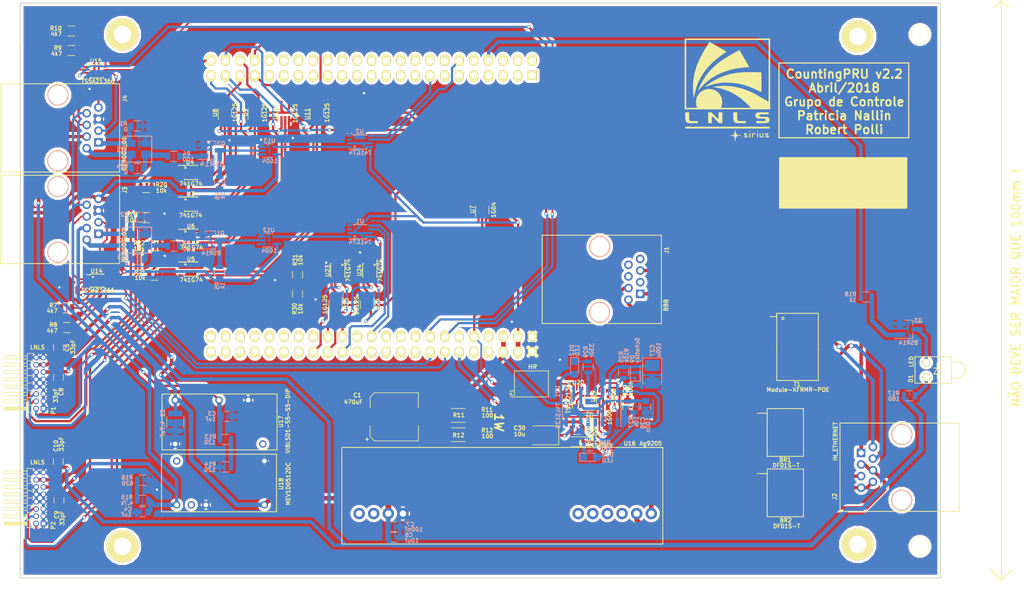
<source format=kicad_pcb>
(kicad_pcb (version 4) (host pcbnew 4.0.4+e1-6308~48~ubuntu15.10.1-stable)
  (layers (0 F.Cu signal) (31 B.Cu signal) (34 B.Paste user) (35 F.Paste user) (36 B.SilkS user) (37 F.SilkS user) (38 B.Mask user) (39 F.Mask user) (44 Edge.Cuts user))
  (net 0 "")
  (net 1 GND)
  (net 2 "Net-(Beagle1-PadC7)")
  (net 3 "Net-(Beagle1-PadC8)")
  (net 4 "Net-(Beagle1-PadC9)")
  (net 5 "Net-(Beagle1-PadC12)")
  (net 6 "Net-(Beagle1-PadC17)")
  (net 7 "Net-(Beagle1-PadC18)")
  (net 8 "Net-(Beagle1-PadC19)")
  (net 9 "Net-(Beagle1-PadC20)")
  (net 10 "Net-(Beagle1-PadC21)")
  (net 11 "Net-(Beagle1-PadC22)")
  (net 12 "Net-(Beagle1-PadC23)")
  (net 13 "Net-(Beagle1-PadC25)")
  (net 14 "Net-(Beagle1-PadC32)")
  (net 15 "Net-(Beagle1-PadC33)")
  (net 16 "Net-(Beagle1-PadC34)")
  (net 17 "Net-(Beagle1-PadC35)")
  (net 18 "Net-(Beagle1-PadC36)")
  (net 19 "Net-(Beagle1-PadC37)")
  (net 20 "Net-(Beagle1-PadC38)")
  (net 21 "Net-(Beagle1-PadC39)")
  (net 22 "Net-(Beagle1-PadC40)")
  (net 23 "Net-(Beagle1-PadC41)")
  (net 24 "Net-(Beagle1-PadC42)")
  (net 25 "Net-(Beagle1-PadC43)")
  (net 26 "Net-(Beagle1-PadC44)")
  (net 27 "Net-(Beagle1-PadB1)")
  (net 28 "Net-(Beagle1-PadB2)")
  (net 29 "Net-(Beagle1-PadB3)")
  (net 30 "Net-(Beagle1-PadB4)")
  (net 31 "Net-(Beagle1-PadB5)")
  (net 32 "Net-(Beagle1-PadB6)")
  (net 33 "Net-(Beagle1-PadB7)")
  (net 34 "Net-(Beagle1-PadB9)")
  (net 35 "Net-(Beagle1-PadB10)")
  (net 36 "Net-(Beagle1-PadB11)")
  (net 37 "Net-(Beagle1-PadB13)")
  (net 38 "Net-(Beagle1-PadB14)")
  (net 39 "Net-(Beagle1-PadB16)")
  (net 40 "Net-(Beagle1-PadB17)")
  (net 41 "Net-(Beagle1-PadB18)")
  (net 42 "Net-(Beagle1-PadB19)")
  (net 43 "Net-(Beagle1-PadB20)")
  (net 44 "Net-(Beagle1-PadB21)")
  (net 45 "Net-(Beagle1-PadB22)")
  (net 46 "Net-(Beagle1-PadB23)")
  (net 47 "Net-(Beagle1-PadB24)")
  (net 48 "Net-(Beagle1-PadB25)")
  (net 49 "Net-(Beagle1-PadB26)")
  (net 50 /CONTA_4)
  (net 51 "Net-(Beagle1-PadB30)")
  (net 52 "Net-(Beagle1-PadB31)")
  (net 53 "Net-(Beagle1-PadB32)")
  (net 54 "Net-(Beagle1-PadB33)")
  (net 55 "Net-(Beagle1-PadB34)")
  (net 56 "Net-(Beagle1-PadB35)")
  (net 57 "Net-(Beagle1-PadB36)")
  (net 58 "Net-(Beagle1-PadB37)")
  (net 59 "Net-(Beagle1-PadB38)")
  (net 60 /SINAL_5)
  (net 61 /SINAL_4)
  (net 62 /SINAL_3)
  (net 63 /CLEAR_1)
  (net 64 /CONTA_1)
  (net 65 "Net-(U1-Pad3)")
  (net 66 /CLEAR_3)
  (net 67 /CONTA_3)
  (net 68 "Net-(U2-Pad3)")
  (net 69 /CLEAR_5)
  (net 70 /CONTA_5)
  (net 71 "Net-(U3-Pad3)")
  (net 72 /CLEAR_2)
  (net 73 /CONTA_2)
  (net 74 "Net-(U4-Pad3)")
  (net 75 /CLEAR_4)
  (net 76 "Net-(U5-Pad3)")
  (net 77 "Net-(U6-Pad3)")
  (net 78 "Net-(Beagle1-PadB27)")
  (net 79 "Net-(Beagle1-PadB28)")
  (net 80 "Net-(Beagle1-PadB29)")
  (net 81 /CONTA_6)
  (net 82 /CLEAR_6)
  (net 83 /SINAL_6)
  (net 84 "Net-(Beagle1-PadC26)")
  (net 85 /SYS_RST)
  (net 86 "Net-(Beagle1-PadC45)")
  (net 87 "Net-(Beagle1-PadC46)")
  (net 88 /CONTA_6_BBB)
  (net 89 /CONTA_5_BBB)
  (net 90 /CONTA_4_BBB)
  (net 91 /CONTA_3_BBB)
  (net 92 +5V)
  (net 93 "Net-(Q1-Pad3)")
  (net 94 "Net-(Q2-Pad3)")
  (net 95 /~SYS_RST)
  (net 96 "Net-(R7-Pad2)")
  (net 97 "Net-(R8-Pad2)")
  (net 98 "Net-(R9-Pad2)")
  (net 99 "Net-(R10-Pad2)")
  (net 100 /CH1)
  (net 101 /CH3)
  (net 102 /CH2)
  (net 103 /CH4)
  (net 104 /Alimentação/VIN-)
  (net 105 /Alimentação/TDCT)
  (net 106 /Alimentação/VIN+)
  (net 107 /Alimentação/RDCT)
  (net 108 /BR2A)
  (net 109 /BR2B)
  (net 110 /TX+)
  (net 111 /TX-)
  (net 112 /RX+)
  (net 113 "Net-(J1-Pad4)")
  (net 114 "Net-(J1-Pad5)")
  (net 115 /RX-)
  (net 116 "Net-(J1-Pad7)")
  (net 117 "Net-(J1-Pad8)")
  (net 118 /TD1)
  (net 119 /TD2)
  (net 120 /RD1)
  (net 121 /RD2)
  (net 122 "Net-(Q1-Pad1)")
  (net 123 "Net-(Q2-Pad1)")
  (net 124 "Net-(R13-Pad2)")
  (net 125 "Net-(R15-Pad2)")
  (net 126 "Net-(U16-Pad3)")
  (net 127 "Net-(U16-Pad4)")
  (net 128 "Net-(U16-Pad5)")
  (net 129 "Net-(U16-Pad6)")
  (net 130 "Net-(U16-Pad10)")
  (net 131 "Net-(U16-Pad9)")
  (net 132 "Net-(U17-Pad7)")
  (net 133 "Net-(U18-Pad9)")
  (net 134 "Net-(U18-Pad7)")
  (net 135 "Net-(T1-Pad7)")
  (net 136 "Net-(T1-Pad2)")
  (net 137 "Net-(D1-Pad1)")
  (net 138 "Net-(D1-Pad2)")
  (net 139 "Net-(Q3-Pad1)")
  (net 140 /LED)
  (net 141 "Net-(R23-Pad1)")
  (net 142 "Net-(R24-Pad1)")
  (net 143 /GPIO_RST)
  (net 144 "Net-(C27-Pad1)")
  (net 145 /HardReset_BBB/RST_RST)
  (net 146 "Net-(D10-Pad1)")
  (net 147 "Net-(C30-Pad1)")
  (net 148 "Net-(D12-Pad1)")
  (net 149 /HardReset_BBB/HARD_RST)
  (net 150 "Net-(R26-Pad2)")
  (net 151 "Net-(R29-Pad2)")
  (net 152 "Net-(U20-Pad4)")
  (net 153 "Net-(U20-Pad3)")
  (net 154 /HardReset_BBB/pontoRST)
  (net 155 "Net-(U20-Pad5)")
  (net 156 "Net-(U19-Pad4)")
  (net 157 /HardReset_BBB/pulsRST)
  (net 158 /HardReset_BBB/pulsoWAIT)
  (net 159 /Bergoz/D+_02)
  (net 160 /Bergoz/D-_02)
  (net 161 /Bergoz/BIN_02)
  (net 162 /Bergoz/AIN_02)
  (net 163 /Bergoz/D+_01)
  (net 164 /Bergoz/D-_01)
  (net 165 /Bergoz/BIN_01)
  (net 166 /Bergoz/AIN_01)
  (net 167 /SINAL_7)
  (net 168 /SINAL_8)
  (net 169 /Bergoz/SINAL_2)
  (net 170 /Bergoz/SINAL_1)
  (net 171 "Net-(U23-Pad3)")
  (net 172 /CONTA_7)
  (net 173 /CLEAR_7)
  (net 174 "Net-(U24-Pad3)")
  (net 175 /CONTA_8)
  (net 176 /CLEAR_8)
  (net 177 /CONTA_7_BBB)
  (net 178 /CONTA_8_BBB)
  (net 179 +24V)
  (net 180 +3.3V)
  (net 181 -5V)
  (module CONTROLE:TSSOP-8 (layer F.Cu) (at 86.42524 66 270)
    (fp_text reference U23 (at 0.0908 1.6604 270) (layer F.SilkS) (effects (font (size 0.7 0.7))))
    (fp_text value 741G74 (at 0.04 -1.9464 270) (layer F.SilkS) (effects (font (size 0.7 0.7))))
    (pad 4 smd rect (at -1.8 0.975 270) (size 0.75 0.35) (layers F.Cu F.Paste F.Mask) (net 1 GND))
    (pad 3 smd rect (at -1.8 0.325 270) (size 0.75 0.35) (layers F.Cu F.Paste F.Mask) (net 171 "Net-(U23-Pad3)"))
    (pad 2 smd rect (at -1.8 -0.325 270) (size 0.75 0.35) (layers F.Cu F.Paste F.Mask) (net 180 +3.3V))
    (pad 1 smd rect (at -1.8 -0.975 270) (size 0.75 0.35) (layers F.Cu F.Paste F.Mask) (net 167 /SINAL_7))
    (pad 5 smd rect (at 1.8 0.975 270) (size 0.75 0.35) (layers F.Cu F.Paste F.Mask) (net 172 /CONTA_7))
    (pad 6 smd rect (at 1.8 0.325 270) (size 0.75 0.35) (layers F.Cu F.Paste F.Mask) (net 173 /CLEAR_7))
    (pad 8 smd rect (at 1.8 -0.975 270) (size 0.75 0.35) (layers F.Cu F.Paste F.Mask) (net 180 +3.3V))
    (pad 7 smd rect (at 1.8 -0.325 270) (size 0.75 0.35) (layers F.Cu F.Paste F.Mask) (net 180 +3.3V))
  )
  (module CONTROLE:TSSOP-8 (layer F.Cu) (at 92 66 270)
    (fp_text reference U24 (at 0.0146 1.69796 270) (layer F.SilkS) (effects (font (size 0.7 0.7))))
    (fp_text value 741G74 (at 0.04 -1.95964 270) (layer F.SilkS) (effects (font (size 0.7 0.7))))
    (pad 4 smd rect (at -1.8 0.975 270) (size 0.75 0.35) (layers F.Cu F.Paste F.Mask) (net 1 GND))
    (pad 3 smd rect (at -1.8 0.325 270) (size 0.75 0.35) (layers F.Cu F.Paste F.Mask) (net 174 "Net-(U24-Pad3)"))
    (pad 2 smd rect (at -1.8 -0.325 270) (size 0.75 0.35) (layers F.Cu F.Paste F.Mask) (net 180 +3.3V))
    (pad 1 smd rect (at -1.8 -0.975 270) (size 0.75 0.35) (layers F.Cu F.Paste F.Mask) (net 168 /SINAL_8))
    (pad 5 smd rect (at 1.8 0.975 270) (size 0.75 0.35) (layers F.Cu F.Paste F.Mask) (net 175 /CONTA_8))
    (pad 6 smd rect (at 1.8 0.325 270) (size 0.75 0.35) (layers F.Cu F.Paste F.Mask) (net 176 /CLEAR_8))
    (pad 8 smd rect (at 1.8 -0.975 270) (size 0.75 0.35) (layers F.Cu F.Paste F.Mask) (net 180 +3.3V))
    (pad 7 smd rect (at 1.8 -0.325 270) (size 0.75 0.35) (layers F.Cu F.Paste F.Mask) (net 180 +3.3V))
  )
  (module Pin_Headers:Pin_Header_Angled_2x08_Pitch1.27mm (layer F.Cu) (at 35.35724 110.04084 180)
    (fp_text reference P2 (at -1.7064 -0.32956 270) (layer F.SilkS) (effects (font (size 0.7 0.7))))
    (fp_text value LNLS (at 1.0368 10.64324 360) (layer F.SilkS) (effects (font (size 0.7 0.7))))
    (pad 1 thru_hole rect (at 0 0 180) (size 1 1) (drill 0.65) (layers *.Cu *.Mask) (net 1 GND))
    (pad 2 thru_hole oval (at 1.27 0 180) (size 1 1) (drill 0.65) (layers *.Cu *.Mask) (net 83 /SINAL_6))
    (pad 3 thru_hole oval (at 0 1.27 180) (size 1 1) (drill 0.65) (layers *.Cu *.Mask) (net 1 GND))
    (pad 4 thru_hole oval (at 1.27 1.27 180) (size 1 1) (drill 0.65) (layers *.Cu *.Mask) (net 167 /SINAL_7))
    (pad 5 thru_hole oval (at 0 2.54 180) (size 1 1) (drill 0.65) (layers *.Cu *.Mask) (net 1 GND))
    (pad 6 thru_hole oval (at 1.27 2.54 180) (size 1 1) (drill 0.65) (layers *.Cu *.Mask) (net 168 /SINAL_8))
    (pad 7 thru_hole oval (at 0 3.81 180) (size 1 1) (drill 0.65) (layers *.Cu *.Mask) (net 1 GND))
    (pad 8 thru_hole oval (at 1.27 3.81 180) (size 1 1) (drill 0.65) (layers *.Cu *.Mask) (net 1 GND))
    (pad 9 thru_hole oval (at 0 5.08 180) (size 1 1) (drill 0.65) (layers *.Cu *.Mask) (net 1 GND))
    (pad 10 thru_hole oval (at 1.27 5.08 180) (size 1 1) (drill 0.65) (layers *.Cu *.Mask) (net 1 GND))
    (pad 11 thru_hole oval (at 0 6.35 180) (size 1 1) (drill 0.65) (layers *.Cu *.Mask) (net 179 +24V))
    (pad 12 thru_hole oval (at 1.27 6.35 180) (size 1 1) (drill 0.65) (layers *.Cu *.Mask) (net 1 GND))
    (pad 13 thru_hole oval (at 0 7.62 180) (size 1 1) (drill 0.65) (layers *.Cu *.Mask) (net 92 +5V))
    (pad 14 thru_hole oval (at 1.27 7.62 180) (size 1 1) (drill 0.65) (layers *.Cu *.Mask) (net 92 +5V))
    (pad 15 thru_hole oval (at 0 8.89 180) (size 1 1) (drill 0.65) (layers *.Cu *.Mask) (net 1 GND))
    (pad 16 thru_hole oval (at 1.27 8.89 180) (size 1 1) (drill 0.65) (layers *.Cu *.Mask) (net 1 GND))
  )
  (module Controle:Trafo_murata_SMD (layer B.Cu) (at 47.68084 45.974 270)
    (fp_text reference T3 (at -1 -1 270) (layer B.SilkS) (effects (font (size 0.7 0.7)) (justify mirror)))
    (fp_text value CMC hide)
    (pad 2 smd rect (at -2.05 -2.8 270) (size 1.3 1.7) (layers B.Cu B.Paste B.Mask) (net 164 /Bergoz/D-_01))
    (pad 1 smd rect (at -0.1 -2.8 270) (size 1.3 1.7) (layers B.Cu B.Paste B.Mask) (net 163 /Bergoz/D+_01))
    (pad 4 smd rect (at -0.1 -5.5 270) (size 1.3 1.7) (layers B.Cu B.Paste B.Mask) (net 142 "Net-(R24-Pad1)"))
    (pad 3 smd rect (at -2.05 -5.5 270) (size 1.3 1.7) (layers B.Cu B.Paste B.Mask) (net 1 GND))
  )
  (module Controle:TSSOP-8 (layer B.Cu) (at 90.39724 43.59084)
    (fp_text reference U2 (at -0.0444 -1.73164) (layer B.SilkS) (effects (font (size 0.7 0.7)) (justify mirror)))
    (fp_text value 741G74 (at 0.0572 1.97676) (layer B.SilkS) (effects (font (size 0.7 0.7)) (justify mirror)))
    (pad 4 smd rect (at -1.8 -0.975) (size 0.75 0.35) (layers B.Cu B.Paste B.Mask) (net 1 GND))
    (pad 3 smd rect (at -1.8 -0.325) (size 0.75 0.35) (layers B.Cu B.Paste B.Mask) (net 68 "Net-(U2-Pad3)"))
    (pad 2 smd rect (at -1.8 0.325) (size 0.75 0.35) (layers B.Cu B.Paste B.Mask) (net 180 +3.3V))
    (pad 1 smd rect (at -1.8 0.975) (size 0.75 0.35) (layers B.Cu B.Paste B.Mask) (net 170 /Bergoz/SINAL_1))
    (pad 5 smd rect (at 1.8 -0.975) (size 0.75 0.35) (layers B.Cu B.Paste B.Mask) (net 64 /CONTA_1))
    (pad 6 smd rect (at 1.8 -0.325) (size 0.75 0.35) (layers B.Cu B.Paste B.Mask) (net 63 /CLEAR_1))
    (pad 8 smd rect (at 1.8 0.975) (size 0.75 0.35) (layers B.Cu B.Paste B.Mask) (net 180 +3.3V))
    (pad 7 smd rect (at 1.8 0.325) (size 0.75 0.35) (layers B.Cu B.Paste B.Mask) (net 180 +3.3V))
  )
  (module Controle:TSSOP-8 (layer B.Cu) (at 90.39724 59.19084)
    (fp_text reference U1 (at 0.0064 -1.73604) (layer B.SilkS) (effects (font (size 0.7 0.7)) (justify mirror)))
    (fp_text value 741G74 (at 0.0572 1.92156) (layer B.SilkS) (effects (font (size 0.7 0.7)) (justify mirror)))
    (pad 4 smd rect (at -1.8 -0.975) (size 0.75 0.35) (layers B.Cu B.Paste B.Mask) (net 1 GND))
    (pad 3 smd rect (at -1.8 -0.325) (size 0.75 0.35) (layers B.Cu B.Paste B.Mask) (net 65 "Net-(U1-Pad3)"))
    (pad 2 smd rect (at -1.8 0.325) (size 0.75 0.35) (layers B.Cu B.Paste B.Mask) (net 180 +3.3V))
    (pad 1 smd rect (at -1.8 0.975) (size 0.75 0.35) (layers B.Cu B.Paste B.Mask) (net 169 /Bergoz/SINAL_2))
    (pad 5 smd rect (at 1.8 -0.975) (size 0.75 0.35) (layers B.Cu B.Paste B.Mask) (net 73 /CONTA_2))
    (pad 6 smd rect (at 1.8 -0.325) (size 0.75 0.35) (layers B.Cu B.Paste B.Mask) (net 72 /CLEAR_2))
    (pad 8 smd rect (at 1.8 0.975) (size 0.75 0.35) (layers B.Cu B.Paste B.Mask) (net 180 +3.3V))
    (pad 7 smd rect (at 1.8 0.325) (size 0.75 0.35) (layers B.Cu B.Paste B.Mask) (net 180 +3.3V))
  )
  (module Capacitors_SMD:C_0805 (layer F.Cu) (at 37.97804 84.63 270)
    (fp_text reference C8 (at 2.4892 -0.4572 270) (layer F.SilkS) (effects (font (size 0.7 0.7))))
    (fp_text value 33pF (at 3.1496 0.508 270) (layer F.SilkS) (effects (font (size 0.7 0.7))))
    (pad 1 smd rect (at -1 0 270) (size 1 1.25) (layers F.Cu F.Paste F.Mask) (net 179 +24V))
    (pad 2 smd rect (at 1 0 270) (size 1 1.25) (layers F.Cu F.Paste F.Mask) (net 1 GND))
  )
  (module Controle:RJ45-STEWART (layer F.Cu) (at 178.25724 104.44084 90)
    (fp_text reference J2 (at -0.90916 -5.30724 90) (layer F.SilkS) (effects (font (size 0.7 0.7))))
    (fp_text value IN_ETHERNET (at 8.68284 -5.202 90) (layer F.SilkS) (effects (font (size 0.7 0.7))))
    (pad "" np_thru_hole circle (at 9.905 6.35 90) (size 3.65 3.65) (drill 3.25) (layers *.Cu *.SilkS *.Mask))
    (pad "" np_thru_hole circle (at -1.525 6.325 90) (size 3.65 3.65) (drill 3.25) (layers *.Cu *.SilkS *.Mask))
    (pad 2 thru_hole circle (at 7.725 1.325 90) (size 1.5 1.5) (drill 0.9) (layers *.Cu *.Mask) (net 119 /TD2))
    (pad 1 thru_hole rect (at 6.7 -0.725 90) (size 1.5 1.5) (drill 0.9) (layers *.Cu *.Mask) (net 118 /TD1))
    (pad 3 thru_hole circle (at 5.7 1.325 90) (size 1.5 1.5) (drill 0.9) (layers *.Cu *.Mask) (net 120 /RD1))
    (pad 5 thru_hole circle (at 4.675 -0.725 90) (size 1.5 1.5) (drill 0.9) (layers *.Cu *.Mask) (net 108 /BR2A))
    (pad 4 thru_hole circle (at 3.675 1.325 90) (size 1.5 1.5) (drill 0.9) (layers *.Cu *.Mask) (net 108 /BR2A))
    (pad 6 thru_hole circle (at 2.65 -0.725 90) (size 1.5 1.5) (drill 0.9) (layers *.Cu *.Mask) (net 121 /RD2))
    (pad 8 thru_hole circle (at 1.65 1.325 90) (size 1.5 1.5) (drill 0.9) (layers *.Cu *.Mask) (net 109 /BR2B))
    (pad 7 thru_hole circle (at 0.635 -0.715 90) (size 1.5 1.5) (drill 0.9) (layers *.Cu *.Mask) (net 109 /BR2B))
  )
  (module Controle:Trafo_murata_SMD (layer B.Cu) (at 47.65 61.8 270)
    (fp_text reference T2 (at -1 -1 270) (layer B.SilkS) (effects (font (size 0.7 0.7)) (justify mirror)))
    (fp_text value CMC hide)
    (pad 2 smd rect (at -2.05 -2.8 270) (size 1.3 1.7) (layers B.Cu B.Paste B.Mask) (net 160 /Bergoz/D-_02))
    (pad 1 smd rect (at -0.1 -2.8 270) (size 1.3 1.7) (layers B.Cu B.Paste B.Mask) (net 159 /Bergoz/D+_02))
    (pad 4 smd rect (at -0.1 -5.5 270) (size 1.3 1.7) (layers B.Cu B.Paste B.Mask) (net 141 "Net-(R23-Pad1)"))
    (pad 3 smd rect (at -2.05 -5.5 270) (size 1.3 1.7) (layers B.Cu B.Paste B.Mask) (net 1 GND))
  )
  (module Controle:TSSOP-8 (layer F.Cu) (at 60.99724 65.89084)
    (fp_text reference U5 (at -0.0068 -1.83204) (layer F.SilkS) (effects (font (size 0.7 0.7))))
    (fp_text value 741G74 (at 0.044 1.77476) (layer F.SilkS) (effects (font (size 0.7 0.7))))
    (pad 4 smd rect (at -1.8 0.975) (size 0.75 0.35) (layers F.Cu F.Paste F.Mask) (net 1 GND))
    (pad 3 smd rect (at -1.8 0.325) (size 0.75 0.35) (layers F.Cu F.Paste F.Mask) (net 76 "Net-(U5-Pad3)"))
    (pad 2 smd rect (at -1.8 -0.325) (size 0.75 0.35) (layers F.Cu F.Paste F.Mask) (net 180 +3.3V))
    (pad 1 smd rect (at -1.8 -0.975) (size 0.75 0.35) (layers F.Cu F.Paste F.Mask) (net 60 /SINAL_5))
    (pad 5 smd rect (at 1.8 0.975) (size 0.75 0.35) (layers F.Cu F.Paste F.Mask) (net 70 /CONTA_5))
    (pad 6 smd rect (at 1.8 0.325) (size 0.75 0.35) (layers F.Cu F.Paste F.Mask) (net 69 /CLEAR_5))
    (pad 8 smd rect (at 1.8 -0.975) (size 0.75 0.35) (layers F.Cu F.Paste F.Mask) (net 180 +3.3V))
    (pad 7 smd rect (at 1.8 -0.325) (size 0.75 0.35) (layers F.Cu F.Paste F.Mask) (net 180 +3.3V))
  )
  (module Controle:TSSOP-8 (layer F.Cu) (at 60.99724 60.19084)
    (fp_text reference U6 (at -0.0068 -1.87244) (layer F.SilkS) (effects (font (size 0.7 0.7))))
    (fp_text value 741G74 (at 0.0948 1.83596) (layer F.SilkS) (effects (font (size 0.7 0.7))))
    (pad 4 smd rect (at -1.8 0.975) (size 0.75 0.35) (layers F.Cu F.Paste F.Mask) (net 1 GND))
    (pad 3 smd rect (at -1.8 0.325) (size 0.75 0.35) (layers F.Cu F.Paste F.Mask) (net 77 "Net-(U6-Pad3)"))
    (pad 2 smd rect (at -1.8 -0.325) (size 0.75 0.35) (layers F.Cu F.Paste F.Mask) (net 180 +3.3V))
    (pad 1 smd rect (at -1.8 -0.975) (size 0.75 0.35) (layers F.Cu F.Paste F.Mask) (net 83 /SINAL_6))
    (pad 5 smd rect (at 1.8 0.975) (size 0.75 0.35) (layers F.Cu F.Paste F.Mask) (net 81 /CONTA_6))
    (pad 6 smd rect (at 1.8 0.325) (size 0.75 0.35) (layers F.Cu F.Paste F.Mask) (net 82 /CLEAR_6))
    (pad 8 smd rect (at 1.8 -0.975) (size 0.75 0.35) (layers F.Cu F.Paste F.Mask) (net 180 +3.3V))
    (pad 7 smd rect (at 1.8 -0.325) (size 0.75 0.35) (layers F.Cu F.Paste F.Mask) (net 180 +3.3V))
  )
  (module Controle:TSSOP-8 (layer F.Cu) (at 60.99724 54.59084)
    (fp_text reference U3 (at -0.0576 -1.86044) (layer F.SilkS) (effects (font (size 0.7 0.7))))
    (fp_text value 741G74 (at -0.0576 1.84796) (layer F.SilkS) (effects (font (size 0.7 0.7))))
    (pad 4 smd rect (at -1.8 0.975) (size 0.75 0.35) (layers F.Cu F.Paste F.Mask) (net 1 GND))
    (pad 3 smd rect (at -1.8 0.325) (size 0.75 0.35) (layers F.Cu F.Paste F.Mask) (net 71 "Net-(U3-Pad3)"))
    (pad 2 smd rect (at -1.8 -0.325) (size 0.75 0.35) (layers F.Cu F.Paste F.Mask) (net 180 +3.3V))
    (pad 1 smd rect (at -1.8 -0.975) (size 0.75 0.35) (layers F.Cu F.Paste F.Mask) (net 62 /SINAL_3))
    (pad 5 smd rect (at 1.8 0.975) (size 0.75 0.35) (layers F.Cu F.Paste F.Mask) (net 67 /CONTA_3))
    (pad 6 smd rect (at 1.8 0.325) (size 0.75 0.35) (layers F.Cu F.Paste F.Mask) (net 66 /CLEAR_3))
    (pad 8 smd rect (at 1.8 -0.975) (size 0.75 0.35) (layers F.Cu F.Paste F.Mask) (net 180 +3.3V))
    (pad 7 smd rect (at 1.8 -0.325) (size 0.75 0.35) (layers F.Cu F.Paste F.Mask) (net 180 +3.3V))
  )
  (module Controle:TSSOP-8 (layer F.Cu) (at 60.99724 49.09084)
    (fp_text reference U4 (at -0.1592 -1.89764) (layer F.SilkS) (effects (font (size 0.7 0.7))))
    (fp_text value 741G74 (at -0.0068 1.86156) (layer F.SilkS) (effects (font (size 0.7 0.7))))
    (pad 4 smd rect (at -1.8 0.975) (size 0.75 0.35) (layers F.Cu F.Paste F.Mask) (net 1 GND))
    (pad 3 smd rect (at -1.8 0.325) (size 0.75 0.35) (layers F.Cu F.Paste F.Mask) (net 74 "Net-(U4-Pad3)"))
    (pad 2 smd rect (at -1.8 -0.325) (size 0.75 0.35) (layers F.Cu F.Paste F.Mask) (net 180 +3.3V))
    (pad 1 smd rect (at -1.8 -0.975) (size 0.75 0.35) (layers F.Cu F.Paste F.Mask) (net 61 /SINAL_4))
    (pad 5 smd rect (at 1.8 0.975) (size 0.75 0.35) (layers F.Cu F.Paste F.Mask) (net 50 /CONTA_4))
    (pad 6 smd rect (at 1.8 0.325) (size 0.75 0.35) (layers F.Cu F.Paste F.Mask) (net 75 /CLEAR_4))
    (pad 8 smd rect (at 1.8 -0.975) (size 0.75 0.35) (layers F.Cu F.Paste F.Mask) (net 180 +3.3V))
    (pad 7 smd rect (at 1.8 -0.325) (size 0.75 0.35) (layers F.Cu F.Paste F.Mask) (net 180 +3.3V))
  )
  (module Controle:module-xfrmr-poe (layer F.Cu) (at 171.95724 79.63084 270)
    (fp_text reference T1 (at 6.17036 5.5568 360) (layer F.SilkS) (effects (font (size 0.7 0.7))))
    (fp_text value Module-XFRMR-POE (at 7.13556 5.4044 360) (layer F.SilkS) (effects (font (size 0.7 0.7))))
    (pad 16 smd rect (at -4.65 1.225 270) (size 0.62 1.14) (layers F.Cu F.Paste F.Mask) (net 118 /TD1))
    (pad 15 smd rect (at -3.4 1.225 270) (size 0.62 1.14) (layers F.Cu F.Paste F.Mask) (net 105 /Alimentação/TDCT))
    (pad 14 smd rect (at -2.125 1.225 270) (size 0.62 1.14) (layers F.Cu F.Paste F.Mask) (net 119 /TD2))
    (pad 13 smd rect (at -0.85 1.225 270) (size 0.62 1.14) (layers F.Cu F.Paste F.Mask))
    (pad 12 smd rect (at 0.425 1.225 270) (size 0.62 1.14) (layers F.Cu F.Paste F.Mask))
    (pad 11 smd rect (at 1.7 1.225 270) (size 0.62 1.14) (layers F.Cu F.Paste F.Mask) (net 120 /RD1))
    (pad 10 smd rect (at 2.975 1.225 270) (size 0.62 1.14) (layers F.Cu F.Paste F.Mask) (net 107 /Alimentação/RDCT))
    (pad 9 smd rect (at 4.225 1.225 270) (size 0.62 1.14) (layers F.Cu F.Paste F.Mask) (net 121 /RD2))
    (pad 1 smd rect (at -4.675 9.75 270) (size 0.62 1.14) (layers F.Cu F.Paste F.Mask) (net 110 /TX+))
    (pad 7 smd rect (at 2.975 9.75 270) (size 0.62 1.14) (layers F.Cu F.Paste F.Mask) (net 135 "Net-(T1-Pad7)"))
    (pad 6 smd rect (at 1.7 9.75 270) (size 0.62 1.14) (layers F.Cu F.Paste F.Mask) (net 112 /RX+))
    (pad 5 smd rect (at 0.425 9.75 270) (size 0.62 1.14) (layers F.Cu F.Paste F.Mask))
    (pad 4 smd rect (at -0.825 9.75 270) (size 0.62 1.14) (layers F.Cu F.Paste F.Mask))
    (pad 3 smd rect (at -2.1 9.75 270) (size 0.62 1.14) (layers F.Cu F.Paste F.Mask) (net 111 /TX-))
    (pad 2 smd rect (at -3.425 9.75 270) (size 0.62 1.14) (layers F.Cu F.Paste F.Mask) (net 136 "Net-(T1-Pad2)"))
    (pad 8 smd rect (at 4.225 9.75 270) (size 0.62 1.14) (layers F.Cu F.Paste F.Mask) (net 115 /RX-))
  )
  (module CONTROLE:Eurocard_template (layer F.Cu) (at 191.3282 119.501 180)
    (fp_text reference " " hide)
    (fp_text value C64AC)
    (pad 1 thru_hole circle (at 14.3891 94.158 180) (size 5.5 5.5) (drill 3) (layers *.Cu *.Mask F.SilkS))
    (pad 0 thru_hole circle (at 142.24 94.5 180) (size 5.5 5.5) (drill 3) (layers *.Cu *.Mask F.SilkS))
    (pad 0 thru_hole circle (at 142.24 5.5 180) (size 5.5 5.5) (drill 3) (layers *.Cu *.Mask F.SilkS))
    (pad 0 thru_hole circle (at 3.57 5.5 180) (size 3 3) (drill 3) (layers *.Cu *.Mask F.SilkS))
    (pad 0 thru_hole circle (at 3.57 94.5 180) (size 3 3) (drill 3) (layers *.Cu *.Mask F.SilkS))
    (pad 1 thru_hole circle (at 14.3891 5.842 180) (size 5.5 5.5) (drill 3) (layers *.Cu *.Mask F.SilkS))
  )
  (module Controle:9200-Silvertel (layer F.Cu) (at 113.83724 114.60084 180)
    (fp_text reference U16 (at -23.4548 18.48724 180) (layer F.SilkS) (effects (font (size 0.7 0.7))))
    (fp_text value Ag9205 (at -27.1124 18.48724 180) (layer F.SilkS) (effects (font (size 0.7 0.7))))
    (pad 1 thru_hole circle (at -27.2 6.3 180) (size 2 2) (drill 1.1) (layers *.Cu *.Mask) (net 106 /Alimentação/VIN+))
    (pad 2 thru_hole circle (at -24.66 6.3 180) (size 2 2) (drill 1.1) (layers *.Cu *.Mask) (net 104 /Alimentação/VIN-))
    (pad 3 thru_hole circle (at -22.12 6.3 180) (size 2 2) (drill 1.1) (layers *.Cu *.Mask) (net 126 "Net-(U16-Pad3)"))
    (pad 4 thru_hole circle (at -19.58 6.3 180) (size 2 2) (drill 1.1) (layers *.Cu *.Mask) (net 127 "Net-(U16-Pad4)"))
    (pad 5 thru_hole circle (at -17.04 6.3 180) (size 2 2) (drill 1.1) (layers *.Cu *.Mask) (net 128 "Net-(U16-Pad5)"))
    (pad 6 thru_hole circle (at -14.5 6.3 180) (size 2 2) (drill 1.1) (layers *.Cu *.Mask) (net 129 "Net-(U16-Pad6)"))
    (pad 10 thru_hole circle (at 23.6 6.3 180) (size 2 2) (drill 1.1) (layers *.Cu *.Mask) (net 130 "Net-(U16-Pad10)"))
    (pad 9 thru_hole circle (at 21.06 6.3 180) (size 2 2) (drill 1.1) (layers *.Cu *.Mask) (net 131 "Net-(U16-Pad9)"))
    (pad 8 thru_hole circle (at 18.52 6.3 180) (size 2 2) (drill 1.1) (layers *.Cu *.Mask) (net 92 +5V))
    (pad 7 thru_hole circle (at 15.98 6.3 180) (size 2 2) (drill 1.1) (layers *.Cu *.Mask) (net 1 GND))
  )
  (module Controle:VIBLSD1-DIP (layer F.Cu) (at 65.95724 85.97084)
    (fp_text reference U17 (at 10.6796 6.33276 90) (layer F.SilkS) (effects (font (size 0.7 0.7))))
    (fp_text value VIBLSD1-S5-S5-DIP (at 11.8988 6.23116 90) (layer F.SilkS) (effects (font (size 0.7 0.7))))
    (pad 7 thru_hole circle (at 7.54 10.22) (size 1.3 1.3) (drill 0.8) (layers *.Cu *.Mask) (net 132 "Net-(U17-Pad7)"))
    (pad 9 thru_hole circle (at 5 2.6) (size 1.3 1.3) (drill 0.8) (layers *.Cu *.Mask) (net 1 GND))
    (pad 11 thru_hole circle (at -0.08 2.6) (size 1.3 1.3) (drill 0.8) (layers *.Cu *.Mask) (net 181 -5V))
    (pad 1 thru_hole circle (at -7.7 10.22) (size 1.3 1.3) (drill 0.8) (layers *.Cu *.Mask) (net 1 GND))
    (pad 14 thru_hole circle (at -7.7 2.6) (size 1.3 1.3) (drill 0.8) (layers *.Cu *.Mask) (net 92 +5V))
  )
  (module Controle:MEV1D0512DC (layer F.Cu) (at 65.95724 103.16084 180)
    (fp_text reference U18 (at -10.7304 0.03684 270) (layer F.SilkS) (effects (font (size 0.7 0.7))))
    (fp_text value MEV1D0512DC (at -11.9496 0.03684 270) (layer F.SilkS) (effects (font (size 0.7 0.7))))
    (pad 8 thru_hole circle (at 7.44 -3.62 180) (size 1.3 1.3) (drill 0.8) (layers *.Cu *.Mask) (net 179 +24V))
    (pad 9 thru_hole circle (at 4.9 -3.62 180) (size 1.3 1.3) (drill 0.8) (layers *.Cu *.Mask) (net 133 "Net-(U18-Pad9)"))
    (pad 10 thru_hole circle (at 2.36 -3.62 180) (size 1.3 1.3) (drill 0.8) (layers *.Cu *.Mask) (net 1 GND))
    (pad 14 thru_hole circle (at -7.8 -3.62 180) (size 1.3 1.3) (drill 0.8) (layers *.Cu *.Mask) (net 92 +5V))
    (pad 1 thru_hole circle (at -7.8 4 180) (size 1.3 1.3) (drill 0.8) (layers *.Cu *.Mask) (net 1 GND) (thermal_gap 0.1))
    (pad 7 thru_hole circle (at 7.44 4 180) (size 1.3 1.3) (drill 0.8) (layers *.Cu *.Mask) (net 134 "Net-(U18-Pad7)"))
  )
  (module Pin_Headers:Pin_Header_Angled_2x08_Pitch1.27mm (layer F.Cu) (at 35.35724 90.04084 180)
    (fp_text reference P1 (at -1.7064 -0.32956 270) (layer F.SilkS) (effects (font (size 0.7 0.7))))
    (fp_text value LNLS (at 1.0368 10.64324 360) (layer F.SilkS) (effects (font (size 0.7 0.7))))
    (pad 1 thru_hole rect (at 0 0 180) (size 1 1) (drill 0.65) (layers *.Cu *.Mask) (net 1 GND))
    (pad 2 thru_hole oval (at 1.27 0 180) (size 1 1) (drill 0.65) (layers *.Cu *.Mask) (net 62 /SINAL_3))
    (pad 3 thru_hole oval (at 0 1.27 180) (size 1 1) (drill 0.65) (layers *.Cu *.Mask) (net 1 GND))
    (pad 4 thru_hole oval (at 1.27 1.27 180) (size 1 1) (drill 0.65) (layers *.Cu *.Mask) (net 61 /SINAL_4))
    (pad 5 thru_hole oval (at 0 2.54 180) (size 1 1) (drill 0.65) (layers *.Cu *.Mask) (net 1 GND))
    (pad 6 thru_hole oval (at 1.27 2.54 180) (size 1 1) (drill 0.65) (layers *.Cu *.Mask) (net 60 /SINAL_5))
    (pad 7 thru_hole oval (at 0 3.81 180) (size 1 1) (drill 0.65) (layers *.Cu *.Mask) (net 1 GND))
    (pad 8 thru_hole oval (at 1.27 3.81 180) (size 1 1) (drill 0.65) (layers *.Cu *.Mask) (net 1 GND))
    (pad 9 thru_hole oval (at 0 5.08 180) (size 1 1) (drill 0.65) (layers *.Cu *.Mask) (net 1 GND))
    (pad 10 thru_hole oval (at 1.27 5.08 180) (size 1 1) (drill 0.65) (layers *.Cu *.Mask) (net 1 GND))
    (pad 11 thru_hole oval (at 0 6.35 180) (size 1 1) (drill 0.65) (layers *.Cu *.Mask) (net 179 +24V))
    (pad 12 thru_hole oval (at 1.27 6.35 180) (size 1 1) (drill 0.65) (layers *.Cu *.Mask) (net 1 GND))
    (pad 13 thru_hole oval (at 0 7.62 180) (size 1 1) (drill 0.65) (layers *.Cu *.Mask) (net 92 +5V))
    (pad 14 thru_hole oval (at 1.27 7.62 180) (size 1 1) (drill 0.65) (layers *.Cu *.Mask) (net 92 +5V))
    (pad 15 thru_hole oval (at 0 8.89 180) (size 1 1) (drill 0.65) (layers *.Cu *.Mask) (net 1 GND))
    (pad 16 thru_hole oval (at 1.27 8.89 180) (size 1 1) (drill 0.65) (layers *.Cu *.Mask) (net 1 GND))
  )
  (module Controle:LED_para_painel_KINGBRIGHT (layer F.Cu) (at 188.85724 83.33084 90)
    (fp_text reference D1 (at -1.50516 -2.6956 270) (layer F.SilkS) (effects (font (size 0.7 0.7))))
    (fp_text value LED (at 1.44124 -2.594 90) (layer F.SilkS) (effects (font (size 0.7 0.7))))
    (pad 1 thru_hole circle (at 1.27 0 90) (size 1.4 1.4) (drill 1) (layers *.Cu *.Mask F.SilkS) (net 137 "Net-(D1-Pad1)"))
    (pad 2 thru_hole circle (at -1.27 0 90) (size 1.4 1.4) (drill 1) (layers *.Cu *.Mask F.SilkS) (net 138 "Net-(D1-Pad2)"))
  )
  (module TO_SOT_Packages_SMD:SOT-353_SC-70-5_Handsoldering (layer F.Cu) (at 111.65 55.5 90)
    (fp_text reference U7 (at 0.0772 -1.68836 270) (layer F.SilkS) (effects (font (size 0.7 0.7))))
    (fp_text value 1G04 (at 0 2 90) (layer F.SilkS) (effects (font (size 0.7 0.7))))
    (pad 1 smd rect (at -1.33 -0.65 90) (size 1.5 0.4) (layers F.Cu F.Paste F.Mask))
    (pad 2 smd rect (at -1.33 0 90) (size 1.5 0.4) (layers F.Cu F.Paste F.Mask) (net 85 /SYS_RST))
    (pad 3 smd rect (at -1.33 0.65 90) (size 1.5 0.4) (layers F.Cu F.Paste F.Mask) (net 1 GND))
    (pad 4 smd rect (at 1.33 0.65 90) (size 1.5 0.4) (layers F.Cu F.Paste F.Mask) (net 95 /~SYS_RST))
    (pad 5 smd rect (at 1.33 -0.65 90) (size 1.5 0.4) (layers F.Cu F.Paste F.Mask) (net 180 +3.3V))
  )
  (module TO_SOT_Packages_SMD:SOT-353_SC-70-5_Handsoldering (layer F.Cu) (at 66.9 38.6 90)
    (fp_text reference U8 (at -0.008 -1.69316 270) (layer F.SilkS) (effects (font (size 0.7 0.7))))
    (fp_text value 1G125 (at 0.0428 1.76124 90) (layer F.SilkS) (effects (font (size 0.7 0.7))))
    (pad 1 smd rect (at -1.33 -0.65 90) (size 1.5 0.4) (layers F.Cu F.Paste F.Mask) (net 95 /~SYS_RST))
    (pad 2 smd rect (at -1.33 0 90) (size 1.5 0.4) (layers F.Cu F.Paste F.Mask) (net 50 /CONTA_4))
    (pad 3 smd rect (at -1.33 0.65 90) (size 1.5 0.4) (layers F.Cu F.Paste F.Mask) (net 1 GND))
    (pad 4 smd rect (at 1.33 0.65 90) (size 1.5 0.4) (layers F.Cu F.Paste F.Mask) (net 90 /CONTA_4_BBB))
    (pad 5 smd rect (at 1.33 -0.65 90) (size 1.5 0.4) (layers F.Cu F.Paste F.Mask) (net 180 +3.3V))
  )
  (module TO_SOT_Packages_SMD:SOT-353_SC-70-5_Handsoldering (layer F.Cu) (at 72.09724 38.59084 90)
    (fp_text reference U9 (at 0.03364 -1.658 270) (layer F.SilkS) (effects (font (size 0.7 0.7))))
    (fp_text value 1G125 (at 0.03364 1.6948 90) (layer F.SilkS) (effects (font (size 0.7 0.7))))
    (pad 1 smd rect (at -1.33 -0.65 90) (size 1.5 0.4) (layers F.Cu F.Paste F.Mask) (net 95 /~SYS_RST))
    (pad 2 smd rect (at -1.33 0 90) (size 1.5 0.4) (layers F.Cu F.Paste F.Mask) (net 67 /CONTA_3))
    (pad 3 smd rect (at -1.33 0.65 90) (size 1.5 0.4) (layers F.Cu F.Paste F.Mask) (net 1 GND))
    (pad 4 smd rect (at 1.33 0.65 90) (size 1.5 0.4) (layers F.Cu F.Paste F.Mask) (net 91 /CONTA_3_BBB))
    (pad 5 smd rect (at 1.33 -0.65 90) (size 1.5 0.4) (layers F.Cu F.Paste F.Mask) (net 180 +3.3V))
  )
  (module TO_SOT_Packages_SMD:SOT-353_SC-70-5_Handsoldering (layer F.Cu) (at 77.39724 38.59084 90)
    (fp_text reference U10 (at -0.16956 -1.7256 270) (layer F.SilkS) (effects (font (size 0.7 0.7))))
    (fp_text value 1G125 (at -0.11876 1.7288 90) (layer F.SilkS) (effects (font (size 0.7 0.7))))
    (pad 1 smd rect (at -1.33 -0.65 90) (size 1.5 0.4) (layers F.Cu F.Paste F.Mask) (net 95 /~SYS_RST))
    (pad 2 smd rect (at -1.33 0 90) (size 1.5 0.4) (layers F.Cu F.Paste F.Mask) (net 81 /CONTA_6))
    (pad 3 smd rect (at -1.33 0.65 90) (size 1.5 0.4) (layers F.Cu F.Paste F.Mask) (net 1 GND))
    (pad 4 smd rect (at 1.33 0.65 90) (size 1.5 0.4) (layers F.Cu F.Paste F.Mask) (net 88 /CONTA_6_BBB))
    (pad 5 smd rect (at 1.33 -0.65 90) (size 1.5 0.4) (layers F.Cu F.Paste F.Mask) (net 180 +3.3V))
  )
  (module TO_SOT_Packages_SMD:SOT-353_SC-70-5_Handsoldering (layer F.Cu) (at 82.89724 38.59084 90)
    (fp_text reference U11 (at -0.22036 -1.6884 270) (layer F.SilkS) (effects (font (size 0.7 0.7))))
    (fp_text value 1G125 (at -0.01716 1.766 90) (layer F.SilkS) (effects (font (size 0.7 0.7))))
    (pad 1 smd rect (at -1.33 -0.65 90) (size 1.5 0.4) (layers F.Cu F.Paste F.Mask) (net 95 /~SYS_RST))
    (pad 2 smd rect (at -1.33 0 90) (size 1.5 0.4) (layers F.Cu F.Paste F.Mask) (net 70 /CONTA_5))
    (pad 3 smd rect (at -1.33 0.65 90) (size 1.5 0.4) (layers F.Cu F.Paste F.Mask) (net 1 GND))
    (pad 4 smd rect (at 1.33 0.65 90) (size 1.5 0.4) (layers F.Cu F.Paste F.Mask) (net 89 /CONTA_5_BBB))
    (pad 5 smd rect (at 1.33 -0.65 90) (size 1.5 0.4) (layers F.Cu F.Paste F.Mask) (net 180 +3.3V))
  )
  (module TO_SOT_Packages_SMD:SOT-353_SC-70-5_Handsoldering (layer B.Cu) (at 74.59724 60.79084)
    (fp_text reference U12 (at -0.0432 -1.76124) (layer B.SilkS) (effects (font (size 0.7 0.7)) (justify mirror)))
    (fp_text value 1G04 (at 0.0076 1.79476) (layer B.SilkS) (effects (font (size 0.7 0.7)) (justify mirror)))
    (pad 1 smd rect (at -1.33 0.65) (size 1.5 0.4) (layers B.Cu B.Paste B.Mask))
    (pad 2 smd rect (at -1.33 0) (size 1.5 0.4) (layers B.Cu B.Paste B.Mask) (net 93 "Net-(Q1-Pad3)"))
    (pad 3 smd rect (at -1.33 -0.65) (size 1.5 0.4) (layers B.Cu B.Paste B.Mask) (net 1 GND))
    (pad 4 smd rect (at 1.33 -0.65) (size 1.5 0.4) (layers B.Cu B.Paste B.Mask) (net 169 /Bergoz/SINAL_2))
    (pad 5 smd rect (at 1.33 0.65) (size 1.5 0.4) (layers B.Cu B.Paste B.Mask) (net 92 +5V))
  )
  (module TO_SOT_Packages_SMD:SOT-353_SC-70-5_Handsoldering (layer B.Cu) (at 74.59724 45.19084)
    (fp_text reference U13 (at 0.0584 -1.70604) (layer B.SilkS) (effects (font (size 0.7 0.7)) (justify mirror)))
    (fp_text value 1G04 (at 0.1092 1.79916) (layer B.SilkS) (effects (font (size 0.7 0.7)) (justify mirror)))
    (pad 1 smd rect (at -1.33 0.65) (size 1.5 0.4) (layers B.Cu B.Paste B.Mask))
    (pad 2 smd rect (at -1.33 0) (size 1.5 0.4) (layers B.Cu B.Paste B.Mask) (net 94 "Net-(Q2-Pad3)"))
    (pad 3 smd rect (at -1.33 -0.65) (size 1.5 0.4) (layers B.Cu B.Paste B.Mask) (net 1 GND))
    (pad 4 smd rect (at 1.33 -0.65) (size 1.5 0.4) (layers B.Cu B.Paste B.Mask) (net 170 /Bergoz/SINAL_1))
    (pad 5 smd rect (at 1.33 0.65) (size 1.5 0.4) (layers B.Cu B.Paste B.Mask) (net 92 +5V))
  )
  (module Controle:LNLS_LOGO_Silk (layer F.Cu) (at 154.3 34.35)
    (fp_text reference " " hide)
    (fp_text value " " hide)
  )
  (module Controle:BBB_Upside_Down (layer F.Cu) (at 96.45 55.05)
    (fp_text reference Beagle1 hide)
    (fp_text value BeagleBone hide)
    (pad C1 thru_hole rect (at 23.92 25.085 180) (size 1.6 1.6) (drill 1.1) (layers *.Cu *.Mask F.SilkS) (net 1 GND))
    (pad C2 thru_hole oval (at 23.92 22.545 180) (size 1.6 2) (drill 1.1 (offset 0 0.1)) (layers *.Cu *.Mask F.SilkS) (net 1 GND))
    (pad C3 thru_hole oval (at 21.38 25.085 180) (size 1.6 2) (drill 1.1 (offset 0 -0.1)) (layers *.Cu *.Mask F.SilkS) (net 180 +3.3V))
    (pad C4 thru_hole oval (at 21.38 22.545 180) (size 1.6 2) (drill 1.1 (offset 0 0.1)) (layers *.Cu *.Mask F.SilkS) (net 180 +3.3V))
    (pad C5 thru_hole oval (at 18.84 25.085 180) (size 1.6 2) (drill 1.1 (offset 0 -0.1)) (layers *.Cu *.Mask F.SilkS) (net 92 +5V))
    (pad C6 thru_hole oval (at 18.84 22.545 180) (size 1.6 2) (drill 1.1 (offset 0 0.1)) (layers *.Cu *.Mask F.SilkS) (net 92 +5V))
    (pad C7 thru_hole oval (at 16.3 25.085 180) (size 1.6 2) (drill 1.1 (offset 0 -0.1)) (layers *.Cu *.Mask F.SilkS) (net 2 "Net-(Beagle1-PadC7)"))
    (pad C8 thru_hole oval (at 16.3 22.545 180) (size 1.6 2) (drill 1.1 (offset 0 0.1)) (layers *.Cu *.Mask F.SilkS) (net 3 "Net-(Beagle1-PadC8)"))
    (pad C9 thru_hole oval (at 13.76 25.085 180) (size 1.6 2) (drill 1.1 (offset 0 -0.1)) (layers *.Cu *.Mask F.SilkS) (net 4 "Net-(Beagle1-PadC9)"))
    (pad C10 thru_hole oval (at 13.76 22.545 180) (size 1.6 2) (drill 1.1 (offset 0 0.1)) (layers *.Cu *.Mask F.SilkS) (net 85 /SYS_RST))
    (pad C11 thru_hole oval (at 11.22 25.085 180) (size 1.6 2) (drill 1.1 (offset 0 -0.1)) (layers *.Cu *.Mask F.SilkS) (net 143 /GPIO_RST))
    (pad C12 thru_hole oval (at 11.22 22.545 180) (size 1.6 2) (drill 1.1 (offset 0 0.1)) (layers *.Cu *.Mask F.SilkS) (net 5 "Net-(Beagle1-PadC12)"))
    (pad C13 thru_hole oval (at 8.68 25.085 180) (size 1.6 2) (drill 1.1 (offset 0 -0.1)) (layers *.Cu *.Mask F.SilkS) (net 100 /CH1))
    (pad C14 thru_hole oval (at 8.68 22.545 180) (size 1.6 2) (drill 1.1 (offset 0 0.1)) (layers *.Cu *.Mask F.SilkS) (net 101 /CH3))
    (pad C15 thru_hole oval (at 6.14 25.085 180) (size 1.6 2) (drill 1.1 (offset 0 -0.1)) (layers *.Cu *.Mask F.SilkS) (net 102 /CH2))
    (pad C16 thru_hole oval (at 6.14 22.545 180) (size 1.6 2) (drill 1.1 (offset 0 0.1)) (layers *.Cu *.Mask F.SilkS) (net 103 /CH4))
    (pad C17 thru_hole oval (at 3.6 25.085 180) (size 1.6 2) (drill 1.1 (offset 0 -0.1)) (layers *.Cu *.Mask F.SilkS) (net 6 "Net-(Beagle1-PadC17)"))
    (pad C18 thru_hole oval (at 3.6 22.545 180) (size 1.6 2) (drill 1.1 (offset 0 0.1)) (layers *.Cu *.Mask F.SilkS) (net 7 "Net-(Beagle1-PadC18)"))
    (pad C19 thru_hole oval (at 1.06 25.085 180) (size 1.6 2) (drill 1.1 (offset 0 -0.1)) (layers *.Cu *.Mask F.SilkS) (net 8 "Net-(Beagle1-PadC19)"))
    (pad C20 thru_hole oval (at 1.06 22.545 180) (size 1.6 2) (drill 1.1 (offset 0 0.1)) (layers *.Cu *.Mask F.SilkS) (net 9 "Net-(Beagle1-PadC20)"))
    (pad C21 thru_hole oval (at -1.48 25.085 180) (size 1.6 2) (drill 1.1 (offset 0 -0.1)) (layers *.Cu *.Mask F.SilkS) (net 10 "Net-(Beagle1-PadC21)"))
    (pad C22 thru_hole oval (at -1.48 22.545 180) (size 1.6 2) (drill 1.1 (offset 0 0.1)) (layers *.Cu *.Mask F.SilkS) (net 11 "Net-(Beagle1-PadC22)"))
    (pad C23 thru_hole oval (at -4.02 25.085 180) (size 1.6 2) (drill 1.1 (offset 0 -0.1)) (layers *.Cu *.Mask F.SilkS) (net 12 "Net-(Beagle1-PadC23)"))
    (pad C24 thru_hole oval (at -4.02 22.545 180) (size 1.6 2) (drill 1.1 (offset 0 0.1)) (layers *.Cu *.Mask F.SilkS) (net 73 /CONTA_2))
    (pad C25 thru_hole oval (at -6.56 25.085 180) (size 1.6 2) (drill 1.1 (offset 0 -0.1)) (layers *.Cu *.Mask F.SilkS) (net 13 "Net-(Beagle1-PadC25)"))
    (pad C26 thru_hole oval (at -6.56 22.545 180) (size 1.6 2) (drill 1.1 (offset 0 0.1)) (layers *.Cu *.Mask F.SilkS) (net 84 "Net-(Beagle1-PadC26)"))
    (pad C27 thru_hole oval (at -9.1 25.085 180) (size 1.6 2) (drill 1.1 (offset 0 -0.1)) (layers *.Cu *.Mask F.SilkS) (net 72 /CLEAR_2))
    (pad C28 thru_hole oval (at -9.1 22.545 180) (size 1.6 2) (drill 1.1 (offset 0 0.1)) (layers *.Cu *.Mask F.SilkS) (net 178 /CONTA_8_BBB))
    (pad C29 thru_hole oval (at -11.64 25.085 180) (size 1.6 2) (drill 1.1 (offset 0 -0.1)) (layers *.Cu *.Mask F.SilkS) (net 176 /CLEAR_8))
    (pad C30 thru_hole oval (at -11.64 22.545 180) (size 1.6 2) (drill 1.1 (offset 0 0.1)) (layers *.Cu *.Mask F.SilkS) (net 177 /CONTA_7_BBB))
    (pad C31 thru_hole oval (at -14.18 25.085 180) (size 1.6 2) (drill 1.1 (offset 0 -0.1)) (layers *.Cu *.Mask F.SilkS) (net 173 /CLEAR_7))
    (pad C32 thru_hole oval (at -14.18 22.545 180) (size 1.6 2) (drill 1.1 (offset 0 0.1)) (layers *.Cu *.Mask F.SilkS) (net 14 "Net-(Beagle1-PadC32)"))
    (pad C33 thru_hole oval (at -16.72 25.085 180) (size 1.6 2) (drill 1.1 (offset 0 -0.1)) (layers *.Cu *.Mask F.SilkS) (net 15 "Net-(Beagle1-PadC33)"))
    (pad C34 thru_hole oval (at -16.72 22.545 180) (size 1.6 2) (drill 1.1 (offset 0 0.1)) (layers *.Cu *.Mask F.SilkS) (net 16 "Net-(Beagle1-PadC34)"))
    (pad C35 thru_hole oval (at -19.26 25.085 180) (size 1.6 2) (drill 1.1 (offset 0 -0.1)) (layers *.Cu *.Mask F.SilkS) (net 17 "Net-(Beagle1-PadC35)"))
    (pad C36 thru_hole oval (at -19.26 22.545 180) (size 1.6 2) (drill 1.1 (offset 0 0.1)) (layers *.Cu *.Mask F.SilkS) (net 18 "Net-(Beagle1-PadC36)"))
    (pad C37 thru_hole oval (at -21.8 25.085 180) (size 1.6 2) (drill 1.1 (offset 0 -0.1)) (layers *.Cu *.Mask F.SilkS) (net 19 "Net-(Beagle1-PadC37)"))
    (pad C38 thru_hole oval (at -21.8 22.545 180) (size 1.6 2) (drill 1.1 (offset 0 0.1)) (layers *.Cu *.Mask F.SilkS) (net 20 "Net-(Beagle1-PadC38)"))
    (pad C39 thru_hole oval (at -24.34 25.085 180) (size 1.6 2) (drill 1.1 (offset 0 -0.1)) (layers *.Cu *.Mask F.SilkS) (net 21 "Net-(Beagle1-PadC39)"))
    (pad C40 thru_hole oval (at -24.34 22.545 180) (size 1.6 2) (drill 1.1 (offset 0 0.1)) (layers *.Cu *.Mask F.SilkS) (net 22 "Net-(Beagle1-PadC40)"))
    (pad C41 thru_hole oval (at -26.88 25.085 180) (size 1.6 2) (drill 1.1 (offset 0 -0.1)) (layers *.Cu *.Mask F.SilkS) (net 23 "Net-(Beagle1-PadC41)"))
    (pad C42 thru_hole oval (at -26.88 22.545 180) (size 1.6 2) (drill 1.1 (offset 0 0.1)) (layers *.Cu *.Mask F.SilkS) (net 24 "Net-(Beagle1-PadC42)"))
    (pad C43 thru_hole oval (at -29.42 25.085 180) (size 1.6 2) (drill 1.1 (offset 0 -0.1)) (layers *.Cu *.Mask F.SilkS) (net 25 "Net-(Beagle1-PadC43)"))
    (pad C44 thru_hole oval (at -29.42 22.545 180) (size 1.6 2) (drill 1.1 (offset 0 0.1)) (layers *.Cu *.Mask F.SilkS) (net 26 "Net-(Beagle1-PadC44)"))
    (pad C45 thru_hole oval (at -31.96 25.085 180) (size 1.6 2) (drill 1.1 (offset 0 -0.1)) (layers *.Cu *.Mask F.SilkS) (net 86 "Net-(Beagle1-PadC45)"))
    (pad C46 thru_hole oval (at -31.96 22.545 180) (size 1.6 2) (drill 1.1 (offset 0 0.1)) (layers *.Cu *.Mask F.SilkS) (net 87 "Net-(Beagle1-PadC46)"))
    (pad B1 thru_hole rect (at 23.89 -22.935 180) (size 1.6 1.6) (drill 1.1) (layers *.Cu *.Mask F.SilkS) (net 27 "Net-(Beagle1-PadB1)"))
    (pad B2 thru_hole oval (at 23.89 -25.475 180) (size 1.6 2) (drill 1.1 (offset 0 0.1)) (layers *.Cu *.Mask F.SilkS) (net 28 "Net-(Beagle1-PadB2)"))
    (pad B3 thru_hole oval (at 21.35 -22.935 180) (size 1.6 2) (drill 1.1 (offset 0 -0.1)) (layers *.Cu *.Mask F.SilkS) (net 29 "Net-(Beagle1-PadB3)"))
    (pad B4 thru_hole oval (at 21.35 -25.475 180) (size 1.6 2) (drill 1.1 (offset 0 0.1)) (layers *.Cu *.Mask F.SilkS) (net 30 "Net-(Beagle1-PadB4)"))
    (pad B5 thru_hole oval (at 18.81 -22.935 180) (size 1.6 2) (drill 1.1 (offset 0 -0.1)) (layers *.Cu *.Mask F.SilkS) (net 31 "Net-(Beagle1-PadB5)"))
    (pad B6 thru_hole oval (at 18.81 -25.475 180) (size 1.6 2) (drill 1.1 (offset 0 0.1)) (layers *.Cu *.Mask F.SilkS) (net 32 "Net-(Beagle1-PadB6)"))
    (pad B7 thru_hole oval (at 16.27 -22.935 180) (size 1.6 2) (drill 1.1 (offset 0 -0.1)) (layers *.Cu *.Mask F.SilkS) (net 33 "Net-(Beagle1-PadB7)"))
    (pad B8 thru_hole oval (at 16.27 -25.475 180) (size 1.6 2) (drill 1.1 (offset 0 0.1)) (layers *.Cu *.Mask F.SilkS) (net 140 /LED))
    (pad B9 thru_hole oval (at 13.73 -22.935 180) (size 1.6 2) (drill 1.1 (offset 0 -0.1)) (layers *.Cu *.Mask F.SilkS) (net 34 "Net-(Beagle1-PadB9)"))
    (pad B10 thru_hole oval (at 13.73 -25.475 180) (size 1.6 2) (drill 1.1 (offset 0 0.1)) (layers *.Cu *.Mask F.SilkS) (net 35 "Net-(Beagle1-PadB10)"))
    (pad B11 thru_hole oval (at 11.19 -22.935 180) (size 1.6 2) (drill 1.1 (offset 0 -0.1)) (layers *.Cu *.Mask F.SilkS) (net 36 "Net-(Beagle1-PadB11)"))
    (pad B12 thru_hole oval (at 11.19 -25.475 180) (size 1.6 2) (drill 1.1 (offset 0 0.1)) (layers *.Cu *.Mask F.SilkS) (net 63 /CLEAR_1))
    (pad B13 thru_hole oval (at 8.65 -22.935 180) (size 1.6 2) (drill 1.1 (offset 0 -0.1)) (layers *.Cu *.Mask F.SilkS) (net 37 "Net-(Beagle1-PadB13)"))
    (pad B14 thru_hole oval (at 8.65 -25.475 180) (size 1.6 2) (drill 1.1 (offset 0 0.1)) (layers *.Cu *.Mask F.SilkS) (net 38 "Net-(Beagle1-PadB14)"))
    (pad B15 thru_hole oval (at 6.11 -22.935 180) (size 1.6 2) (drill 1.1 (offset 0 -0.1)) (layers *.Cu *.Mask F.SilkS) (net 64 /CONTA_1))
    (pad B16 thru_hole oval (at 6.11 -25.475 180) (size 1.6 2) (drill 1.1 (offset 0 0.1)) (layers *.Cu *.Mask F.SilkS) (net 39 "Net-(Beagle1-PadB16)"))
    (pad B17 thru_hole oval (at 3.57 -22.935 180) (size 1.6 2) (drill 1.1 (offset 0 -0.1)) (layers *.Cu *.Mask F.SilkS) (net 40 "Net-(Beagle1-PadB17)"))
    (pad B18 thru_hole oval (at 3.57 -25.475 180) (size 1.6 2) (drill 1.1 (offset 0 0.1)) (layers *.Cu *.Mask F.SilkS) (net 41 "Net-(Beagle1-PadB18)"))
    (pad B19 thru_hole oval (at 1.03 -22.935 180) (size 1.6 2) (drill 1.1 (offset 0 -0.1)) (layers *.Cu *.Mask F.SilkS) (net 42 "Net-(Beagle1-PadB19)"))
    (pad B20 thru_hole oval (at 1.03 -25.475 180) (size 1.6 2) (drill 1.1 (offset 0 0.1)) (layers *.Cu *.Mask F.SilkS) (net 43 "Net-(Beagle1-PadB20)"))
    (pad B21 thru_hole oval (at -1.51 -22.935 180) (size 1.6 2) (drill 1.1 (offset 0 -0.1)) (layers *.Cu *.Mask F.SilkS) (net 44 "Net-(Beagle1-PadB21)"))
    (pad B22 thru_hole oval (at -1.51 -25.475 180) (size 1.6 2) (drill 1.1 (offset 0 0.1)) (layers *.Cu *.Mask F.SilkS) (net 45 "Net-(Beagle1-PadB22)"))
    (pad B23 thru_hole oval (at -4.05 -22.935 180) (size 1.6 2) (drill 1.1 (offset 0 -0.1)) (layers *.Cu *.Mask F.SilkS) (net 46 "Net-(Beagle1-PadB23)"))
    (pad B24 thru_hole oval (at -4.05 -25.475 180) (size 1.6 2) (drill 1.1 (offset 0 0.1)) (layers *.Cu *.Mask F.SilkS) (net 47 "Net-(Beagle1-PadB24)"))
    (pad B25 thru_hole oval (at -6.59 -22.935 180) (size 1.6 2) (drill 1.1 (offset 0 -0.1)) (layers *.Cu *.Mask F.SilkS) (net 48 "Net-(Beagle1-PadB25)"))
    (pad B26 thru_hole oval (at -6.59 -25.475 180) (size 1.6 2) (drill 1.1 (offset 0 0.1)) (layers *.Cu *.Mask F.SilkS) (net 49 "Net-(Beagle1-PadB26)"))
    (pad B27 thru_hole oval (at -9.13 -22.935 180) (size 1.6 2) (drill 1.1 (offset 0 -0.1)) (layers *.Cu *.Mask F.SilkS) (net 78 "Net-(Beagle1-PadB27)"))
    (pad B28 thru_hole oval (at -9.13 -25.475 180) (size 1.6 2) (drill 1.1 (offset 0 0.1)) (layers *.Cu *.Mask F.SilkS) (net 79 "Net-(Beagle1-PadB28)"))
    (pad B29 thru_hole oval (at -11.67 -22.935 180) (size 1.6 2) (drill 1.1 (offset 0 -0.1)) (layers *.Cu *.Mask F.SilkS) (net 80 "Net-(Beagle1-PadB29)"))
    (pad B30 thru_hole oval (at -11.67 -25.475 180) (size 1.6 2) (drill 1.1 (offset 0 0.1)) (layers *.Cu *.Mask F.SilkS) (net 51 "Net-(Beagle1-PadB30)"))
    (pad B31 thru_hole oval (at -14.21 -22.935 180) (size 1.6 2) (drill 1.1 (offset 0 -0.1)) (layers *.Cu *.Mask F.SilkS) (net 52 "Net-(Beagle1-PadB31)"))
    (pad B32 thru_hole oval (at -14.21 -25.475 180) (size 1.6 2) (drill 1.1 (offset 0 0.1)) (layers *.Cu *.Mask F.SilkS) (net 53 "Net-(Beagle1-PadB32)"))
    (pad B33 thru_hole oval (at -16.75 -22.935 180) (size 1.6 2) (drill 1.1 (offset 0 -0.1)) (layers *.Cu *.Mask F.SilkS) (net 54 "Net-(Beagle1-PadB33)"))
    (pad B34 thru_hole oval (at -16.75 -25.475 180) (size 1.6 2) (drill 1.1 (offset 0 0.1)) (layers *.Cu *.Mask F.SilkS) (net 55 "Net-(Beagle1-PadB34)"))
    (pad B35 thru_hole oval (at -19.29 -22.935 180) (size 1.6 2) (drill 1.1 (offset 0 -0.1)) (layers *.Cu *.Mask F.SilkS) (net 56 "Net-(Beagle1-PadB35)"))
    (pad B36 thru_hole oval (at -19.29 -25.475 180) (size 1.6 2) (drill 1.1 (offset 0 0.1)) (layers *.Cu *.Mask F.SilkS) (net 57 "Net-(Beagle1-PadB36)"))
    (pad B37 thru_hole oval (at -21.83 -22.935 180) (size 1.6 2) (drill 1.1 (offset 0 -0.1)) (layers *.Cu *.Mask F.SilkS) (net 58 "Net-(Beagle1-PadB37)"))
    (pad B38 thru_hole oval (at -21.83 -25.475 180) (size 1.6 2) (drill 1.1 (offset 0 0.1)) (layers *.Cu *.Mask F.SilkS) (net 59 "Net-(Beagle1-PadB38)"))
    (pad B39 thru_hole oval (at -24.37 -22.935 180) (size 1.6 2) (drill 1.1 (offset 0 -0.1)) (layers *.Cu *.Mask F.SilkS) (net 88 /CONTA_6_BBB))
    (pad B40 thru_hole oval (at -24.37 -25.475 180) (size 1.6 2) (drill 1.1 (offset 0 0.1)) (layers *.Cu *.Mask F.SilkS) (net 89 /CONTA_5_BBB))
    (pad B41 thru_hole oval (at -26.91 -22.935 180) (size 1.6 2) (drill 1.1 (offset 0 -0.1)) (layers *.Cu *.Mask F.SilkS) (net 90 /CONTA_4_BBB))
    (pad B42 thru_hole oval (at -26.91 -25.475 180) (size 1.6 2) (drill 1.1 (offset 0 0.1)) (layers *.Cu *.Mask F.SilkS) (net 91 /CONTA_3_BBB))
    (pad B43 thru_hole oval (at -29.45 -22.935 180) (size 1.6 2) (drill 1.1 (offset 0 -0.1)) (layers *.Cu *.Mask F.SilkS) (net 82 /CLEAR_6))
    (pad B44 thru_hole oval (at -29.45 -25.475 180) (size 1.6 2) (drill 1.1 (offset 0 0.1)) (layers *.Cu *.Mask F.SilkS) (net 69 /CLEAR_5))
    (pad B45 thru_hole oval (at -31.99 -22.935 180) (size 1.6 2) (drill 1.1 (offset 0 -0.1)) (layers *.Cu *.Mask F.SilkS) (net 66 /CLEAR_3))
    (pad B46 thru_hole oval (at -31.99 -25.475 180) (size 1.6 2) (drill 1.1 (offset 0 0.1)) (layers *.Cu *.Mask F.SilkS) (net 75 /CLEAR_4))
  )
  (module Controle:RECT_BRIDGE (layer F.Cu) (at 161.2 98.35 90)
    (fp_text reference BR1 (at -0.6084 3.11764 180) (layer F.SilkS) (effects (font (size 0.7 0.7))))
    (fp_text value DF01S-T (at -1.5736 3.27004 180) (layer F.SilkS) (effects (font (size 0.7 0.7))))
    (pad 3 smd rect (at 1.6 -0.9 90) (size 1 1.9) (layers F.Cu F.Paste F.Mask) (net 104 /Alimentação/VIN-))
    (pad 4 smd rect (at 1.6 7.175 90) (size 1 1.9) (layers F.Cu F.Paste F.Mask) (net 105 /Alimentação/TDCT))
    (pad 1 smd rect (at 6.7 -0.875 90) (size 1 1.9) (layers F.Cu F.Paste F.Mask) (net 106 /Alimentação/VIN+))
    (pad 2 smd rect (at 6.7 7.175 90) (size 1 1.9) (layers F.Cu F.Paste F.Mask) (net 107 /Alimentação/RDCT))
  )
  (module Controle:RECT_BRIDGE (layer F.Cu) (at 161.2 108.85 90)
    (fp_text reference BR2 (at -0.624 3.21924 180) (layer F.SilkS) (effects (font (size 0.7 0.7))))
    (fp_text value DF01S-T (at -1.64 3.37164 180) (layer F.SilkS) (effects (font (size 0.7 0.7))))
    (pad 3 smd rect (at 1.6 -0.9 90) (size 1 1.9) (layers F.Cu F.Paste F.Mask) (net 104 /Alimentação/VIN-))
    (pad 4 smd rect (at 1.6 7.175 90) (size 1 1.9) (layers F.Cu F.Paste F.Mask) (net 108 /BR2A))
    (pad 1 smd rect (at 6.7 -0.875 90) (size 1 1.9) (layers F.Cu F.Paste F.Mask) (net 106 /Alimentação/VIN+))
    (pad 2 smd rect (at 6.7 7.175 90) (size 1 1.9) (layers F.Cu F.Paste F.Mask) (net 109 /BR2B))
  )
  (module Resistors_SMD:R_MELF_MMB-0207 (layer F.Cu) (at 107.47244 91.2368)
    (fp_text reference R11 (at 0.1016 -0.0508) (layer F.SilkS) (effects (font (size 0.7 0.7))))
    (fp_text value 100 (at 5.08 0) (layer F.SilkS) (effects (font (size 0.7 0.7))))
    (fp_text user %R (at 5.0292 -1.016) (layer F.SilkS) (effects (font (size 0.7 0.7))))
    (pad 1 smd rect (at -2.45 0) (size 2.1 2.6) (layers F.Cu F.Paste F.Mask) (net 92 +5V))
    (pad 2 smd rect (at 2.45 0) (size 2.1 2.6) (layers F.Cu F.Paste F.Mask) (net 1 GND))
  )
  (module Resistors_SMD:R_MELF_MMB-0207 (layer F.Cu) (at 107.47244 94.5896)
    (fp_text reference R12 (at 0.0508 0.1016) (layer F.SilkS) (effects (font (size 0.7 0.7))))
    (fp_text value 100 (at 5.08 0.254) (layer F.SilkS) (effects (font (size 0.7 0.7))))
    (fp_text user %R (at 5.0292 -0.762) (layer F.SilkS) (effects (font (size 0.7 0.7))))
    (pad 1 smd rect (at -2.45 0) (size 2.1 2.6) (layers F.Cu F.Paste F.Mask) (net 92 +5V))
    (pad 2 smd rect (at 2.45 0) (size 2.1 2.6) (layers F.Cu F.Paste F.Mask) (net 1 GND))
  )
  (module TO_SOT_Packages_SMD:SOT-23_Handsoldering (layer B.Cu) (at 64.54 60.73)
    (fp_text reference Q1 (at 1.58124 -1.1924) (layer B.SilkS) (effects (font (size 0.7 0.7)) (justify mirror)))
    (fp_text value BSR14 (at 0.00644 2.262) (layer B.SilkS) (effects (font (size 0.7 0.7)) (justify mirror)))
    (pad 1 smd rect (at -1.5 0.95) (size 1.9 0.8) (layers B.Cu B.Paste B.Mask) (net 122 "Net-(Q1-Pad1)"))
    (pad 2 smd rect (at -1.5 -0.95) (size 1.9 0.8) (layers B.Cu B.Paste B.Mask) (net 1 GND))
    (pad 3 smd rect (at 1.5 0) (size 1.9 0.8) (layers B.Cu B.Paste B.Mask) (net 93 "Net-(Q1-Pad3)"))
  )
  (module TO_SOT_Packages_SMD:SOT-23_Handsoldering (layer B.Cu) (at 64.59 45.14)
    (fp_text reference Q2 (at 1.68364 -1.1472) (layer B.SilkS) (effects (font (size 0.7 0.7)) (justify mirror)))
    (fp_text value BSR14 (at 0.10884 2.358) (layer B.SilkS) (effects (font (size 0.9 0.9)) (justify mirror)))
    (pad 1 smd rect (at -1.5 0.95) (size 1.9 0.8) (layers B.Cu B.Paste B.Mask) (net 123 "Net-(Q2-Pad1)"))
    (pad 2 smd rect (at -1.5 -0.95) (size 1.9 0.8) (layers B.Cu B.Paste B.Mask) (net 1 GND))
    (pad 3 smd rect (at 1.5 0) (size 1.9 0.8) (layers B.Cu B.Paste B.Mask) (net 94 "Net-(Q2-Pad3)"))
  )
  (module TO_SOT_Packages_SMD:SOT-23_Handsoldering (layer B.Cu) (at 185.77 76.26)
    (fp_text reference Q3 (at 1.71244 -1.5332) (layer B.SilkS) (effects (font (size 0.7 0.7)) (justify mirror)))
    (fp_text value BSR14 (at -0.01476 2.3276) (layer B.SilkS) (effects (font (size 0.7 0.7)) (justify mirror)))
    (pad 1 smd rect (at -1.5 0.95) (size 1.9 0.8) (layers B.Cu B.Paste B.Mask) (net 139 "Net-(Q3-Pad1)"))
    (pad 2 smd rect (at -1.5 -0.95) (size 1.9 0.8) (layers B.Cu B.Paste B.Mask) (net 1 GND))
    (pad 3 smd rect (at 1.5 0) (size 1.9 0.8) (layers B.Cu B.Paste B.Mask) (net 137 "Net-(D1-Pad1)"))
  )
  (module Capacitors_SMD:CP_Elec_8x5.4 (layer F.Cu) (at 96.34 91.48)
    (fp_text reference C1 (at -6.42 -3.75) (layer F.SilkS) (effects (font (size 0.7 0.7))))
    (fp_text value 470uF (at -7.10476 -2.58) (layer F.SilkS) (effects (font (size 0.7 0.7))))
    (fp_text user + (at -4.72 3.85) (layer F.SilkS) (effects (font (size 0.7 0.7))))
    (pad 1 smd rect (at -3.05 0 180) (size 4 2.5) (layers F.Cu F.Paste F.Mask) (net 92 +5V))
    (pad 2 smd rect (at 3.05 0 180) (size 4 2.5) (layers F.Cu F.Paste F.Mask) (net 1 GND))
  )
  (module Controle:VSSOP-8 (layer F.Cu) (at 44.7 67.8)
    (fp_text reference U14 (at -0.11796 -1.7092) (layer F.SilkS) (effects (font (size 0.7 0.7))))
    (fp_text value TS5A21366 (at 0.13604 1.6944) (layer F.SilkS) (effects (font (size 0.7 0.7))))
    (pad 4 smd rect (at -1.55 0.75) (size 0.75 0.25) (layers F.Cu F.Paste F.Mask) (net 1 GND))
    (pad 3 smd rect (at -1.55 0.25) (size 0.75 0.25) (layers F.Cu F.Paste F.Mask) (net 102 /CH2))
    (pad 2 smd rect (at -1.55 -0.25) (size 0.75 0.25) (layers F.Cu F.Paste F.Mask) (net 162 /Bergoz/AIN_02))
    (pad 1 smd rect (at -1.55 -0.75) (size 0.75 0.25) (layers F.Cu F.Paste F.Mask) (net 96 "Net-(R7-Pad2)"))
    (pad 5 smd rect (at 1.55 0.75) (size 0.75 0.25) (layers F.Cu F.Paste F.Mask) (net 97 "Net-(R8-Pad2)"))
    (pad 6 smd rect (at 1.55 0.25) (size 0.75 0.25) (layers F.Cu F.Paste F.Mask) (net 161 /Bergoz/BIN_02))
    (pad 8 smd rect (at 1.55 -0.75) (size 0.75 0.25) (layers F.Cu F.Paste F.Mask) (net 92 +5V))
    (pad 7 smd rect (at 1.55 -0.25) (size 0.75 0.25) (layers F.Cu F.Paste F.Mask) (net 100 /CH1))
  )
  (module Controle:VSSOP-8 (layer F.Cu) (at 44.59724 31.39084)
    (fp_text reference U15 (at -0.1168 -1.77444) (layer F.SilkS) (effects (font (size 0.7 0.7))))
    (fp_text value TS5A21366 (at 0.2388 1.73076) (layer F.SilkS) (effects (font (size 0.7 0.7))))
    (pad 4 smd rect (at -1.55 0.75) (size 0.75 0.25) (layers F.Cu F.Paste F.Mask) (net 1 GND))
    (pad 3 smd rect (at -1.55 0.25) (size 0.75 0.25) (layers F.Cu F.Paste F.Mask) (net 103 /CH4))
    (pad 2 smd rect (at -1.55 -0.25) (size 0.75 0.25) (layers F.Cu F.Paste F.Mask) (net 166 /Bergoz/AIN_01))
    (pad 1 smd rect (at -1.55 -0.75) (size 0.75 0.25) (layers F.Cu F.Paste F.Mask) (net 98 "Net-(R9-Pad2)"))
    (pad 5 smd rect (at 1.55 0.75) (size 0.75 0.25) (layers F.Cu F.Paste F.Mask) (net 99 "Net-(R10-Pad2)"))
    (pad 6 smd rect (at 1.55 0.25) (size 0.75 0.25) (layers F.Cu F.Paste F.Mask) (net 165 /Bergoz/BIN_01))
    (pad 8 smd rect (at 1.55 -0.75) (size 0.75 0.25) (layers F.Cu F.Paste F.Mask) (net 92 +5V))
    (pad 7 smd rect (at 1.55 -0.25) (size 0.75 0.25) (layers F.Cu F.Paste F.Mask) (net 101 /CH3))
  )
  (module Capacitors_SMD:C_0805 (layer B.Cu) (at 67.2 91.4)
    (fp_text reference C3 (at -2.55196 -0.468) (layer B.SilkS) (effects (font (size 0.7 0.7)) (justify mirror)))
    (fp_text value 1uF (at -2.80596 0.4464) (layer B.SilkS) (effects (font (size 0.7 0.7)) (justify mirror)))
    (pad 1 smd rect (at -1 0) (size 1 1.25) (layers B.Cu B.Paste B.Mask) (net 181 -5V))
    (pad 2 smd rect (at 1 0) (size 1 1.25) (layers B.Cu B.Paste B.Mask) (net 1 GND))
  )
  (module Capacitors_SMD:C_0805 (layer B.Cu) (at 52.55764 108.0008 180)
    (fp_text reference C4 (at 2.54 0.4572 180) (layer B.SilkS) (effects (font (size 0.7 0.7)) (justify mirror)))
    (fp_text value 1uF (at 2.8448 -0.4572 180) (layer B.SilkS) (effects (font (size 0.7 0.7)) (justify mirror)))
    (pad 1 smd rect (at -1 0 180) (size 1 1.25) (layers B.Cu B.Paste B.Mask) (net 179 +24V))
    (pad 2 smd rect (at 1 0 180) (size 1 1.25) (layers B.Cu B.Paste B.Mask) (net 1 GND))
  )
  (module Capacitors_SMD:C_0805 (layer F.Cu) (at 37.97804 79.4484 90)
    (fp_text reference C5 (at -0.0028 1.4732 90) (layer F.SilkS) (effects (font (size 0.7 0.7))))
    (fp_text value 33pF (at 0.0988 2.4892 90) (layer F.SilkS) (effects (font (size 0.7 0.7))))
    (pad 1 smd rect (at -1 0 90) (size 1 1.25) (layers F.Cu F.Paste F.Mask) (net 92 +5V))
    (pad 2 smd rect (at 1 0 90) (size 1 1.25) (layers F.Cu F.Paste F.Mask) (net 1 GND))
  )
  (module Capacitors_SMD:C_0805 (layer B.Cu) (at 96.29644 112.4204)
    (fp_text reference C6 (at 2.5908 -0.4064) (layer B.SilkS) (effects (font (size 0.7 0.7)) (justify mirror)))
    (fp_text value 10uF (at 3.048 0.5588) (layer B.SilkS) (effects (font (size 0.7 0.7)) (justify mirror)))
    (pad 1 smd rect (at -1 0) (size 1 1.25) (layers B.Cu B.Paste B.Mask) (net 92 +5V))
    (pad 2 smd rect (at 1 0) (size 1 1.25) (layers B.Cu B.Paste B.Mask) (net 1 GND))
  )
  (module Capacitors_SMD:C_0805 (layer B.Cu) (at 96.29644 110.5916)
    (fp_text reference C7 (at 2.8448 -0.4064) (layer B.SilkS) (effects (font (size 0.7 0.7)) (justify mirror)))
    (fp_text value 100nF (at 3.4036 0.4572) (layer B.SilkS) (effects (font (size 0.7 0.7)) (justify mirror)))
    (pad 1 smd rect (at -1 0) (size 1 1.25) (layers B.Cu B.Paste B.Mask) (net 92 +5V))
    (pad 2 smd rect (at 1 0) (size 1 1.25) (layers B.Cu B.Paste B.Mask) (net 1 GND))
  )
  (module Resistors_SMD:R_0805 (layer B.Cu) (at 51.6 40.9 180)
    (fp_text reference R1 (at 2.34436 0.4124 180) (layer B.SilkS) (effects (font (size 0.7 0.7)) (justify mirror)))
    (fp_text value 0 (at 1.93796 -0.6036 180) (layer B.SilkS) (effects (font (size 0.7 0.7)) (justify mirror)))
    (pad 1 smd rect (at -0.95 0 180) (size 0.7 1.3) (layers B.Cu B.Paste B.Mask) (net 1 GND))
    (pad 2 smd rect (at 0.95 0 180) (size 0.7 1.3) (layers B.Cu B.Paste B.Mask) (net 164 /Bergoz/D-_01))
  )
  (module Resistors_SMD:R_0805 (layer B.Cu) (at 51.75 56.75 180)
    (fp_text reference R2 (at 2.34196 0.4636 180) (layer B.SilkS) (effects (font (size 0.7 0.7)) (justify mirror)))
    (fp_text value 0 (at 1.98636 -0.5524 180) (layer B.SilkS) (effects (font (size 0.7 0.7)) (justify mirror)))
    (pad 1 smd rect (at -0.95 0 180) (size 0.7 1.3) (layers B.Cu B.Paste B.Mask) (net 1 GND))
    (pad 2 smd rect (at 0.95 0 180) (size 0.7 1.3) (layers B.Cu B.Paste B.Mask) (net 160 /Bergoz/D-_02))
  )
  (module Resistors_SMD:R_0805 (layer B.Cu) (at 57.99724 61.79084)
    (fp_text reference R3 (at 2.282 -0.47524) (layer B.SilkS) (effects (font (size 0.7 0.7)) (justify mirror)))
    (fp_text value 100 (at 2.5868 0.48996) (layer B.SilkS) (effects (font (size 0.7 0.7)) (justify mirror)))
    (pad 1 smd rect (at -0.95 0) (size 0.7 1.3) (layers B.Cu B.Paste B.Mask) (net 141 "Net-(R23-Pad1)"))
    (pad 2 smd rect (at 0.95 0) (size 0.7 1.3) (layers B.Cu B.Paste B.Mask) (net 122 "Net-(Q1-Pad1)"))
  )
  (module Resistors_SMD:R_0805 (layer B.Cu) (at 57.99724 46.19084)
    (fp_text reference R4 (at 2.2312 -0.42004) (layer B.SilkS) (effects (font (size 0.7 0.7)) (justify mirror)))
    (fp_text value 100 (at 2.536 0.49436) (layer B.SilkS) (effects (font (size 0.7 0.7)) (justify mirror)))
    (pad 1 smd rect (at -0.95 0) (size 0.7 1.3) (layers B.Cu B.Paste B.Mask) (net 142 "Net-(R24-Pad1)"))
    (pad 2 smd rect (at 0.95 0) (size 0.7 1.3) (layers B.Cu B.Paste B.Mask) (net 123 "Net-(Q2-Pad1)"))
  )
  (module Resistors_SMD:R_0805 (layer B.Cu) (at 65.99724 66.39084 90)
    (fp_text reference R5 (at -2.29076 -0.4348 90) (layer B.SilkS) (effects (font (size 0.7 0.7)) (justify mirror)))
    (fp_text value 1k (at -2.29076 0.4796 90) (layer B.SilkS) (effects (font (size 0.7 0.7)) (justify mirror)))
    (pad 1 smd rect (at -0.95 0 90) (size 0.7 1.3) (layers B.Cu B.Paste B.Mask) (net 92 +5V))
    (pad 2 smd rect (at 0.95 0 90) (size 0.7 1.3) (layers B.Cu B.Paste B.Mask) (net 93 "Net-(Q1-Pad3)"))
  )
  (module Resistors_SMD:R_0805 (layer B.Cu) (at 65.99724 50.79084 90)
    (fp_text reference R6 (at -2.29516 -0.4348 90) (layer B.SilkS) (effects (font (size 0.7 0.7)) (justify mirror)))
    (fp_text value 1k (at -2.24436 0.5304 90) (layer B.SilkS) (effects (font (size 0.7 0.7)) (justify mirror)))
    (pad 1 smd rect (at -0.95 0 90) (size 0.7 1.3) (layers B.Cu B.Paste B.Mask) (net 92 +5V))
    (pad 2 smd rect (at 0.95 0 90) (size 0.7 1.3) (layers B.Cu B.Paste B.Mask) (net 94 "Net-(Q2-Pad3)"))
  )
  (module Resistors_SMD:R_0805 (layer F.Cu) (at 39.39724 72.54084)
    (fp_text reference R7 (at -2.3336 -0.45564) (layer F.SilkS) (effects (font (size 0.7 0.7))))
    (fp_text value 4k7 (at -2.5368 0.50956) (layer F.SilkS) (effects (font (size 0.7 0.7))))
    (pad 1 smd rect (at -0.95 0) (size 0.7 1.3) (layers F.Cu F.Paste F.Mask) (net 92 +5V))
    (pad 2 smd rect (at 0.95 0) (size 0.7 1.3) (layers F.Cu F.Paste F.Mask) (net 96 "Net-(R7-Pad2)"))
  )
  (module Resistors_SMD:R_0805 (layer F.Cu) (at 39.4 75.95)
    (fp_text reference R8 (at -2.33636 -0.4612) (layer F.SilkS) (effects (font (size 0.7 0.7))))
    (fp_text value 4k7 (at -2.53956 0.5548) (layer F.SilkS) (effects (font (size 0.7 0.7))))
    (pad 1 smd rect (at -0.95 0) (size 0.7 1.3) (layers F.Cu F.Paste F.Mask) (net 92 +5V))
    (pad 2 smd rect (at 0.95 0) (size 0.7 1.3) (layers F.Cu F.Paste F.Mask) (net 97 "Net-(R8-Pad2)"))
  )
  (module Resistors_SMD:R_0805 (layer F.Cu) (at 40.19724 27.79084)
    (fp_text reference R9 (at -2.3716 -0.46044) (layer F.SilkS) (effects (font (size 0.7 0.7))))
    (fp_text value 4k7 (at -2.5748 0.55556) (layer F.SilkS) (effects (font (size 0.7 0.7))))
    (pad 1 smd rect (at -0.95 0) (size 0.7 1.3) (layers F.Cu F.Paste F.Mask) (net 92 +5V))
    (pad 2 smd rect (at 0.95 0) (size 0.7 1.3) (layers F.Cu F.Paste F.Mask) (net 98 "Net-(R9-Pad2)"))
  )
  (module Resistors_SMD:R_0805 (layer F.Cu) (at 40.19724 24.39084)
    (fp_text reference R10 (at -2.6764 -0.46404) (layer F.SilkS) (effects (font (size 0.7 0.7))))
    (fp_text value 4k7 (at -2.6256 0.50116) (layer F.SilkS) (effects (font (size 0.7 0.7))))
    (pad 1 smd rect (at -0.95 0) (size 0.7 1.3) (layers F.Cu F.Paste F.Mask) (net 92 +5V))
    (pad 2 smd rect (at 0.95 0) (size 0.7 1.3) (layers F.Cu F.Paste F.Mask) (net 99 "Net-(R10-Pad2)"))
  )
  (module Resistors_SMD:R_0805 (layer B.Cu) (at 67 95.4)
    (fp_text reference R13 (at -2.60596 -0.4548) (layer B.SilkS) (effects (font (size 0.7 0.7)) (justify mirror)))
    (fp_text value 120 (at -2.70756 0.5104) (layer B.SilkS) (effects (font (size 0.7 0.7)) (justify mirror)))
    (pad 1 smd rect (at -0.95 0) (size 0.7 1.3) (layers B.Cu B.Paste B.Mask) (net 181 -5V))
    (pad 2 smd rect (at 0.95 0) (size 0.7 1.3) (layers B.Cu B.Paste B.Mask) (net 124 "Net-(R13-Pad2)"))
  )
  (module Resistors_SMD:R_0805 (layer B.Cu) (at 67 100.2 180)
    (fp_text reference R14 (at 2.65676 0.4796 180) (layer B.SilkS) (effects (font (size 0.7 0.7)) (justify mirror)))
    (fp_text value 120 (at 2.70756 -0.4856 180) (layer B.SilkS) (effects (font (size 0.7 0.7)) (justify mirror)))
    (pad 1 smd rect (at -0.95 0 180) (size 0.7 1.3) (layers B.Cu B.Paste B.Mask) (net 124 "Net-(R13-Pad2)"))
    (pad 2 smd rect (at 0.95 0 180) (size 0.7 1.3) (layers B.Cu B.Paste B.Mask) (net 1 GND))
  )
  (module Resistors_SMD:R_0805 (layer B.Cu) (at 52.6 106 180)
    (fp_text reference R15 (at 2.73476 0.5392 180) (layer B.SilkS) (effects (font (size 0.7 0.7)) (justify mirror)))
    (fp_text value 4.7k (at 2.73476 -0.4768 180) (layer B.SilkS) (effects (font (size 0.7 0.7)) (justify mirror)))
    (pad 1 smd rect (at -0.95 0 180) (size 0.7 1.3) (layers B.Cu B.Paste B.Mask) (net 179 +24V))
    (pad 2 smd rect (at 0.95 0 180) (size 0.7 1.3) (layers B.Cu B.Paste B.Mask) (net 125 "Net-(R15-Pad2)"))
  )
  (module Resistors_SMD:R_0805 (layer B.Cu) (at 52.6 102.5)
    (fp_text reference R16 (at -2.68396 -0.4936) (layer B.SilkS) (effects (font (size 0.7 0.7)) (justify mirror)))
    (fp_text value 620 (at -2.63316 0.5224) (layer B.SilkS) (effects (font (size 0.7 0.7)) (justify mirror)))
    (pad 1 smd rect (at -0.95 0) (size 0.7 1.3) (layers B.Cu B.Paste B.Mask) (net 125 "Net-(R15-Pad2)"))
    (pad 2 smd rect (at 0.95 0) (size 0.7 1.3) (layers B.Cu B.Paste B.Mask) (net 1 GND))
  )
  (module Resistors_SMD:R_0805 (layer B.Cu) (at 185.92724 87.82084)
    (fp_text reference R17 (at -2.712 -0.44484) (layer B.SilkS) (effects (font (size 0.7 0.7)) (justify mirror)))
    (fp_text value 180 (at -2.712 0.52036) (layer B.SilkS) (effects (font (size 0.7 0.7)) (justify mirror)))
    (pad 1 smd rect (at -0.95 0) (size 0.7 1.3) (layers B.Cu B.Paste B.Mask) (net 92 +5V))
    (pad 2 smd rect (at 0.95 0) (size 0.7 1.3) (layers B.Cu B.Paste B.Mask) (net 138 "Net-(D1-Pad2)"))
  )
  (module Resistors_SMD:R_0805 (layer B.Cu) (at 178.42724 70.63084 180)
    (fp_text reference R18 (at 2.7304 0.47604 180) (layer B.SilkS) (effects (font (size 0.7 0.7)) (justify mirror)))
    (fp_text value 1k (at 2.3748 -0.48916 180) (layer B.SilkS) (effects (font (size 0.7 0.7)) (justify mirror)))
    (pad 1 smd rect (at -0.95 0 180) (size 0.7 1.3) (layers B.Cu B.Paste B.Mask) (net 139 "Net-(Q3-Pad1)"))
    (pad 2 smd rect (at 0.95 0 180) (size 0.7 1.3) (layers B.Cu B.Paste B.Mask) (net 140 /LED))
  )
  (module Resistors_SMD:R_0805 (layer F.Cu) (at 53.2 56.85)
    (fp_text reference R19 (at -2.62356 -0.5636) (layer F.SilkS) (effects (font (size 0.7 0.7))))
    (fp_text value 10k (at -2.52196 0.4524) (layer F.SilkS) (effects (font (size 0.7 0.7))))
    (pad 1 smd rect (at -0.95 0) (size 0.7 1.3) (layers F.Cu F.Paste F.Mask) (net 62 /SINAL_3))
    (pad 2 smd rect (at 0.95 0) (size 0.7 1.3) (layers F.Cu F.Paste F.Mask) (net 1 GND))
  )
  (module Resistors_SMD:R_0805 (layer F.Cu) (at 53.2 51.6)
    (fp_text reference R20 (at 2.65964 -0.4952) (layer F.SilkS) (effects (font (size 0.7 0.7))))
    (fp_text value 10k (at 2.65964 0.5462) (layer F.SilkS) (effects (font (size 0.7 0.7))))
    (pad 1 smd rect (at -0.95 0) (size 0.7 1.3) (layers F.Cu F.Paste F.Mask) (net 61 /SINAL_4))
    (pad 2 smd rect (at 0.95 0) (size 0.7 1.3) (layers F.Cu F.Paste F.Mask) (net 1 GND))
  )
  (module Resistors_SMD:R_0805 (layer F.Cu) (at 54.7 66.85)
    (fp_text reference R21 (at -2.54876 -0.5052) (layer F.SilkS) (effects (font (size 0.7 0.7))))
    (fp_text value 10k (at -2.54876 0.46) (layer F.SilkS) (effects (font (size 0.7 0.7))))
    (pad 1 smd rect (at -0.95 0) (size 0.7 1.3) (layers F.Cu F.Paste F.Mask) (net 60 /SINAL_5))
    (pad 2 smd rect (at 0.95 0) (size 0.7 1.3) (layers F.Cu F.Paste F.Mask) (net 1 GND))
  )
  (module Resistors_SMD:R_0805 (layer F.Cu) (at 54.7 61.75)
    (fp_text reference R22 (at -2.70116 -0.4852) (layer F.SilkS) (effects (font (size 0.7 0.7))))
    (fp_text value 10k (at -2.70116 0.5308) (layer F.SilkS) (effects (font (size 0.7 0.7))))
    (pad 1 smd rect (at -0.95 0) (size 0.7 1.3) (layers F.Cu F.Paste F.Mask) (net 83 /SINAL_6))
    (pad 2 smd rect (at 0.95 0) (size 0.7 1.3) (layers F.Cu F.Paste F.Mask) (net 1 GND))
  )
  (module Resistors_SMD:R_0805 (layer B.Cu) (at 51.8 64.1 180)
    (fp_text reference R23 (at 2.59516 0.3968 180) (layer B.SilkS) (effects (font (size 0.7 0.7)) (justify mirror)))
    (fp_text value 0 (at 1.98556 -0.6192 180) (layer B.SilkS) (effects (font (size 0.7 0.7)) (justify mirror)))
    (pad 1 smd rect (at -0.95 0 180) (size 0.7 1.3) (layers B.Cu B.Paste B.Mask) (net 141 "Net-(R23-Pad1)"))
    (pad 2 smd rect (at 0.95 0 180) (size 0.7 1.3) (layers B.Cu B.Paste B.Mask) (net 159 /Bergoz/D+_02))
  )
  (module Resistors_SMD:R_0805 (layer B.Cu) (at 51.7 48.3 180)
    (fp_text reference R24 (at 2.64756 0.3956 180) (layer B.SilkS) (effects (font (size 0.7 0.7)) (justify mirror)))
    (fp_text value 0 (at 1.98716 -0.6204 180) (layer B.SilkS) (effects (font (size 0.7 0.7)) (justify mirror)))
    (pad 1 smd rect (at -0.95 0 180) (size 0.7 1.3) (layers B.Cu B.Paste B.Mask) (net 142 "Net-(R24-Pad1)"))
    (pad 2 smd rect (at 0.95 0 180) (size 0.7 1.3) (layers B.Cu B.Paste B.Mask) (net 163 /Bergoz/D+_01))
  )
  (module Controle:RJ45-STEWART (layer F.Cu) (at 138.39724 63.39084 270)
    (fp_text reference J1 (at -0.90916 -5.30724 270) (layer F.SilkS) (effects (font (size 0.7 0.7))))
    (fp_text value BBB (at 8.68284 -5.202 270) (layer F.SilkS) (effects (font (size 0.7 0.7))))
    (pad "" np_thru_hole circle (at 9.905 6.35 270) (size 3.65 3.65) (drill 3.25) (layers *.Cu *.SilkS *.Mask))
    (pad "" np_thru_hole circle (at -1.525 6.325 270) (size 3.65 3.65) (drill 3.25) (layers *.Cu *.SilkS *.Mask))
    (pad 2 thru_hole circle (at 7.725 1.325 270) (size 1.5 1.5) (drill 0.9) (layers *.Cu *.Mask) (net 111 /TX-))
    (pad 1 thru_hole rect (at 6.7 -0.725 270) (size 1.5 1.5) (drill 0.9) (layers *.Cu *.Mask) (net 110 /TX+))
    (pad 3 thru_hole circle (at 5.7 1.325 270) (size 1.5 1.5) (drill 0.9) (layers *.Cu *.Mask) (net 112 /RX+))
    (pad 5 thru_hole circle (at 4.675 -0.725 270) (size 1.5 1.5) (drill 0.9) (layers *.Cu *.Mask) (net 114 "Net-(J1-Pad5)"))
    (pad 4 thru_hole circle (at 3.675 1.325 270) (size 1.5 1.5) (drill 0.9) (layers *.Cu *.Mask) (net 113 "Net-(J1-Pad4)"))
    (pad 6 thru_hole circle (at 2.65 -0.725 270) (size 1.5 1.5) (drill 0.9) (layers *.Cu *.Mask) (net 115 /RX-))
    (pad 8 thru_hole circle (at 1.65 1.325 270) (size 1.5 1.5) (drill 0.9) (layers *.Cu *.Mask) (net 117 "Net-(J1-Pad8)"))
    (pad 7 thru_hole circle (at 0.635 -0.715 270) (size 1.5 1.5) (drill 0.9) (layers *.Cu *.Mask) (net 116 "Net-(J1-Pad7)"))
  )
  (module Controle:RJ45-STEWART (layer F.Cu) (at 44.19724 37.05 270)
    (fp_text reference J4 (at -0.90916 -5.30724 270) (layer F.SilkS) (effects (font (size 0.7 0.7))))
    (fp_text value BERGOZ_01 (at 8.68284 -5.202 270) (layer F.SilkS) (effects (font (size 0.7 0.7))))
    (pad "" np_thru_hole circle (at 9.905 6.35 270) (size 3.65 3.65) (drill 3.25) (layers *.Cu *.SilkS *.Mask))
    (pad "" np_thru_hole circle (at -1.525 6.325 270) (size 3.65 3.65) (drill 3.25) (layers *.Cu *.SilkS *.Mask))
    (pad 2 thru_hole circle (at 7.725 1.325 270) (size 1.5 1.5) (drill 0.9) (layers *.Cu *.Mask) (net 163 /Bergoz/D+_01))
    (pad 1 thru_hole rect (at 6.7 -0.725 270) (size 1.5 1.5) (drill 0.9) (layers *.Cu *.Mask) (net 164 /Bergoz/D-_01))
    (pad 3 thru_hole circle (at 5.7 1.325 270) (size 1.5 1.5) (drill 0.9) (layers *.Cu *.Mask) (net 179 +24V))
    (pad 5 thru_hole circle (at 4.675 -0.725 270) (size 1.5 1.5) (drill 0.9) (layers *.Cu *.Mask) (net 165 /Bergoz/BIN_01))
    (pad 4 thru_hole circle (at 3.675 1.325 270) (size 1.5 1.5) (drill 0.9) (layers *.Cu *.Mask) (net 166 /Bergoz/AIN_01))
    (pad 6 thru_hole circle (at 2.65 -0.725 270) (size 1.5 1.5) (drill 0.9) (layers *.Cu *.Mask) (net 1 GND))
    (pad 8 thru_hole circle (at 1.65 1.325 270) (size 1.5 1.5) (drill 0.9) (layers *.Cu *.Mask) (net 181 -5V))
    (pad 7 thru_hole circle (at 0.635 -0.715 270) (size 1.5 1.5) (drill 0.9) (layers *.Cu *.Mask) (net 92 +5V))
  )
  (module Controle:RJ45-STEWART (layer F.Cu) (at 44.19724 52.96084 270)
    (fp_text reference J3 (at -0.90916 -5.30724 270) (layer F.SilkS) (effects (font (size 0.7 0.7))))
    (fp_text value BERGOZ_02 (at 8.68284 -5.202 270) (layer F.SilkS) (effects (font (size 0.7 0.7))))
    (pad "" np_thru_hole circle (at 9.905 6.35 270) (size 3.65 3.65) (drill 3.25) (layers *.Cu *.SilkS *.Mask))
    (pad "" np_thru_hole circle (at -1.525 6.325 270) (size 3.65 3.65) (drill 3.25) (layers *.Cu *.SilkS *.Mask))
    (pad 2 thru_hole circle (at 7.725 1.325 270) (size 1.5 1.5) (drill 0.9) (layers *.Cu *.Mask) (net 159 /Bergoz/D+_02))
    (pad 1 thru_hole rect (at 6.7 -0.725 270) (size 1.5 1.5) (drill 0.9) (layers *.Cu *.Mask) (net 160 /Bergoz/D-_02))
    (pad 3 thru_hole circle (at 5.7 1.325 270) (size 1.5 1.5) (drill 0.9) (layers *.Cu *.Mask) (net 179 +24V))
    (pad 5 thru_hole circle (at 4.675 -0.725 270) (size 1.5 1.5) (drill 0.9) (layers *.Cu *.Mask) (net 161 /Bergoz/BIN_02))
    (pad 4 thru_hole circle (at 3.675 1.325 270) (size 1.5 1.5) (drill 0.9) (layers *.Cu *.Mask) (net 162 /Bergoz/AIN_02))
    (pad 6 thru_hole circle (at 2.65 -0.725 270) (size 1.5 1.5) (drill 0.9) (layers *.Cu *.Mask) (net 1 GND))
    (pad 8 thru_hole circle (at 1.65 1.325 270) (size 1.5 1.5) (drill 0.9) (layers *.Cu *.Mask) (net 181 -5V))
    (pad 7 thru_hole circle (at 0.635 -0.715 270) (size 1.5 1.5) (drill 0.9) (layers *.Cu *.Mask) (net 92 +5V))
  )
  (module Capacitors_SMD:C_1210 (layer B.Cu) (at 58.28 92.4 270)
    (fp_text reference C2 (at -1.5696 2.16636 270) (layer B.SilkS) (effects (font (size 0.7 0.7)) (justify mirror)))
    (fp_text value 4.7uF (at 1.2244 2.21716 270) (layer B.SilkS) (effects (font (size 0.7 0.7)) (justify mirror)))
    (pad 1 smd rect (at -1.5 0 270) (size 1 2.5) (layers B.Cu B.Paste B.Mask) (net 92 +5V))
    (pad 2 smd rect (at 1.5 0 270) (size 1 2.5) (layers B.Cu B.Paste B.Mask) (net 1 GND))
  )
  (module Capacitors_SMD:C_0805 (layer F.Cu) (at 38.05424 106.0196 270)
    (fp_text reference C9 (at 2.4892 0.4064 270) (layer F.SilkS) (effects (font (size 0.7 0.7))))
    (fp_text value 33pF (at 3.0988 -0.5588 270) (layer F.SilkS) (effects (font (size 0.7 0.7))))
    (pad 1 smd rect (at -1 0 270) (size 1 1.25) (layers F.Cu F.Paste F.Mask) (net 179 +24V))
    (pad 2 smd rect (at 1 0 270) (size 1 1.25) (layers F.Cu F.Paste F.Mask) (net 1 GND))
  )
  (module Capacitors_SMD:C_0805 (layer F.Cu) (at 37.92724 99.2632 90)
    (fp_text reference C10 (at 2.7432 -0.4064 90) (layer F.SilkS) (effects (font (size 0.7 0.7))))
    (fp_text value 33pF (at 3.048 0.5588 90) (layer F.SilkS) (effects (font (size 0.7 0.7))))
    (pad 1 smd rect (at -1 0 90) (size 1 1.25) (layers F.Cu F.Paste F.Mask) (net 92 +5V))
    (pad 2 smd rect (at 1 0 90) (size 1 1.25) (layers F.Cu F.Paste F.Mask) (net 1 GND))
  )
  (module Capacitors_Tantalum_SMD:CP_Tantalum_Case-T_EIA-3528-12_Reflow (layer B.Cu) (at 141.20364 84.074 270)
    (fp_text reference C27 (at -4.1148 -0.0508 270) (layer B.SilkS) (effects (font (size 0.7 0.7)) (justify mirror)))
    (fp_text value 100u (at -4.2164 -1.1176 270) (layer B.SilkS) (effects (font (size 0.7 0.7)) (justify mirror)))
    (pad 1 smd rect (at -1.525 0 270) (size 1.95 2.5) (layers B.Cu B.Paste B.Mask) (net 144 "Net-(C27-Pad1)"))
    (pad 2 smd rect (at 1.525 0 270) (size 1.95 2.5) (layers B.Cu B.Paste B.Mask) (net 1 GND))
  )
  (module Capacitors_SMD:C_0805 (layer B.Cu) (at 140.03524 89.7128 270)
    (fp_text reference C28 (at 2.8448 0.4572 270) (layer B.SilkS) (effects (font (size 0.7 0.7)) (justify mirror)))
    (fp_text value 100n (at 3.2004 -0.4572 270) (layer B.SilkS) (effects (font (size 0.7 0.7)) (justify mirror)))
    (pad 1 smd rect (at -1 0 270) (size 1 1.25) (layers B.Cu B.Paste B.Mask) (net 145 /HardReset_BBB/RST_RST))
    (pad 2 smd rect (at 1 0 270) (size 1 1.25) (layers B.Cu B.Paste B.Mask) (net 1 GND))
  )
  (module Capacitors_SMD:C_0805 (layer F.Cu) (at 136.93644 89.7128 270)
    (fp_text reference C29 (at -2.794 0.4064 270) (layer F.SilkS) (effects (font (size 0.7 0.7))))
    (fp_text value 100n (at -3.0988 -0.508 270) (layer F.SilkS) (effects (font (size 0.7 0.7))))
    (pad 1 smd rect (at -1 0 270) (size 1 1.25) (layers F.Cu F.Paste F.Mask) (net 92 +5V))
    (pad 2 smd rect (at 1 0 270) (size 1 1.25) (layers F.Cu F.Paste F.Mask) (net 1 GND))
  )
  (module Diodes_SMD:D_SOD-323 (layer B.Cu) (at 138.25724 83.7692 90)
    (fp_text reference D9 (at 2.3876 -0.508 90) (layer B.SilkS) (effects (font (size 0.7 0.7)) (justify mirror)))
    (fp_text value Schottky (at 3.8608 0.3556 90) (layer B.SilkS) (effects (font (size 0.7 0.7)) (justify mirror)))
    (pad 1 smd rect (at -1.05 0 90) (size 0.6 0.45) (layers B.Cu B.Paste B.Mask) (net 92 +5V))
    (pad 2 smd rect (at 1.05 0 90) (size 0.6 0.45) (layers B.Cu B.Paste B.Mask) (net 144 "Net-(C27-Pad1)"))
  )
  (module LEDs:LED_0805 (layer B.Cu) (at 130.38324 98.5012)
    (fp_text reference D10 (at 3.0988 -0.4572) (layer B.SilkS) (effects (font (size 0.7 0.7)) (justify mirror)))
    (fp_text value LED (at 3.048 0.5588) (layer B.SilkS) (effects (font (size 0.7 0.7)) (justify mirror)))
    (pad 2 smd rect (at 1.1 0 180) (size 1.2 1.2) (layers B.Cu B.Paste B.Mask) (net 92 +5V))
    (pad 1 smd rect (at -1.1 0 180) (size 1.2 1.2) (layers B.Cu B.Paste B.Mask) (net 146 "Net-(D10-Pad1)"))
  )
  (module Diodes_SMD:D_SOD-323 (layer F.Cu) (at 128.14804 95.8088 180)
    (fp_text reference D11 (at -2.6924 0.4572 180) (layer F.SilkS) (effects (font (size 0.7 0.7))))
    (fp_text value Schottky (at -3.9624 -0.4572 180) (layer F.SilkS) (effects (font (size 0.7 0.7))))
    (pad 1 smd rect (at -1.05 0 180) (size 0.6 0.45) (layers F.Cu F.Paste F.Mask) (net 92 +5V))
    (pad 2 smd rect (at 1.05 0 180) (size 0.6 0.45) (layers F.Cu F.Paste F.Mask) (net 147 "Net-(C30-Pad1)"))
  )
  (module LEDs:LED_0805 (layer B.Cu) (at 127.69084 82.9564 270)
    (fp_text reference D12 (at -3.048 0.4572 270) (layer B.SilkS) (effects (font (size 0.7 0.7)) (justify mirror)))
    (fp_text value LED (at -2.9972 -0.508 270) (layer B.SilkS) (effects (font (size 0.7 0.7)) (justify mirror)))
    (pad 2 smd rect (at 1.1 0 90) (size 1.2 1.2) (layers B.Cu B.Paste B.Mask) (net 92 +5V))
    (pad 1 smd rect (at -1.1 0 90) (size 1.2 1.2) (layers B.Cu B.Paste B.Mask) (net 148 "Net-(D12-Pad1)"))
  )
  (module Resistors_SMD:R_0805 (layer B.Cu) (at 136.22524 83.7692 90)
    (fp_text reference R25 (at 2.6924 -0.4064 90) (layer B.SilkS) (effects (font (size 0.7 0.7)) (justify mirror)))
    (fp_text value 910k (at 2.9464 0.508 90) (layer B.SilkS) (effects (font (size 0.7 0.7)) (justify mirror)))
    (pad 1 smd rect (at -0.95 0 90) (size 0.7 1.3) (layers B.Cu B.Paste B.Mask) (net 92 +5V))
    (pad 2 smd rect (at 0.95 0 90) (size 0.7 1.3) (layers B.Cu B.Paste B.Mask) (net 144 "Net-(C27-Pad1)"))
  )
  (module Resistors_SMD:R_0805 (layer B.Cu) (at 130.33244 96.52)
    (fp_text reference R26 (at 2.6416 -0.508) (layer B.SilkS) (effects (font (size 0.7 0.7)) (justify mirror)))
    (fp_text value 330r (at 2.8448 0.4572) (layer B.SilkS) (effects (font (size 0.7 0.7)) (justify mirror)))
    (pad 1 smd rect (at -0.95 0) (size 0.7 1.3) (layers B.Cu B.Paste B.Mask) (net 146 "Net-(D10-Pad1)"))
    (pad 2 smd rect (at 0.95 0) (size 0.7 1.3) (layers B.Cu B.Paste B.Mask) (net 150 "Net-(R26-Pad2)"))
  )
  (module Resistors_SMD:R_0805 (layer B.Cu) (at 138.00324 89.7128 90)
    (fp_text reference R27 (at -2.6924 -0.4572 90) (layer B.SilkS) (effects (font (size 0.7 0.7)) (justify mirror)))
    (fp_text value 10k (at -2.6416 0.4572 90) (layer B.SilkS) (effects (font (size 0.7 0.7)) (justify mirror)))
    (pad 1 smd rect (at -0.95 0 90) (size 0.7 1.3) (layers B.Cu B.Paste B.Mask) (net 92 +5V))
    (pad 2 smd rect (at 0.95 0 90) (size 0.7 1.3) (layers B.Cu B.Paste B.Mask) (net 145 /HardReset_BBB/RST_RST))
  )
  (module Resistors_SMD:R_0805 (layer F.Cu) (at 128.14804 93.6752 180)
    (fp_text reference R28 (at -2.5908 0.1016 180) (layer F.SilkS) (effects (font (size 0.7 0.7))))
    (fp_text value 220k (at -2.8956 -0.762 180) (layer F.SilkS) (effects (font (size 0.7 0.7))))
    (pad 1 smd rect (at -0.95 0 180) (size 0.7 1.3) (layers F.Cu F.Paste F.Mask) (net 92 +5V))
    (pad 2 smd rect (at 0.95 0 180) (size 0.7 1.3) (layers F.Cu F.Paste F.Mask) (net 147 "Net-(C30-Pad1)"))
  )
  (module Resistors_SMD:R_0805 (layer B.Cu) (at 130.07844 82.804 270)
    (fp_text reference R29 (at -2.6416 0.4064 270) (layer B.SilkS) (effects (font (size 0.7 0.7)) (justify mirror)))
    (fp_text value 330r (at -2.8956 -0.6096 270) (layer B.SilkS) (effects (font (size 0.7 0.7)) (justify mirror)))
    (pad 1 smd rect (at -0.95 0 270) (size 0.7 1.3) (layers B.Cu B.Paste B.Mask) (net 148 "Net-(D12-Pad1)"))
    (pad 2 smd rect (at 0.95 0 270) (size 0.7 1.3) (layers B.Cu B.Paste B.Mask) (net 151 "Net-(R29-Pad2)"))
  )
  (module CONTROLE:VSSOP-8 (layer F.Cu) (at 128.35124 88.0872 90)
    (fp_text reference U20 (at 2.5908 0 180) (layer F.SilkS) (effects (font (size 0.7 0.7))))
    (fp_text value TS5A21366 (at 0.1016 -1.7272 90) (layer F.SilkS) (effects (font (size 0.7 0.7))))
    (pad 4 smd rect (at -1.55 0.75 90) (size 0.75 0.25) (layers F.Cu F.Paste F.Mask) (net 152 "Net-(U20-Pad4)"))
    (pad 3 smd rect (at -1.55 0.25 90) (size 0.75 0.25) (layers F.Cu F.Paste F.Mask) (net 153 "Net-(U20-Pad3)"))
    (pad 2 smd rect (at -1.55 -0.25 90) (size 0.75 0.25) (layers F.Cu F.Paste F.Mask) (net 154 /HardReset_BBB/pontoRST))
    (pad 1 smd rect (at -1.55 -0.75 90) (size 0.75 0.25) (layers F.Cu F.Paste F.Mask) (net 92 +5V))
    (pad 5 smd rect (at 1.55 0.75 90) (size 0.75 0.25) (layers F.Cu F.Paste F.Mask) (net 155 "Net-(U20-Pad5)"))
    (pad 6 smd rect (at 1.55 0.25 90) (size 0.75 0.25) (layers F.Cu F.Paste F.Mask) (net 1 GND))
    (pad 8 smd rect (at 1.55 -0.75 90) (size 0.75 0.25) (layers F.Cu F.Paste F.Mask) (net 149 /HardReset_BBB/HARD_RST))
    (pad 7 smd rect (at 1.55 -0.25 90) (size 0.75 0.25) (layers F.Cu F.Paste F.Mask) (net 1 GND))
  )
  (module Housings_SOIC:SOIC-16_3.9x9.9mm_Pitch1.27mm (layer B.Cu) (at 130.68804 89.7636 90)
    (fp_text reference U21 (at 2.6924 -5.8928 90) (layer B.SilkS) (effects (font (size 0.7 0.7)) (justify mirror)))
    (fp_text value 74LS123 (at -1.4732 -5.842 90) (layer B.SilkS) (effects (font (size 0.7 0.7)) (justify mirror)))
    (pad 1 smd rect (at -2.7 4.445 90) (size 1.5 0.6) (layers B.Cu B.Paste B.Mask) (net 156 "Net-(U19-Pad4)"))
    (pad 2 smd rect (at -2.7 3.175 90) (size 1.5 0.6) (layers B.Cu B.Paste B.Mask) (net 143 /GPIO_RST))
    (pad 3 smd rect (at -2.7 1.905 90) (size 1.5 0.6) (layers B.Cu B.Paste B.Mask) (net 145 /HardReset_BBB/RST_RST))
    (pad 4 smd rect (at -2.7 0.635 90) (size 1.5 0.6) (layers B.Cu B.Paste B.Mask) (net 150 "Net-(R26-Pad2)"))
    (pad 5 smd rect (at -2.7 -0.635 90) (size 1.5 0.6) (layers B.Cu B.Paste B.Mask) (net 157 /HardReset_BBB/pulsRST))
    (pad 6 smd rect (at -2.7 -1.905 90) (size 1.5 0.6) (layers B.Cu B.Paste B.Mask) (net 1 GND))
    (pad 7 smd rect (at -2.7 -3.175 90) (size 1.5 0.6) (layers B.Cu B.Paste B.Mask) (net 147 "Net-(C30-Pad1)"))
    (pad 8 smd rect (at -2.7 -4.445 90) (size 1.5 0.6) (layers B.Cu B.Paste B.Mask) (net 1 GND))
    (pad 9 smd rect (at 2.7 -4.445 90) (size 1.5 0.6) (layers B.Cu B.Paste B.Mask) (net 158 /HardReset_BBB/pulsoWAIT))
    (pad 10 smd rect (at 2.7 -3.175 90) (size 1.5 0.6) (layers B.Cu B.Paste B.Mask) (net 92 +5V))
    (pad 11 smd rect (at 2.7 -1.905 90) (size 1.5 0.6) (layers B.Cu B.Paste B.Mask) (net 145 /HardReset_BBB/RST_RST))
    (pad 12 smd rect (at 2.7 -0.635 90) (size 1.5 0.6) (layers B.Cu B.Paste B.Mask) (net 151 "Net-(R29-Pad2)"))
    (pad 13 smd rect (at 2.7 0.635 90) (size 1.5 0.6) (layers B.Cu B.Paste B.Mask) (net 158 /HardReset_BBB/pulsoWAIT))
    (pad 14 smd rect (at 2.7 1.905 90) (size 1.5 0.6) (layers B.Cu B.Paste B.Mask) (net 1 GND))
    (pad 15 smd rect (at 2.7 3.175 90) (size 1.5 0.6) (layers B.Cu B.Paste B.Mask) (net 144 "Net-(C27-Pad1)"))
    (pad 16 smd rect (at 2.7 4.445 90) (size 1.5 0.6) (layers B.Cu B.Paste B.Mask) (net 92 +5V))
  )
  (module TO_SOT_Packages_SMD:SOT-353_SC-70-5 (layer F.Cu) (at 132.66924 87.884 90)
    (fp_text reference U19 (at 0 -1.7272 90) (layer F.SilkS) (effects (font (size 0.7 0.7))))
    (fp_text value 1G08 (at 0 1.8288 90) (layer F.SilkS) (effects (font (size 0.7 0.7))))
    (pad 1 smd rect (at -0.95 -0.65 90) (size 0.65 0.4) (layers F.Cu F.Paste F.Mask) (net 143 /GPIO_RST))
    (pad 3 smd rect (at -0.95 0.65 90) (size 0.65 0.4) (layers F.Cu F.Paste F.Mask) (net 1 GND))
    (pad 2 smd rect (at -0.95 0 90) (size 0.65 0.4) (layers F.Cu F.Paste F.Mask) (net 154 /HardReset_BBB/pontoRST))
    (pad 4 smd rect (at 0.95 0.65 90) (size 0.65 0.4) (layers F.Cu F.Paste F.Mask) (net 156 "Net-(U19-Pad4)"))
    (pad 5 smd rect (at 0.95 -0.65 90) (size 0.65 0.4) (layers F.Cu F.Paste F.Mask) (net 92 +5V))
  )
  (module TO_SOT_Packages_SMD:SOT-353_SC-70-5 (layer F.Cu) (at 132.00884 91.5416 90)
    (fp_text reference U22 (at 0 -1.778 90) (layer F.SilkS) (effects (font (size 0.7 0.7))))
    (fp_text value 1G08 (at 0 1.778 90) (layer F.SilkS) (effects (font (size 0.7 0.7))))
    (pad 1 smd rect (at -0.95 -0.65 90) (size 0.65 0.4) (layers F.Cu F.Paste F.Mask) (net 157 /HardReset_BBB/pulsRST))
    (pad 3 smd rect (at -0.95 0.65 90) (size 0.65 0.4) (layers F.Cu F.Paste F.Mask) (net 1 GND))
    (pad 2 smd rect (at -0.95 0 90) (size 0.65 0.4) (layers F.Cu F.Paste F.Mask) (net 143 /GPIO_RST))
    (pad 4 smd rect (at 0.95 0.65 90) (size 0.65 0.4) (layers F.Cu F.Paste F.Mask) (net 154 /HardReset_BBB/pontoRST))
    (pad 5 smd rect (at 0.95 -0.65 90) (size 0.65 0.4) (layers F.Cu F.Paste F.Mask) (net 92 +5V))
  )
  (module Capacitors_Tantalum_SMD:CP_Tantalum_Case-T_EIA-3528-12_Reflow (layer F.Cu) (at 122.15364 94.6912 180)
    (fp_text reference C30 (at 4.0132 1.27 180) (layer F.SilkS) (effects (font (size 0.7 0.7))))
    (fp_text value 10u (at 4.0132 0.2032 180) (layer F.SilkS) (effects (font (size 0.7 0.7))))
    (pad 1 smd rect (at -1.525 0 180) (size 1.95 2.5) (layers F.Cu F.Paste F.Mask) (net 147 "Net-(C30-Pad1)"))
    (pad 2 smd rect (at 1.525 0 180) (size 1.95 2.5) (layers F.Cu F.Paste F.Mask) (net 1 GND))
  )
  (module CONTROLE:DIPSwitchSMD_1pos (layer F.Cu) (at 124.33804 85.7504 270)
    (fp_text reference JP1 (at 1.7272 7.5692 450) (layer F.SilkS) (effects (font (size 0.6 0.6) (thickness 0.1))))
    (fp_text value HR (at -2.9718 3.9878 360) (layer F.SilkS) (effects (font (size 0.75 0.75) (thickness 0.15) italic)))
    (pad 1 smd rect (at 0 0 270) (size 1.5 2.15) (layers F.Cu F.Paste F.Mask) (net 149 /HardReset_BBB/HARD_RST))
    (pad 2 smd rect (at 0 8.25 270) (size 1.5 2.15) (layers F.Cu F.Paste F.Mask) (net 85 /SYS_RST))
  )
  (module Resistors_SMD:R_0805 (layer F.Cu) (at 79.53244 70.104 270)
    (fp_text reference R30 (at 2.5908 0.508 270) (layer F.SilkS) (effects (font (size 0.7 0.7))))
    (fp_text value 10k (at 2.5908 -0.508 270) (layer F.SilkS) (effects (font (size 0.7 0.7))))
    (pad 1 smd rect (at -0.95 0 270) (size 0.7 1.3) (layers F.Cu F.Paste F.Mask) (net 167 /SINAL_7))
    (pad 2 smd rect (at 0.95 0 270) (size 0.7 1.3) (layers F.Cu F.Paste F.Mask) (net 1 GND))
  )
  (module Resistors_SMD:R_0805 (layer F.Cu) (at 79.53244 66.802 90)
    (fp_text reference R31 (at 2.5908 -0.4064 90) (layer F.SilkS) (effects (font (size 0.7 0.7))))
    (fp_text value 10k (at 2.5908 0.508 90) (layer F.SilkS) (effects (font (size 0.7 0.7))))
    (pad 1 smd rect (at -0.95 0 90) (size 0.7 1.3) (layers F.Cu F.Paste F.Mask) (net 168 /SINAL_8))
    (pad 2 smd rect (at 0.95 0 90) (size 0.7 1.3) (layers F.Cu F.Paste F.Mask) (net 1 GND))
  )
  (module TO_SOT_Packages_SMD:SOT-353_SC-70-5_Handsoldering (layer F.Cu) (at 86.13644 72 270)
    (fp_text reference U25 (at -0.2196 -1.8796 270) (layer F.SilkS) (effects (font (size 0.7 0.7))))
    (fp_text value 1G125 (at -0.0672 1.8288 270) (layer F.SilkS) (effects (font (size 0.7 0.7))))
    (pad 1 smd rect (at -1.33 -0.65 270) (size 1.5 0.4) (layers F.Cu F.Paste F.Mask) (net 95 /~SYS_RST))
    (pad 2 smd rect (at -1.33 0 270) (size 1.5 0.4) (layers F.Cu F.Paste F.Mask) (net 172 /CONTA_7))
    (pad 3 smd rect (at -1.33 0.65 270) (size 1.5 0.4) (layers F.Cu F.Paste F.Mask) (net 1 GND))
    (pad 4 smd rect (at 1.33 0.65 270) (size 1.5 0.4) (layers F.Cu F.Paste F.Mask) (net 177 /CONTA_7_BBB))
    (pad 5 smd rect (at 1.33 -0.65 270) (size 1.5 0.4) (layers F.Cu F.Paste F.Mask) (net 180 +3.3V))
  )
  (module TO_SOT_Packages_SMD:SOT-353_SC-70-5_Handsoldering (layer F.Cu) (at 91.62284 72 270)
    (fp_text reference U26 (at -0.0672 -1.778 270) (layer F.SilkS) (effects (font (size 0.7 0.7))))
    (fp_text value 1G125 (at 0.136 1.8288 270) (layer F.SilkS) (effects (font (size 0.7 0.7))))
    (pad 1 smd rect (at -1.33 -0.65 270) (size 1.5 0.4) (layers F.Cu F.Paste F.Mask) (net 95 /~SYS_RST))
    (pad 2 smd rect (at -1.33 0 270) (size 1.5 0.4) (layers F.Cu F.Paste F.Mask) (net 175 /CONTA_8))
    (pad 3 smd rect (at -1.33 0.65 270) (size 1.5 0.4) (layers F.Cu F.Paste F.Mask) (net 1 GND))
    (pad 4 smd rect (at 1.33 0.65 270) (size 1.5 0.4) (layers F.Cu F.Paste F.Mask) (net 178 /CONTA_8_BBB))
    (pad 5 smd rect (at 1.33 -0.65 270) (size 1.5 0.4) (layers F.Cu F.Paste F.Mask) (net 180 +3.3V))
  )
  (gr_text "NÃO DEVE SER MAIOR QUE 100mm !" (at 204.44964 69.088 90) (layer F.SilkS) (effects (font (size 1.5 1.5) (thickness 0.3))))
  (gr_line (start 203.02724 20.2184) (end 203.23044 20.2184) (angle 90) (layer F.SilkS) (width 0.2))
  (gr_line (start 201.90964 19.1008) (end 203.02724 20.2184) (angle 90) (layer F.SilkS) (width 0.2))
  (gr_line (start 201.90964 19.1008) (end 200.74124 20.2692) (angle 90) (layer F.SilkS) (width 0.2))
  (gr_line (start 203.68764 118.1608) (end 203.68764 118.0592) (angle 90) (layer F.SilkS) (width 0.2))
  (gr_line (start 201.90964 119.9388) (end 203.68764 118.1608) (angle 90) (layer F.SilkS) (width 0.2))
  (gr_line (start 199.97924 118.0084) (end 201.90964 119.9388) (angle 90) (layer F.SilkS) (width 0.2))
  (gr_line (start 201.90964 119.9388) (end 199.97924 118.0084) (angle 90) (layer F.SilkS) (width 0.2))
  (gr_line (start 201.90964 19.1516) (end 201.90964 119.9388) (angle 90) (layer F.SilkS) (width 0.2))
  (gr_line (start 163.25 29.95) (end 163.3 29.95) (angle 90) (layer F.SilkS) (width 0.2))
  (gr_line (start 163.25 42.95) (end 163.25 29.95) (angle 90) (layer F.SilkS) (width 0.2))
  (gr_line (start 163.45 42.95) (end 163.25 42.95) (angle 90) (layer F.SilkS) (width 0.2))
  (gr_line (start 185.8 42.95) (end 163.45 42.95) (angle 90) (layer F.SilkS) (width 0.2))
  (gr_line (start 185.8 29.95) (end 185.8 42.95) (angle 90) (layer F.SilkS) (width 0.2))
  (gr_line (start 163.25 29.95) (end 185.8 29.95) (angle 90) (layer F.SilkS) (width 0.2))
  (gr_text "CountingPRU v2.2\nAbril/2018\nGrupo de Controle\nPatricia Nallin\nRobert Polli" (at 174.6 36.7) (layer F.SilkS) (effects (font (size 1.5 1.5) (thickness 0.3))))
  (gr_text 1W (at 114.53364 92.3544 270) (layer F.SilkS) (effects (font (size 1.5 1.5) (thickness 0.3) italic)))
  (gr_line (start 31.33724 19.51084) (end 191.33724 19.51084) (angle 90) (layer Edge.Cuts) (width 0.15))
  (gr_line (start 31.32724 19.49084) (end 31.35724 19.49084) (angle 90) (layer Edge.Cuts) (width 0.15))
  (gr_line (start 31.32724 119.49084) (end 31.32724 19.49084) (angle 90) (layer Edge.Cuts) (width 0.15))
  (gr_line (start 191.33724 119.49084) (end 31.32724 119.49084) (angle 90) (layer Edge.Cuts) (width 0.15))
  (gr_line (start 191.33724 19.51084) (end 191.33724 119.49084) (angle 90) (layer Edge.Cuts) (width 0.15))
  (segment (start 53.55 102.5) (end 53.55 102.59236) (width 0.6) (layer B.Cu) (net 1))
  (segment (start 53.55 102.59236) (end 55.09764 104.14) (width 0.6) (layer B.Cu) (net 1))
  (via (at 55.09764 104.14) (size 0.6) (drill 0.4) (layers F.Cu B.Cu) (net 1))
  (segment (start 85.45024 64.2) (end 84.97924 64.2) (width 0.4) (layer F.Cu) (net 1))
  (segment (start 91.025 63.51176) (end 90.40364 62.8904) (width 0.4) (layer F.Cu) (net 1))
  (via (at 90.40364 62.8904) (size 0.6) (drill 0.4) (layers F.Cu B.Cu) (net 1))
  (segment (start 91.025 63.51176) (end 91.025 64.2) (width 0.4) (layer F.Cu) (net 1))
  (segment (start 86.28884 62.8904) (end 90.40364 62.8904) (width 0.4) (layer B.Cu) (net 1))
  (segment (start 84.51084 64.6684) (end 86.28884 62.8904) (width 0.4) (layer B.Cu) (net 1))
  (via (at 84.51084 64.6684) (size 0.6) (drill 0.4) (layers F.Cu B.Cu) (net 1))
  (segment (start 84.97924 64.2) (end 84.51084 64.6684) (width 0.4) (layer F.Cu) (net 1))
  (segment (start 90.97284 70.67) (end 90.30924 70.67) (width 0.4) (layer F.Cu) (net 1))
  (via (at 89.94644 70.3072) (size 0.6) (drill 0.4) (layers F.Cu B.Cu) (net 1))
  (segment (start 90.30924 70.67) (end 89.94644 70.3072) (width 0.4) (layer F.Cu) (net 1))
  (segment (start 85.48644 70.67) (end 83.08124 70.67) (width 0.4) (layer F.Cu) (net 1))
  (via (at 82.68204 71.0692) (size 0.6) (drill 0.4) (layers F.Cu B.Cu) (net 1))
  (segment (start 83.08124 70.67) (end 82.68204 71.0692) (width 0.4) (layer F.Cu) (net 1))
  (segment (start 132.65884 92.4916) (end 133.09084 92.4916) (width 0.4) (layer F.Cu) (net 1))
  (segment (start 134.09164 91.4908) (end 134.09164 90.932) (width 0.4) (layer F.Cu) (net 1))
  (segment (start 133.09084 92.4916) (end 134.09164 91.4908) (width 0.4) (layer F.Cu) (net 1))
  (via (at 75.62084 67.7164) (size 0.6) (drill 0.4) (layers F.Cu B.Cu) (net 1))
  (segment (start 61.65084 70.95) (end 62.98924 70.95) (width 0.25) (layer F.Cu) (net 1))
  (segment (start 83.85044 59.3852) (end 83.95 59.3852) (width 0.25) (layer F.Cu) (net 1))
  (segment (start 83.85248 59.38724) (end 83.85044 59.3852) (width 0.25) (layer F.Cu) (net 1))
  (segment (start 83.95 59.38724) (end 83.85248 59.38724) (width 0.25) (layer F.Cu) (net 1))
  (segment (start 74.45244 68.8848) (end 75.62084 67.7164) (width 0.25) (layer F.Cu) (net 1))
  (segment (start 75.62084 67.7164) (end 83.95 59.38724) (width 0.25) (layer F.Cu) (net 1))
  (segment (start 65.05444 68.8848) (end 74.45244 68.8848) (width 0.25) (layer F.Cu) (net 1))
  (segment (start 62.98924 70.95) (end 65.05444 68.8848) (width 0.25) (layer F.Cu) (net 1))
  (segment (start 133.31924 88.834) (end 133.31924 90.1596) (width 0.3) (layer F.Cu) (net 1))
  (segment (start 134.09164 90.932) (end 136.71724 90.932) (width 0.3) (layer F.Cu) (net 1))
  (segment (start 133.31924 90.1596) (end 134.09164 90.932) (width 0.3) (layer F.Cu) (net 1))
  (segment (start 136.71724 90.932) (end 136.93644 90.7128) (width 0.3) (layer F.Cu) (net 1))
  (segment (start 140.03524 90.7128) (end 140.03524 90.7796) (width 0.3) (layer B.Cu) (net 1))
  (segment (start 140.03524 90.7796) (end 141.15284 91.8972) (width 0.3) (layer B.Cu) (net 1))
  (via (at 141.15284 91.8972) (size 0.6) (drill 0.4) (layers F.Cu B.Cu) (net 1))
  (segment (start 128.60124 86.5372) (end 128.60124 84.9844) (width 0.3) (layer F.Cu) (net 1))
  (segment (start 128.60124 84.9844) (end 128.10124 84.4844) (width 0.3) (layer F.Cu) (net 1))
  (segment (start 128.10124 86.5372) (end 128.10124 84.4844) (width 0.3) (layer F.Cu) (net 1))
  (via (at 125.15084 81.534) (size 0.6) (drill 0.4) (layers F.Cu B.Cu) (net 1))
  (segment (start 128.10124 84.4844) (end 125.15084 81.534) (width 0.3) (layer F.Cu) (net 1))
  (segment (start 43.04724 32.14084) (end 43.04724 34.076) (width 0.3) (layer F.Cu) (net 1))
  (via (at 43.36284 34.4424) (size 0.6) (drill 0.4) (layers F.Cu B.Cu) (net 1))
  (segment (start 43.36284 34.3916) (end 43.36284 34.4424) (width 0.3) (layer F.Cu) (net 1))
  (segment (start 43.04724 34.076) (end 43.36284 34.3916) (width 0.3) (layer F.Cu) (net 1))
  (segment (start 43.15 68.55) (end 43.15 70.46924) (width 0.3) (layer F.Cu) (net 1))
  (via (at 38.11774 68.961) (size 0.6) (drill 0.4) (layers F.Cu B.Cu) (net 1))
  (segment (start 40.34024 71.1835) (end 38.11774 68.961) (width 0.3) (layer F.Cu) (net 1))
  (segment (start 42.43574 71.1835) (end 40.34024 71.1835) (width 0.3) (layer F.Cu) (net 1))
  (segment (start 43.15 70.46924) (end 42.43574 71.1835) (width 0.3) (layer F.Cu) (net 1))
  (segment (start 58.28 93.65) (end 58.28 96.16808) (width 0.6) (layer B.Cu) (net 1))
  (segment (start 58.28 96.16808) (end 58.25724 96.19084) (width 0.6) (layer B.Cu) (net 1))
  (segment (start 44.92224 39.67084) (end 44.92224 39.28584) (width 0.3) (layer B.Cu) (net 1))
  (segment (start 67.54724 39.92084) (end 67.54724 43.24084) (width 0.4) (layer F.Cu) (net 1))
  (via (at 67.69724 43.39084) (size 0.6) (drill 0.4) (layers F.Cu B.Cu) (net 1))
  (segment (start 67.54724 43.24084) (end 67.69724 43.39084) (width 0.4) (layer F.Cu) (net 1))
  (segment (start 112.3 56.73) (end 112.3 58.25) (width 0.25) (layer F.Cu) (net 1))
  (segment (start 116.8 62.75) (end 116.8 74.95) (width 0.25) (layer F.Cu) (net 1))
  (segment (start 112.3 58.25) (end 116.8 62.75) (width 0.25) (layer F.Cu) (net 1))
  (segment (start 56.15 61.4) (end 56.15 63.2) (width 0.5) (layer F.Cu) (net 1))
  (segment (start 56.15 63.2) (end 56.45 63.5) (width 0.5) (layer F.Cu) (net 1))
  (via (at 56.45 63.5) (size 0.6) (drill 0.4) (layers F.Cu B.Cu) (net 1))
  (segment (start 56.15 63.2) (end 56.45 63.5) (width 0.25) (layer F.Cu) (net 1))
  (segment (start 56.15 63.2) (end 56.45 63.5) (width 0.25) (layer F.Cu) (net 1))
  (segment (start 56.2 66.5) (end 56.2 70.7) (width 0.25) (layer F.Cu) (net 1))
  (segment (start 56.45 70.95) (end 61.65084 70.95) (width 0.25) (layer F.Cu) (net 1))
  (segment (start 61.65084 70.95) (end 61.7 70.95) (width 0.25) (layer F.Cu) (net 1))
  (segment (start 56.2 70.7) (end 56.45 70.95) (width 0.25) (layer F.Cu) (net 1))
  (segment (start 53.09724 59.74084) (end 56.09084 59.74084) (width 0.25) (layer B.Cu) (net 1))
  (segment (start 56.09084 59.74084) (end 56.35 60) (width 0.25) (layer B.Cu) (net 1))
  (segment (start 59.19724 61.16584) (end 57.88416 61.16584) (width 0.25) (layer F.Cu) (net 1))
  (segment (start 57.65 61.4) (end 56.15 61.4) (width 0.25) (layer F.Cu) (net 1))
  (segment (start 57.88416 61.16584) (end 57.65 61.4) (width 0.25) (layer F.Cu) (net 1))
  (segment (start 120.41724 75.31724) (end 120.41724 77.56084) (width 0.4) (layer B.Cu) (net 1))
  (via (at 116.8 74.95) (size 0.6) (drill 0.4) (layers F.Cu B.Cu) (net 1))
  (segment (start 116.8 74.95) (end 116.9 74.85) (width 0.4) (layer B.Cu) (net 1))
  (segment (start 116.9 74.85) (end 119.95 74.85) (width 0.4) (layer B.Cu) (net 1))
  (segment (start 119.95 74.85) (end 120.41724 75.31724) (width 0.4) (layer B.Cu) (net 1))
  (segment (start 73.19724 43.29084) (end 73.19724 44.47084) (width 0.25) (layer B.Cu) (net 1))
  (via (at 73.19724 43.29084) (size 0.6) (drill 0.4) (layers F.Cu B.Cu) (net 1))
  (segment (start 73.19724 44.47084) (end 73.26724 44.54084) (width 0.25) (layer B.Cu) (net 1))
  (segment (start 72.74724 39.92084) (end 73.57084 39.92084) (width 0.25) (layer F.Cu) (net 1))
  (segment (start 72.74724 42.84084) (end 73.19724 43.29084) (width 0.4) (layer F.Cu) (net 1))
  (segment (start 72.74724 39.92084) (end 72.74724 42.84084) (width 0.4) (layer F.Cu) (net 1))
  (segment (start 73.19724 40.29444) (end 73.19724 43.29084) (width 0.25) (layer F.Cu) (net 1))
  (segment (start 73.57084 39.92084) (end 73.19724 40.29444) (width 0.25) (layer F.Cu) (net 1))
  (segment (start 83.54724 39.92084) (end 84.22084 39.92084) (width 0.25) (layer F.Cu) (net 1))
  (segment (start 84.22084 39.92084) (end 84.35 40.05) (width 0.25) (layer F.Cu) (net 1))
  (segment (start 84.35 40.05) (end 84.35 41) (width 0.25) (layer F.Cu) (net 1))
  (segment (start 84.35 41) (end 83.95 41.4) (width 0.25) (layer F.Cu) (net 1))
  (segment (start 83.95 41.4) (end 83.95 59.3852) (width 0.25) (layer F.Cu) (net 1))
  (segment (start 88.59724 42.61584) (end 88.59724 37.70276) (width 0.25) (layer B.Cu) (net 1))
  (via (at 91.1 35.2) (size 0.6) (drill 0.4) (layers F.Cu B.Cu) (net 1))
  (segment (start 88.59724 37.70276) (end 91.1 35.2) (width 0.25) (layer B.Cu) (net 1))
  (segment (start 88.59724 58.21584) (end 88.59724 56.35276) (width 0.25) (layer B.Cu) (net 1))
  (segment (start 74.95 55.65) (end 72.8 57.8) (width 0.25) (layer B.Cu) (net 1))
  (segment (start 87.89448 55.65) (end 74.95 55.65) (width 0.25) (layer B.Cu) (net 1))
  (segment (start 88.59724 56.35276) (end 87.89448 55.65) (width 0.25) (layer B.Cu) (net 1))
  (segment (start 44.92224 55.61084) (end 45.13916 55.61084) (width 0.4) (layer B.Cu) (net 1))
  (segment (start 45.13916 55.61084) (end 45.85 54.9) (width 0.4) (layer B.Cu) (net 1))
  (segment (start 45.85 54.9) (end 56.1 54.9) (width 0.4) (layer B.Cu) (net 1))
  (segment (start 56.1 54.9) (end 56.4 54.6) (width 0.4) (layer B.Cu) (net 1))
  (segment (start 73.26724 60.14084) (end 73.26724 58.26724) (width 0.4) (layer B.Cu) (net 1))
  (segment (start 62.74724 58.50276) (end 62.74724 59.84084) (width 0.4) (layer B.Cu) (net 1))
  (segment (start 63.45 57.8) (end 62.74724 58.50276) (width 0.4) (layer B.Cu) (net 1))
  (segment (start 72.8 57.8) (end 63.45 57.8) (width 0.4) (layer B.Cu) (net 1))
  (segment (start 73.26724 58.26724) (end 72.8 57.8) (width 0.4) (layer B.Cu) (net 1))
  (segment (start 59.19724 66.86584) (end 59.19724 68.34724) (width 0.4) (layer F.Cu) (net 1))
  (segment (start 61.7 70.85) (end 61.7 70.95) (width 0.4) (layer F.Cu) (net 1))
  (segment (start 59.19724 68.34724) (end 61.7 70.85) (width 0.4) (layer F.Cu) (net 1))
  (segment (start 56.4 60.05) (end 56.4 56.15) (width 0.4) (layer B.Cu) (net 1))
  (segment (start 56.45 60.1) (end 56.4 60.05) (width 0.4) (layer B.Cu) (net 1))
  (segment (start 59.19724 50.06584) (end 57.98416 50.06584) (width 0.4) (layer F.Cu) (net 1))
  (segment (start 56.98416 55.56584) (end 59.19724 55.56584) (width 0.4) (layer F.Cu) (net 1))
  (segment (start 56.4 56.15) (end 56.98416 55.56584) (width 0.4) (layer F.Cu) (net 1))
  (via (at 56.4 56.15) (size 0.6) (drill 0.4) (layers F.Cu B.Cu) (net 1))
  (segment (start 56.4 51.65) (end 56.4 54.6) (width 0.4) (layer B.Cu) (net 1))
  (segment (start 56.4 54.6) (end 56.4 56.15) (width 0.4) (layer B.Cu) (net 1))
  (segment (start 56.6 51.45) (end 56.4 51.65) (width 0.4) (layer B.Cu) (net 1))
  (via (at 56.6 51.45) (size 0.6) (drill 0.4) (layers F.Cu B.Cu) (net 1))
  (segment (start 57.98416 50.06584) (end 56.6 51.45) (width 0.4) (layer F.Cu) (net 1))
  (segment (start 78.04724 39.92084) (end 78.04724 42.34084) (width 0.4) (layer F.Cu) (net 1))
  (via (at 78.69724 42.99084) (size 0.6) (drill 0.4) (layers F.Cu B.Cu) (net 1))
  (segment (start 78.04724 42.34084) (end 78.69724 42.99084) (width 0.4) (layer F.Cu) (net 1))
  (segment (start 58.25724 96.19084) (end 58.17724 96.19084) (width 0.4) (layer F.Cu) (net 1))
  (segment (start 58.25724 96.19084) (end 58.25724 96.20084) (width 0.4) (layer F.Cu) (net 1))
  (segment (start 58.25724 96.19084) (end 58.25724 96.21084) (width 0.4) (layer F.Cu) (net 1))
  (segment (start 58.25724 96.19084) (end 58.26724 96.19084) (width 0.4) (layer F.Cu) (net 1))
  (segment (start 63.59724 106.78084) (end 63.56724 106.78084) (width 0.4) (layer F.Cu) (net 1))
  (segment (start 63.59724 106.78084) (end 63.59724 106.83084) (width 0.4) (layer F.Cu) (net 1))
  (segment (start 63.59724 106.78084) (end 63.65724 106.78084) (width 0.4) (layer F.Cu) (net 1))
  (segment (start 73.75724 99.16084) (end 73.72724 99.16084) (width 0.4) (layer F.Cu) (net 1))
  (segment (start 73.75724 99.16084) (end 73.55724 99.16084) (width 0.4) (layer F.Cu) (net 1))
  (segment (start 73.75724 99.16084) (end 73.75724 99.22084) (width 0.4) (layer F.Cu) (net 1))
  (segment (start 73.75724 99.16084) (end 73.81724 99.16084) (width 0.4) (layer F.Cu) (net 1))
  (segment (start 70.95724 88.57084) (end 70.95724 98.45084) (width 0.8) (layer B.Cu) (net 1))
  (segment (start 70.95724 98.45084) (end 71.66724 99.16084) (width 0.8) (layer B.Cu) (net 1))
  (segment (start 71.66724 99.16084) (end 73.75724 99.16084) (width 0.8) (layer B.Cu) (net 1))
  (segment (start 62.79724 50.06584) (end 64.22224 50.06584) (width 0.4) (layer F.Cu) (net 50))
  (segment (start 64.22224 50.06584) (end 66.89724 47.39084) (width 0.4) (layer F.Cu) (net 50))
  (segment (start 66.89724 47.39084) (end 66.89724 40.22084) (width 0.4) (layer F.Cu) (net 50))
  (segment (start 34.08724 87.50084) (end 33.73056 87.50084) (width 0.4) (layer B.Cu) (net 60))
  (segment (start 33.73056 87.50084) (end 33 88.2314) (width 0.4) (layer B.Cu) (net 60))
  (segment (start 33 88.2314) (end 33 92.2196) (width 0.4) (layer B.Cu) (net 60))
  (segment (start 33 92.2196) (end 33.7222 92.9418) (width 0.4) (layer B.Cu) (net 60))
  (segment (start 33.7222 92.9418) (end 40.21081 92.9418) (width 0.4) (layer B.Cu) (net 60))
  (segment (start 40.21081 92.9418) (end 42.600002 90.552608) (width 0.4) (layer B.Cu) (net 60))
  (segment (start 42.600002 90.552608) (end 42.600002 85.040038) (width 0.4) (layer B.Cu) (net 60))
  (segment (start 42.600002 85.040038) (end 46.00444 81.6356) (width 0.4) (layer B.Cu) (net 60))
  (via (at 46.00444 81.6356) (size 0.6) (drill 0.4) (layers F.Cu B.Cu) (net 60))
  (segment (start 46.00444 81.6356) (end 46.1 81.54004) (width 0.4) (layer F.Cu) (net 60))
  (segment (start 46.1 81.54004) (end 46.1 80.77804) (width 0.4) (layer F.Cu) (net 60))
  (segment (start 46.1 80.77804) (end 52.98944 73.8886) (width 0.4) (layer F.Cu) (net 60))
  (segment (start 52.98944 73.8886) (end 52.98944 67.61056) (width 0.4) (layer F.Cu) (net 60))
  (segment (start 52.98944 67.61056) (end 53.75 66.85) (width 0.4) (layer F.Cu) (net 60))
  (segment (start 42.600002 90.552608) (end 40.21081 92.9418) (width 0.4) (layer B.Cu) (net 60))
  (segment (start 40.21081 92.9418) (end 33.7222 92.9418) (width 0.4) (layer B.Cu) (net 60))
  (segment (start 33.7222 92.9418) (end 33 92.2196) (width 0.4) (layer B.Cu) (net 60))
  (segment (start 33 92.2196) (end 33 88.2314) (width 0.4) (layer B.Cu) (net 60))
  (segment (start 33 88.2314) (end 33.65156 87.57984) (width 0.4) (layer B.Cu) (net 60))
  (segment (start 59.19724 64.91584) (end 55.33024 64.91584) (width 0.4) (layer F.Cu) (net 60))
  (segment (start 55.33024 64.91584) (end 53.75524 66.49084) (width 0.4) (layer F.Cu) (net 60))
  (segment (start 52.25 51.6) (end 52.25 50.62) (width 0.4) (layer F.Cu) (net 61))
  (segment (start 54.75416 48.11584) (end 59.19724 48.11584) (width 0.4) (layer F.Cu) (net 61))
  (segment (start 52.25 50.62) (end 54.75416 48.11584) (width 0.4) (layer F.Cu) (net 61))
  (segment (start 52.1675 51.7185) (end 50.55 53.336) (width 0.4) (layer F.Cu) (net 61))
  (segment (start 33.60696 88.77364) (end 34.18884 88.77364) (width 0.4) (layer F.Cu) (net 61))
  (segment (start 33 89.3806) (end 33.60696 88.77364) (width 0.4) (layer F.Cu) (net 61))
  (segment (start 33 91.2282) (end 33 89.3806) (width 0.4) (layer F.Cu) (net 61))
  (segment (start 34.0032 92.2314) (end 33 91.2282) (width 0.4) (layer F.Cu) (net 61))
  (segment (start 39.9686 92.2314) (end 34.0032 92.2314) (width 0.4) (layer F.Cu) (net 61))
  (segment (start 42.8 89.4) (end 39.9686 92.2314) (width 0.4) (layer F.Cu) (net 61))
  (segment (start 42.8 80.4) (end 42.8 89.4) (width 0.4) (layer F.Cu) (net 61))
  (segment (start 43.6 79.6) (end 42.8 80.4) (width 0.4) (layer F.Cu) (net 61))
  (segment (start 44.2 79.6) (end 43.6 79.6) (width 0.4) (layer F.Cu) (net 61))
  (segment (start 50.55 73.25) (end 44.2 79.6) (width 0.4) (layer F.Cu) (net 61))
  (segment (start 50.55 53.336) (end 50.55 73.25) (width 0.4) (layer F.Cu) (net 61))
  (segment (start 34.08724 90.04084) (end 34.08724 91.09644) (width 0.4) (layer B.Cu) (net 62))
  (segment (start 34.08724 91.09644) (end 34.543135 91.552335) (width 0.4) (layer B.Cu) (net 62))
  (segment (start 34.543135 91.552335) (end 39.735745 91.552335) (width 0.4) (layer B.Cu) (net 62))
  (segment (start 39.735745 91.552335) (end 41.6444 89.64368) (width 0.4) (layer B.Cu) (net 62))
  (segment (start 41.6444 89.64368) (end 41.6444 82.71904) (width 0.4) (layer B.Cu) (net 62))
  (segment (start 41.6444 82.71904) (end 43.71844 80.645) (width 0.4) (layer B.Cu) (net 62))
  (via (at 43.71844 80.645) (size 0.6) (drill 0.4) (layers F.Cu B.Cu) (net 62))
  (segment (start 43.71844 80.645) (end 43.835985 80.527455) (width 0.4) (layer F.Cu) (net 62))
  (segment (start 43.835985 80.527455) (end 44.312095 80.527455) (width 0.4) (layer F.Cu) (net 62))
  (segment (start 44.312095 80.527455) (end 51.4 73.43955) (width 0.4) (layer F.Cu) (net 62))
  (segment (start 51.4 73.43955) (end 51.4 57.312) (width 0.4) (layer F.Cu) (net 62))
  (segment (start 51.4 57.312) (end 51.862 56.85) (width 0.4) (layer F.Cu) (net 62))
  (segment (start 51.862 56.85) (end 52.25 56.85) (width 0.4) (layer F.Cu) (net 62))
  (segment (start 51.4 57.3) (end 51.412 57.3) (width 0.4) (layer F.Cu) (net 62))
  (segment (start 51.4 62.15) (end 51.4 73.43955) (width 0.4) (layer F.Cu) (net 62))
  (segment (start 41.6444 89.64368) (end 39.735745 91.552335) (width 0.4) (layer B.Cu) (net 62))
  (segment (start 39.735745 91.552335) (end 34.543135 91.552335) (width 0.4) (layer B.Cu) (net 62))
  (segment (start 34.543135 91.552335) (end 34.08724 91.09644) (width 0.4) (layer B.Cu) (net 62))
  (segment (start 34.08724 90.04364) (end 34.08724 91.09644) (width 0.4) (layer B.Cu) (net 62))
  (segment (start 51.4 62.15) (end 51.4 57.3) (width 0.4) (layer F.Cu) (net 62))
  (segment (start 51.862 56.85) (end 52.25 56.85) (width 0.4) (layer F.Cu) (net 62))
  (segment (start 51.412 57.3) (end 51.862 56.85) (width 0.4) (layer F.Cu) (net 62))
  (segment (start 59.19724 53.61584) (end 53.58416 53.61584) (width 0.4) (layer F.Cu) (net 62))
  (segment (start 52.324 54.876) (end 52.324 56.973) (width 0.4) (layer F.Cu) (net 62))
  (segment (start 53.58416 53.61584) (end 52.324 54.876) (width 0.4) (layer F.Cu) (net 62))
  (segment (start 106.39724 30.83084) (end 107.68724 29.54084) (width 0.4) (layer B.Cu) (net 63))
  (segment (start 106.39724 33.24084) (end 106.39724 30.83084) (width 0.4) (layer B.Cu) (net 63))
  (segment (start 105.14724 34.49084) (end 106.39724 33.24084) (width 0.4) (layer B.Cu) (net 63))
  (segment (start 104.14724 34.49084) (end 105.14724 34.49084) (width 0.4) (layer B.Cu) (net 63))
  (segment (start 94.89724 43.26584) (end 95.37224 43.26584) (width 0.4) (layer B.Cu) (net 63))
  (segment (start 95.37224 43.26584) (end 104.14724 34.49084) (width 0.4) (layer B.Cu) (net 63))
  (segment (start 92.19724 43.26584) (end 94.89724 43.26584) (width 0.4) (layer B.Cu) (net 63))
  (segment (start 92.19724 42.61584) (end 95.07224 42.61584) (width 0.4) (layer B.Cu) (net 64))
  (segment (start 102.60724 35.08084) (end 102.60724 32.08084) (width 0.4) (layer B.Cu) (net 64))
  (segment (start 95.07224 42.61584) (end 102.60724 35.08084) (width 0.4) (layer B.Cu) (net 64))
  (segment (start 62.79724 54.91584) (end 66.02371 54.91584) (width 0.4) (layer F.Cu) (net 66))
  (segment (start 71.497238 43.390838) (end 69.69724 41.59084) (width 0.4) (layer F.Cu) (net 66))
  (segment (start 71.497238 49.442312) (end 71.497238 43.390838) (width 0.4) (layer F.Cu) (net 66))
  (segment (start 66.02371 54.91584) (end 71.497238 49.442312) (width 0.4) (layer F.Cu) (net 66))
  (segment (start 64.50724 33.60084) (end 64.50724 32.08084) (width 0.4) (layer B.Cu) (net 66))
  (segment (start 65.29724 34.39084) (end 64.50724 33.60084) (width 0.4) (layer B.Cu) (net 66))
  (segment (start 67.19724 34.39084) (end 65.29724 34.39084) (width 0.4) (layer B.Cu) (net 66))
  (segment (start 69.69724 36.89084) (end 67.19724 34.39084) (width 0.4) (layer B.Cu) (net 66))
  (segment (start 69.69724 40.09084) (end 69.69724 36.89084) (width 0.4) (layer B.Cu) (net 66))
  (via (at 69.69724 40.09084) (size 0.6) (drill 0.4) (layers F.Cu B.Cu) (net 66))
  (segment (start 69.69724 41.59084) (end 69.69724 40.09084) (width 0.4) (layer F.Cu) (net 66))
  (segment (start 62.79724 55.56584) (end 66.22224 55.56584) (width 0.4) (layer F.Cu) (net 67))
  (segment (start 72.09724 49.69084) (end 72.09724 40.02084) (width 0.4) (layer F.Cu) (net 67))
  (segment (start 66.22224 55.56584) (end 72.09724 49.69084) (width 0.4) (layer F.Cu) (net 67))
  (segment (start 62.79724 66.21584) (end 73.82371 66.21584) (width 0.4) (layer F.Cu) (net 69))
  (segment (start 82.297238 43.490838) (end 80.59724 41.79084) (width 0.4) (layer F.Cu) (net 69))
  (segment (start 82.297238 57.742312) (end 82.297238 43.490838) (width 0.4) (layer F.Cu) (net 69))
  (segment (start 73.82371 66.21584) (end 82.297238 57.742312) (width 0.4) (layer F.Cu) (net 69))
  (segment (start 67.04724 28.24084) (end 67.04724 29.54084) (width 0.4) (layer B.Cu) (net 69))
  (segment (start 68.09724 27.19084) (end 67.04724 28.24084) (width 0.4) (layer B.Cu) (net 69))
  (segment (start 72.39724 27.19084) (end 68.09724 27.19084) (width 0.4) (layer B.Cu) (net 69))
  (segment (start 73.39724 28.19084) (end 72.39724 27.19084) (width 0.4) (layer B.Cu) (net 69))
  (segment (start 73.39724 33.69084) (end 73.39724 28.19084) (width 0.4) (layer B.Cu) (net 69))
  (segment (start 80.59724 40.89084) (end 73.39724 33.69084) (width 0.4) (layer B.Cu) (net 69))
  (via (at 80.59724 40.89084) (size 0.6) (drill 0.4) (layers F.Cu B.Cu) (net 69))
  (segment (start 80.59724 41.79084) (end 80.59724 40.89084) (width 0.4) (layer F.Cu) (net 69))
  (segment (start 62.79724 66.86584) (end 74.02224 66.86584) (width 0.4) (layer F.Cu) (net 70))
  (segment (start 82.89724 57.99084) (end 82.89724 39.92084) (width 0.4) (layer F.Cu) (net 70))
  (segment (start 74.02224 66.86584) (end 82.89724 57.99084) (width 0.4) (layer F.Cu) (net 70))
  (segment (start 88.59724 78.90084) (end 87.39724 80.10084) (width 0.4) (layer B.Cu) (net 72))
  (segment (start 88.59724 76.09084) (end 88.59724 78.90084) (width 0.4) (layer B.Cu) (net 72))
  (segment (start 88.97644 75.71164) (end 88.59724 76.09084) (width 0.4) (layer B.Cu) (net 72))
  (segment (start 92.50204 75.71164) (end 88.97644 75.71164) (width 0.4) (layer B.Cu) (net 72))
  (segment (start 94.697238 73.516442) (end 92.50204 75.71164) (width 0.4) (layer B.Cu) (net 72))
  (segment (start 94.697238 59.990838) (end 94.697238 73.516442) (width 0.4) (layer B.Cu) (net 72))
  (segment (start 93.57224 58.86584) (end 94.697238 59.990838) (width 0.4) (layer B.Cu) (net 72))
  (segment (start 92.19724 58.86584) (end 93.57224 58.86584) (width 0.4) (layer B.Cu) (net 72))
  (segment (start 92.19724 58.21584) (end 93.82224 58.21584) (width 0.4) (layer B.Cu) (net 73))
  (segment (start 92.47724 76.83964) (end 92.47724 77.56084) (width 0.4) (layer B.Cu) (net 73))
  (segment (start 95.29724 74.01964) (end 92.47724 76.83964) (width 0.4) (layer B.Cu) (net 73))
  (segment (start 95.29724 59.69084) (end 95.29724 74.01964) (width 0.4) (layer B.Cu) (net 73))
  (segment (start 93.82224 58.21584) (end 95.29724 59.69084) (width 0.4) (layer B.Cu) (net 73))
  (segment (start 62.79724 49.41584) (end 63.47224 49.41584) (width 0.4) (layer F.Cu) (net 75))
  (segment (start 63.44724 29.54084) (end 64.50724 29.54084) (width 0.4) (layer F.Cu) (net 75))
  (segment (start 62.89724 30.09084) (end 63.44724 29.54084) (width 0.4) (layer F.Cu) (net 75))
  (segment (start 62.89724 33.24084) (end 62.89724 30.09084) (width 0.4) (layer F.Cu) (net 75))
  (segment (start 64.49724 34.84084) (end 62.89724 33.24084) (width 0.4) (layer F.Cu) (net 75))
  (segment (start 64.49724 48.39084) (end 64.49724 34.84084) (width 0.4) (layer F.Cu) (net 75))
  (segment (start 63.47224 49.41584) (end 64.49724 48.39084) (width 0.4) (layer F.Cu) (net 75))
  (segment (start 62.79724 61.16584) (end 67.62224 61.16584) (width 0.4) (layer F.Cu) (net 81))
  (segment (start 77.39724 51.39084) (end 77.39724 39.92084) (width 0.4) (layer F.Cu) (net 81))
  (segment (start 67.62224 61.16584) (end 77.39724 51.39084) (width 0.4) (layer F.Cu) (net 81))
  (segment (start 66.84724 32.28084) (end 67.04724 32.08084) (width 0.4) (layer F.Cu) (net 82))
  (segment (start 62.79724 60.51584) (end 67.42371 60.51584) (width 0.4) (layer F.Cu) (net 82))
  (segment (start 76.797238 43.190838) (end 75.29724 41.69084) (width 0.4) (layer F.Cu) (net 82))
  (segment (start 76.797238 51.142312) (end 76.797238 43.190838) (width 0.4) (layer F.Cu) (net 82))
  (segment (start 67.42371 60.51584) (end 76.797238 51.142312) (width 0.4) (layer F.Cu) (net 82))
  (segment (start 69.55724 34.59084) (end 67.04724 32.08084) (width 0.4) (layer B.Cu) (net 82))
  (segment (start 72.19724 34.59084) (end 69.55724 34.59084) (width 0.4) (layer B.Cu) (net 82))
  (segment (start 75.29724 37.69084) (end 72.19724 34.59084) (width 0.4) (layer B.Cu) (net 82))
  (segment (start 75.29724 40.59084) (end 75.29724 37.69084) (width 0.4) (layer B.Cu) (net 82))
  (via (at 75.29724 40.59084) (size 0.6) (drill 0.4) (layers F.Cu B.Cu) (net 82))
  (segment (start 75.29724 41.69084) (end 75.29724 40.59084) (width 0.4) (layer F.Cu) (net 82))
  (segment (start 34.11264 110.02204) (end 34.11264 111.9586) (width 0.4) (layer F.Cu) (net 83))
  (segment (start 43.45 105.17044) (end 43.45 89.65) (width 0.4) (layer F.Cu) (net 83))
  (segment (start 36.22544 112.395) (end 43.45 105.17044) (width 0.4) (layer F.Cu) (net 83))
  (segment (start 34.54904 112.395) (end 36.22544 112.395) (width 0.4) (layer F.Cu) (net 83))
  (segment (start 34.11264 111.9586) (end 34.54904 112.395) (width 0.4) (layer F.Cu) (net 83))
  (segment (start 52.05 62.8) (end 52.05 62.758) (width 0.4) (layer F.Cu) (net 83))
  (segment (start 52.05 62.8) (end 52.05 73.75) (width 0.4) (layer F.Cu) (net 83))
  (segment (start 52.05 73.75) (end 43.45 82.35) (width 0.4) (layer F.Cu) (net 83))
  (segment (start 43.45 82.35) (end 43.45 89.65) (width 0.4) (layer F.Cu) (net 83))
  (segment (start 53.058 61.75) (end 53.75 61.75) (width 0.4) (layer F.Cu) (net 83))
  (segment (start 52.05 62.758) (end 53.058 61.75) (width 0.4) (layer F.Cu) (net 83))
  (segment (start 59.19724 59.21584) (end 55.80016 59.21584) (width 0.4) (layer F.Cu) (net 83))
  (segment (start 55.80016 59.21584) (end 53.704 61.312) (width 0.4) (layer F.Cu) (net 83))
  (segment (start 116.08804 85.7504) (end 113.67004 85.7504) (width 0.5) (layer F.Cu) (net 85))
  (segment (start 111.48564 78.87064) (end 110.21 77.595) (width 0.3) (layer B.Cu) (net 85))
  (segment (start 111.48564 83.566) (end 111.48564 78.87064) (width 0.3) (layer B.Cu) (net 85))
  (segment (start 113.36524 85.4456) (end 111.48564 83.566) (width 0.3) (layer B.Cu) (net 85))
  (via (at 113.36524 85.4456) (size 0.6) (drill 0.4) (layers F.Cu B.Cu) (net 85))
  (segment (start 113.67004 85.7504) (end 113.36524 85.4456) (width 0.5) (layer F.Cu) (net 85))
  (segment (start 111.65 56.73) (end 111.65 72.65) (width 0.4) (layer F.Cu) (net 85))
  (segment (start 111.65 72.65) (end 110.25724 74.04276) (width 0.4) (layer F.Cu) (net 85))
  (segment (start 110.25724 74.04276) (end 110.25724 77.56084) (width 0.4) (layer F.Cu) (net 85))
  (segment (start 110.25724 76.58084) (end 110.25724 77.56084) (width 0.4) (layer F.Cu) (net 85))
  (segment (start 110.19724 77.50084) (end 110.25724 77.56084) (width 0.4) (layer F.Cu) (net 85))
  (segment (start 78.04724 37.26084) (end 78.04724 35.24084) (width 0.4) (layer F.Cu) (net 88))
  (segment (start 73.83724 33.79084) (end 72.12724 32.08084) (width 0.4) (layer F.Cu) (net 88))
  (segment (start 76.59724 33.79084) (end 73.83724 33.79084) (width 0.4) (layer F.Cu) (net 88))
  (segment (start 78.04724 35.24084) (end 76.59724 33.79084) (width 0.4) (layer F.Cu) (net 88))
  (segment (start 83.54724 37.26084) (end 83.54724 33.44084) (width 0.4) (layer F.Cu) (net 89))
  (segment (start 72.12724 27.86084) (end 72.12724 29.54084) (width 0.4) (layer F.Cu) (net 89))
  (segment (start 73.09724 26.89084) (end 72.12724 27.86084) (width 0.4) (layer F.Cu) (net 89))
  (segment (start 82.39724 26.89084) (end 73.09724 26.89084) (width 0.4) (layer F.Cu) (net 89))
  (segment (start 83.54724 28.04084) (end 82.39724 26.89084) (width 0.4) (layer F.Cu) (net 89))
  (segment (start 83.54724 33.44084) (end 83.54724 28.04084) (width 0.4) (layer F.Cu) (net 89))
  (segment (start 83.54724 33.44084) (end 83.54724 33.44084) (width 0.4) (layer F.Cu) (net 89))
  (segment (start 69.58724 33.50084) (end 69.58724 32.08084) (width 0.4) (layer F.Cu) (net 90))
  (segment (start 67.54724 35.54084) (end 69.58724 33.50084) (width 0.4) (layer F.Cu) (net 90))
  (segment (start 67.54724 37.56084) (end 67.54724 35.54084) (width 0.4) (layer F.Cu) (net 90))
  (segment (start 72.74724 37.36084) (end 72.74724 35.64084) (width 0.4) (layer F.Cu) (net 91))
  (segment (start 70.79724 30.75084) (end 69.58724 29.54084) (width 0.4) (layer F.Cu) (net 91))
  (segment (start 70.79724 33.69084) (end 70.79724 30.75084) (width 0.4) (layer F.Cu) (net 91))
  (segment (start 72.74724 35.64084) (end 70.79724 33.69084) (width 0.4) (layer F.Cu) (net 91))
  (segment (start 34.08724 102.42084) (end 35.35724 102.42084) (width 0.6) (layer F.Cu) (net 92))
  (segment (start 37.92724 100.2632) (end 37.92724 101.1174) (width 0.6) (layer F.Cu) (net 92))
  (segment (start 36.6238 102.42084) (end 34.08724 102.42084) (width 0.6) (layer F.Cu) (net 92))
  (segment (start 37.92724 101.1174) (end 36.6238 102.42084) (width 0.6) (layer F.Cu) (net 92))
  (segment (start 37.97804 80.4484) (end 40.99404 80.4484) (width 0.6) (layer F.Cu) (net 92))
  (segment (start 46.81724 74.6252) (end 47.22364 74.2188) (width 0.6) (layer B.Cu) (net 92))
  (via (at 46.81724 74.6252) (size 0.6) (drill 0.4) (layers F.Cu B.Cu) (net 92))
  (segment (start 85.01884 110.7948) (end 88.01488 113.79084) (width 0.6) (layer B.Cu) (net 92))
  (segment (start 85.01884 92.3544) (end 85.01884 110.7948) (width 0.6) (layer B.Cu) (net 92))
  (segment (start 77.60204 84.9376) (end 85.01884 92.3544) (width 0.6) (layer B.Cu) (net 92))
  (segment (start 59.21244 84.9376) (end 77.60204 84.9376) (width 0.6) (layer B.Cu) (net 92))
  (segment (start 48.49364 74.2188) (end 59.21244 84.9376) (width 0.6) (layer B.Cu) (net 92))
  (segment (start 47.22364 74.2188) (end 48.49364 74.2188) (width 0.6) (layer B.Cu) (net 92))
  (segment (start 40.99404 80.4484) (end 46.81724 74.6252) (width 0.6) (layer F.Cu) (net 92))
  (segment (start 34.08724 82.42084) (end 35.35724 82.42084) (width 0.6) (layer F.Cu) (net 92))
  (segment (start 35.35724 82.42084) (end 35.3594 82.423) (width 0.6) (layer F.Cu) (net 92))
  (segment (start 35.3594 82.423) (end 36.00344 82.423) (width 0.6) (layer F.Cu) (net 92))
  (segment (start 36.00344 82.423) (end 37.97804 80.4484) (width 0.6) (layer F.Cu) (net 92))
  (segment (start 85.93208 113.79084) (end 88.01488 113.79084) (width 0.6) (layer B.Cu) (net 92))
  (segment (start 81.86924 109.728) (end 85.93208 113.79084) (width 0.6) (layer B.Cu) (net 92))
  (segment (start 45.75044 109.728) (end 81.86924 109.728) (width 0.6) (layer B.Cu) (net 92))
  (segment (start 39.40044 103.378) (end 45.75044 109.728) (width 0.6) (layer B.Cu) (net 92))
  (segment (start 39.40044 100.6348) (end 39.40044 103.378) (width 0.6) (layer B.Cu) (net 92))
  (segment (start 39.55284 100.4824) (end 39.40044 100.6348) (width 0.6) (layer B.Cu) (net 92))
  (via (at 39.55284 100.4824) (size 0.6) (drill 0.4) (layers F.Cu B.Cu) (net 92))
  (segment (start 39.33364 100.2632) (end 39.55284 100.4824) (width 0.6) (layer F.Cu) (net 92))
  (segment (start 37.92724 100.2632) (end 39.33364 100.2632) (width 0.6) (layer F.Cu) (net 92))
  (segment (start 97.36324 113.79084) (end 96.14288 113.79084) (width 0.8) (layer B.Cu) (net 92))
  (segment (start 88.01488 113.79084) (end 97.36324 113.79084) (width 0.6) (layer B.Cu) (net 92))
  (segment (start 97.36324 113.79084) (end 97.41724 113.79084) (width 0.6) (layer B.Cu) (net 92))
  (segment (start 97.41724 113.79084) (end 168.90724 113.79084) (width 0.8) (layer B.Cu) (net 92))
  (segment (start 168.90724 113.79084) (end 175.12724 107.57084) (width 0.8) (layer B.Cu) (net 92))
  (segment (start 175.12724 107.57084) (end 177.64724 107.57084) (width 0.8) (layer B.Cu) (net 92))
  (segment (start 177.64724 107.57084) (end 187.92664 97.29144) (width 0.8) (layer B.Cu) (net 92))
  (segment (start 187.92664 97.29144) (end 187.92664 91.17024) (width 0.8) (layer B.Cu) (net 92))
  (segment (start 37.7696 100.42084) (end 37.92724 100.2632) (width 0.6) (layer F.Cu) (net 92))
  (segment (start 129.09804 93.6752) (end 129.09804 93.0504) (width 0.5) (layer F.Cu) (net 92))
  (segment (start 129.09804 93.0504) (end 128.40204 92.3544) (width 0.5) (layer F.Cu) (net 92))
  (segment (start 109.96164 87.1728) (end 109.96164 86.33836) (width 0.5) (layer F.Cu) (net 92))
  (segment (start 115.14324 92.3544) (end 109.96164 87.1728) (width 0.5) (layer F.Cu) (net 92))
  (segment (start 128.40204 92.3544) (end 115.14324 92.3544) (width 0.5) (layer F.Cu) (net 92))
  (segment (start 132.01924 86.934) (end 132.01924 86.502) (width 0.3) (layer F.Cu) (net 92))
  (via (at 135.36164 85.598) (size 0.6) (drill 0.4) (layers F.Cu B.Cu) (net 92))
  (segment (start 132.92324 85.598) (end 135.36164 85.598) (width 0.3) (layer F.Cu) (net 92))
  (segment (start 132.01924 86.502) (end 132.92324 85.598) (width 0.3) (layer F.Cu) (net 92))
  (segment (start 135.36164 85.598) (end 135.35404 85.5904) (width 0.3) (layer B.Cu) (net 92))
  (segment (start 135.35404 85.5904) (end 135.36164 85.598) (width 0.3) (layer B.Cu) (net 92))
  (segment (start 135.36164 85.598) (end 135.36164 85.5828) (width 0.3) (layer B.Cu) (net 92))
  (segment (start 127.69084 84.0564) (end 126.33684 84.0564) (width 0.5) (layer B.Cu) (net 92))
  (segment (start 125.30324 85.09) (end 125.30324 89.1032) (width 0.5) (layer B.Cu) (net 92))
  (segment (start 126.33684 84.0564) (end 125.30324 85.09) (width 0.5) (layer B.Cu) (net 92))
  (segment (start 136.83484 87.0712) (end 138.56204 87.0712) (width 0.5) (layer B.Cu) (net 92))
  (segment (start 141.61004 92.6592) (end 138.00324 92.6592) (width 0.5) (layer B.Cu) (net 92))
  (segment (start 142.27044 91.9988) (end 141.61004 92.6592) (width 0.5) (layer B.Cu) (net 92))
  (segment (start 142.27044 88.2396) (end 142.27044 91.9988) (width 0.5) (layer B.Cu) (net 92))
  (segment (start 141.45764 87.4268) (end 142.27044 88.2396) (width 0.5) (layer B.Cu) (net 92))
  (segment (start 138.91764 87.4268) (end 141.45764 87.4268) (width 0.5) (layer B.Cu) (net 92))
  (segment (start 138.56204 87.0712) (end 138.91764 87.4268) (width 0.5) (layer B.Cu) (net 92))
  (segment (start 133.22804 97.536) (end 133.22804 97.4344) (width 0.3) (layer B.Cu) (net 92))
  (segment (start 133.22804 97.4344) (end 138.00324 92.6592) (width 0.5) (layer B.Cu) (net 92))
  (segment (start 138.00324 92.6592) (end 138.00324 90.6628) (width 0.5) (layer B.Cu) (net 92))
  (segment (start 129.19804 95.8088) (end 131.50084 95.8088) (width 0.5) (layer F.Cu) (net 92))
  (segment (start 132.26284 98.5012) (end 131.48324 98.5012) (width 0.5) (layer B.Cu) (net 92))
  (segment (start 133.22804 97.536) (end 132.26284 98.5012) (width 0.5) (layer B.Cu) (net 92))
  (via (at 133.22804 97.536) (size 0.6) (drill 0.4) (layers F.Cu B.Cu) (net 92))
  (segment (start 131.50084 95.8088) (end 133.22804 97.536) (width 0.5) (layer F.Cu) (net 92))
  (segment (start 129.09804 93.6752) (end 129.09804 95.7088) (width 0.5) (layer F.Cu) (net 92))
  (segment (start 129.09804 95.7088) (end 129.19804 95.8088) (width 0.3) (layer F.Cu) (net 92))
  (segment (start 135.13304 87.0636) (end 136.82724 87.0636) (width 0.5) (layer B.Cu) (net 92))
  (segment (start 136.93644 87.1728) (end 136.93644 88.7128) (width 0.5) (layer F.Cu) (net 92))
  (segment (start 136.83484 87.0712) (end 136.93644 87.1728) (width 0.3) (layer F.Cu) (net 92))
  (via (at 136.83484 87.0712) (size 0.6) (drill 0.4) (layers F.Cu B.Cu) (net 92))
  (segment (start 136.82724 87.0636) (end 136.83484 87.0712) (width 0.3) (layer B.Cu) (net 92))
  (segment (start 136.22524 84.7192) (end 138.15724 84.7192) (width 0.3) (layer B.Cu) (net 92))
  (segment (start 138.15724 84.7192) (end 138.25724 84.8192) (width 0.3) (layer B.Cu) (net 92))
  (segment (start 135.13304 87.0636) (end 135.13304 85.8114) (width 0.5) (layer B.Cu) (net 92))
  (segment (start 135.13304 85.8114) (end 135.36164 85.5828) (width 0.5) (layer B.Cu) (net 92))
  (segment (start 135.36164 85.5828) (end 136.22524 84.7192) (width 0.5) (layer B.Cu) (net 92))
  (segment (start 127.60124 89.6372) (end 127.60124 90.3344) (width 0.3) (layer F.Cu) (net 92))
  (segment (start 127.85844 90.5916) (end 131.35884 90.5916) (width 0.3) (layer F.Cu) (net 92))
  (segment (start 127.60124 90.3344) (end 127.85844 90.5916) (width 0.3) (layer F.Cu) (net 92))
  (via (at 126.21764 89.1032) (size 0.6) (drill 0.4) (layers F.Cu B.Cu) (net 92))
  (segment (start 127.601238 89.6372) (end 126.75164 89.6372) (width 0.3) (layer F.Cu) (net 92))
  (segment (start 126.75164 89.6372) (end 126.21764 89.1032) (width 0.3) (layer F.Cu) (net 92))
  (segment (start 127.601238 89.6372) (end 127.60124 89.6372) (width 0.3) (layer F.Cu) (net 92))
  (segment (start 115.29 80.135) (end 115.29 81.22356) (width 0.3) (layer B.Cu) (net 92))
  (segment (start 115.29 81.22356) (end 123.16964 89.1032) (width 0.5) (layer B.Cu) (net 92))
  (segment (start 123.16964 89.1032) (end 125.30324 89.1032) (width 0.5) (layer B.Cu) (net 92))
  (segment (start 125.30324 89.1032) (end 126.21764 89.1032) (width 0.5) (layer B.Cu) (net 92))
  (segment (start 126.21764 89.1032) (end 126.92884 89.1032) (width 0.5) (layer B.Cu) (net 92))
  (segment (start 127.51304 88.519) (end 127.51304 87.0636) (width 0.5) (layer B.Cu) (net 92))
  (segment (start 126.92884 89.1032) (end 127.51304 88.519) (width 0.5) (layer B.Cu) (net 92))
  (segment (start 95.29644 112.4204) (end 95.29644 110.5916) (width 0.8) (layer B.Cu) (net 92))
  (segment (start 95.29644 110.5916) (end 95.29644 108.32164) (width 0.8) (layer B.Cu) (net 92))
  (segment (start 95.29644 108.32164) (end 95.31724 108.30084) (width 0.8) (layer B.Cu) (net 92))
  (segment (start 95.31724 112.9652) (end 95.31724 108.30084) (width 0.8) (layer B.Cu) (net 92))
  (segment (start 96.14288 113.79084) (end 95.31724 112.9652) (width 0.8) (layer B.Cu) (net 92))
  (segment (start 105.02244 94.5896) (end 105.02244 91.2368) (width 0.6) (layer F.Cu) (net 92))
  (segment (start 105.02244 91.2368) (end 104.98324 91.1976) (width 0.6) (layer F.Cu) (net 92))
  (segment (start 104.98324 91.1976) (end 104.98324 89.0524) (width 0.6) (layer F.Cu) (net 92))
  (segment (start 104.98324 89.0524) (end 104.43084 88.5) (width 0.6) (layer F.Cu) (net 92))
  (segment (start 58.25724 88.57084) (end 58.25724 86.7256) (width 0.6) (layer B.Cu) (net 92))
  (segment (start 38.45 76.08776) (end 38.45 74.6546) (width 0.6) (layer F.Cu) (net 92))
  (segment (start 39.47664 77.5208) (end 38.45 76.49416) (width 0.6) (layer F.Cu) (net 92))
  (segment (start 41.68644 77.5208) (end 39.47664 77.5208) (width 0.6) (layer F.Cu) (net 92))
  (segment (start 46.46164 72.7456) (end 41.68644 77.5208) (width 0.6) (layer F.Cu) (net 92))
  (via (at 46.46164 72.7456) (size 0.6) (drill 0.4) (layers F.Cu B.Cu) (net 92))
  (segment (start 46.86804 72.3392) (end 46.46164 72.7456) (width 0.6) (layer B.Cu) (net 92))
  (segment (start 48.79844 72.3392) (end 46.86804 72.3392) (width 0.6) (layer B.Cu) (net 92))
  (segment (start 57.63764 81.1784) (end 48.79844 72.3392) (width 0.6) (layer B.Cu) (net 92))
  (via (at 57.63764 81.1784) (size 0.6) (drill 0.4) (layers F.Cu B.Cu) (net 92))
  (segment (start 57.63764 82.2452) (end 57.63764 81.1784) (width 0.6) (layer F.Cu) (net 92))
  (segment (start 55.70724 84.1756) (end 57.63764 82.2452) (width 0.6) (layer F.Cu) (net 92))
  (via (at 55.70724 84.1756) (size 0.6) (drill 0.4) (layers F.Cu B.Cu) (net 92))
  (segment (start 58.25724 86.7256) (end 55.70724 84.1756) (width 0.6) (layer B.Cu) (net 92))
  (segment (start 32.29724 56.59084) (end 32.29724 71.6876) (width 0.6) (layer F.Cu) (net 92))
  (segment (start 33.15048 72.54084) (end 38.44724 72.54084) (width 0.6) (layer F.Cu) (net 92))
  (segment (start 32.29724 71.6876) (end 33.15048 72.54084) (width 0.6) (layer F.Cu) (net 92))
  (segment (start 65.99724 51.74084) (end 65.99724 52.14084) (width 0.5) (layer B.Cu) (net 92))
  (segment (start 65.99724 67.34084) (end 65.99724 67.74084) (width 0.5) (layer B.Cu) (net 92))
  (segment (start 39.24724 27.79084) (end 39.24724 24.39084) (width 0.6) (layer F.Cu) (net 92))
  (segment (start 46.14724 30.64084) (end 46.14724 29.7084) (width 0.3) (layer F.Cu) (net 92))
  (segment (start 39.24724 23.2164) (end 39.24724 24.39084) (width 0.3) (layer F.Cu) (net 92))
  (segment (start 39.90844 22.5552) (end 39.24724 23.2164) (width 0.3) (layer F.Cu) (net 92))
  (segment (start 41.88964 22.5552) (end 39.90844 22.5552) (width 0.3) (layer F.Cu) (net 92))
  (segment (start 45.95364 26.6192) (end 41.88964 22.5552) (width 0.3) (layer F.Cu) (net 92))
  (segment (start 45.95364 29.5148) (end 45.95364 26.6192) (width 0.3) (layer F.Cu) (net 92))
  (segment (start 46.14724 29.7084) (end 45.95364 29.5148) (width 0.3) (layer F.Cu) (net 92))
  (segment (start 46.25 67.05) (end 48.55 67.05) (width 0.3) (layer F.Cu) (net 92))
  (segment (start 48.55 67.05) (end 49.4 66.2) (width 0.3) (layer F.Cu) (net 92))
  (segment (start 58.28 91.15) (end 58.28 88.5936) (width 0.6) (layer B.Cu) (net 92))
  (segment (start 58.28 88.5936) (end 58.25724 88.57084) (width 0.6) (layer B.Cu) (net 92))
  (segment (start 39.25364 24.39084) (end 39.25364 25.75364) (width 0.5) (layer F.Cu) (net 92))
  (segment (start 39.25364 25.75364) (end 39.49084 25.99084) (width 0.5) (layer F.Cu) (net 92))
  (segment (start 49.4 66.2) (end 63.45 66.2) (width 0.5) (layer B.Cu) (net 92))
  (segment (start 64.99084 67.74084) (end 65.99724 67.74084) (width 0.5) (layer B.Cu) (net 92))
  (segment (start 63.45 66.2) (end 64.99084 67.74084) (width 0.5) (layer B.Cu) (net 92))
  (segment (start 46.59584 53.59584) (end 44.91224 53.59584) (width 0.8) (layer F.Cu) (net 92))
  (segment (start 49 56) (end 46.59584 53.59584) (width 0.8) (layer F.Cu) (net 92))
  (segment (start 49 65.8) (end 49 56) (width 0.8) (layer F.Cu) (net 92))
  (segment (start 49.4 66.2) (end 49 65.8) (width 0.8) (layer F.Cu) (net 92))
  (via (at 49.4 66.2) (size 0.6) (drill 0.4) (layers F.Cu B.Cu) (net 92))
  (segment (start 115.33724 80.10084) (end 115.33724 80.96276) (width 0.8) (layer F.Cu) (net 92))
  (segment (start 115.33724 80.96276) (end 109.96164 86.33836) (width 0.8) (layer F.Cu) (net 92))
  (segment (start 109.96164 86.33836) (end 107.8 88.5) (width 0.8) (layer F.Cu) (net 92))
  (segment (start 96.55808 88.5) (end 93.31724 91.74084) (width 0.8) (layer F.Cu) (net 92))
  (segment (start 107.8 88.5) (end 104.43084 88.5) (width 0.8) (layer F.Cu) (net 92))
  (segment (start 104.43084 88.5) (end 96.55808 88.5) (width 0.8) (layer F.Cu) (net 92))
  (segment (start 115.33724 77.56084) (end 115.33724 80.10084) (width 0.8) (layer F.Cu) (net 92))
  (segment (start 95.31724 105.64084) (end 74.89724 105.64084) (width 0.8) (layer F.Cu) (net 92))
  (segment (start 74.89724 105.64084) (end 73.75724 106.78084) (width 0.8) (layer F.Cu) (net 92))
  (segment (start 58.25724 88.57084) (end 58.92084 88.57084) (width 0.8) (layer B.Cu) (net 92))
  (segment (start 60.99724 90.64724) (end 60.99724 92.39084) (width 0.8) (layer B.Cu) (net 92))
  (segment (start 58.92084 88.57084) (end 60.99724 90.64724) (width 0.8) (layer B.Cu) (net 92))
  (segment (start 73.75724 106.78084) (end 68.93084 106.78084) (width 0.8) (layer B.Cu) (net 92))
  (segment (start 68.93084 106.78084) (end 60.99724 98.84724) (width 0.8) (layer B.Cu) (net 92))
  (segment (start 60.99724 98.84724) (end 60.99724 92.39084) (width 0.8) (layer B.Cu) (net 92))
  (segment (start 38.42824 75.77184) (end 38.42824 72.54084) (width 0.6) (layer F.Cu) (net 92))
  (segment (start 65.99724 52.14084) (end 58.99084 52.14084) (width 0.6) (layer B.Cu) (net 92))
  (segment (start 48.05 50.5) (end 44.95416 53.59584) (width 0.6) (layer B.Cu) (net 92))
  (segment (start 57.35 50.5) (end 48.05 50.5) (width 0.6) (layer B.Cu) (net 92))
  (segment (start 58.99084 52.14084) (end 57.35 50.5) (width 0.6) (layer B.Cu) (net 92))
  (segment (start 44.95416 53.59584) (end 44.91224 53.59584) (width 0.25) (layer B.Cu) (net 92))
  (segment (start 65.99724 67.74084) (end 71.30916 67.74084) (width 0.6) (layer B.Cu) (net 92))
  (segment (start 75.92724 63.12276) (end 75.92724 61.44084) (width 0.6) (layer B.Cu) (net 92))
  (segment (start 71.30916 67.74084) (end 75.92724 63.12276) (width 0.6) (layer B.Cu) (net 92))
  (segment (start 75.92724 45.84084) (end 75.92724 49.92276) (width 0.6) (layer B.Cu) (net 92))
  (segment (start 73.70916 52.14084) (end 65.99724 52.14084) (width 0.6) (layer B.Cu) (net 92))
  (segment (start 75.92724 49.92276) (end 73.70916 52.14084) (width 0.6) (layer B.Cu) (net 92))
  (segment (start 34.09724 55.99084) (end 32.89724 55.99084) (width 0.6) (layer F.Cu) (net 92))
  (segment (start 32.89724 55.99084) (end 32.29724 56.59084) (width 0.4) (layer F.Cu) (net 92))
  (segment (start 32.89724 55.99084) (end 32.79724 55.99084) (width 0.4) (layer F.Cu) (net 92))
  (segment (start 32.79724 55.99084) (end 32.29724 55.49084) (width 0.4) (layer F.Cu) (net 92))
  (segment (start 44.91224 53.59584) (end 44.50224 53.59584) (width 0.4) (layer F.Cu) (net 92))
  (segment (start 44.50224 53.59584) (end 44.09724 53.19084) (width 0.6) (layer F.Cu) (net 92))
  (segment (start 38.29724 55.99084) (end 34.09724 55.99084) (width 0.6) (layer F.Cu) (net 92))
  (segment (start 32.89724 55.99084) (end 32.29724 55.99084) (width 0.6) (layer F.Cu) (net 92))
  (segment (start 41.09724 53.19084) (end 38.29724 55.99084) (width 0.6) (layer F.Cu) (net 92))
  (segment (start 44.09724 53.19084) (end 41.09724 53.19084) (width 0.6) (layer F.Cu) (net 92))
  (segment (start 35.49724 24.39084) (end 39.25364 24.39084) (width 0.6) (layer F.Cu) (net 92))
  (segment (start 32.29724 55.49084) (end 32.29724 27.59084) (width 0.6) (layer F.Cu) (net 92))
  (segment (start 32.29724 27.59084) (end 35.49724 24.39084) (width 0.6) (layer F.Cu) (net 92))
  (segment (start 32.29724 56.59084) (end 32.29724 55.99084) (width 0.6) (layer F.Cu) (net 92))
  (segment (start 32.29724 55.99084) (end 32.29724 55.49084) (width 0.6) (layer F.Cu) (net 92))
  (segment (start 44.91224 37.65584) (end 44.91224 32.70584) (width 0.4) (layer F.Cu) (net 92))
  (segment (start 44.91224 32.70584) (end 44.19724 31.99084) (width 0.4) (layer F.Cu) (net 92))
  (segment (start 44.19724 31.99084) (end 44.19724 27.79084) (width 0.4) (layer F.Cu) (net 92))
  (segment (start 44.19724 27.79084) (end 42.39724 25.99084) (width 0.4) (layer F.Cu) (net 92))
  (segment (start 42.39724 25.99084) (end 39.49084 25.99084) (width 0.4) (layer F.Cu) (net 92))
  (segment (start 187.92664 91.17024) (end 184.95824 88.20184) (width 0.8) (layer B.Cu) (net 92))
  (segment (start 58.26724 88.58084) (end 58.25724 88.57084) (width 0.8) (layer B.Cu) (net 92))
  (segment (start 58.05724 88.77084) (end 58.25724 88.57084) (width 0.8) (layer B.Cu) (net 92))
  (segment (start 93.31724 91.74084) (end 93.31724 103.64084) (width 1) (layer F.Cu) (net 92))
  (segment (start 95.31724 105.64084) (end 95.31724 108.30084) (width 1) (layer F.Cu) (net 92))
  (segment (start 93.31724 103.64084) (end 95.31724 105.64084) (width 1) (layer F.Cu) (net 92))
  (segment (start 66.04 60.73) (end 66.04 65.39808) (width 0.5) (layer B.Cu) (net 93))
  (segment (start 66.04 65.39808) (end 65.99724 65.44084) (width 0.5) (layer B.Cu) (net 93))
  (segment (start 73.26724 60.79084) (end 66.04724 60.79084) (width 0.4) (layer B.Cu) (net 93))
  (segment (start 65.99724 65.04084) (end 65.99724 60.84084) (width 0.8) (layer B.Cu) (net 93))
  (segment (start 65.99724 60.84084) (end 66.04724 60.79084) (width 0.8) (layer B.Cu) (net 93))
  (segment (start 65.99724 49.84084) (end 65.99724 45.23276) (width 0.5) (layer B.Cu) (net 94))
  (segment (start 65.99724 45.23276) (end 66.09 45.14) (width 0.5) (layer B.Cu) (net 94))
  (segment (start 73.26724 45.19084) (end 66.04724 45.19084) (width 0.4) (layer B.Cu) (net 94))
  (segment (start 65.99724 49.44084) (end 65.99724 45.24084) (width 0.8) (layer B.Cu) (net 94))
  (segment (start 65.99724 45.24084) (end 66.04724 45.19084) (width 0.8) (layer B.Cu) (net 94))
  (segment (start 92.27284 70.67) (end 92.27284 71.6176) (width 0.4) (layer F.Cu) (net 95))
  (segment (start 92.27284 71.6176) (end 92.68964 72.0344) (width 0.4) (layer F.Cu) (net 95))
  (segment (start 86.78644 70.67) (end 86.78644 71.5668) (width 0.4) (layer F.Cu) (net 95))
  (segment (start 98.22684 51.2572) (end 110.5636 51.2572) (width 0.4) (layer F.Cu) (net 95))
  (segment (start 96.55044 52.9336) (end 98.22684 51.2572) (width 0.4) (layer F.Cu) (net 95))
  (segment (start 96.55044 70.2564) (end 96.55044 52.9336) (width 0.4) (layer F.Cu) (net 95))
  (segment (start 94.77244 72.0344) (end 96.55044 70.2564) (width 0.4) (layer F.Cu) (net 95))
  (segment (start 87.25404 72.0344) (end 92.68964 72.0344) (width 0.4) (layer F.Cu) (net 95))
  (segment (start 92.68964 72.0344) (end 94.77244 72.0344) (width 0.4) (layer F.Cu) (net 95))
  (segment (start 86.78644 71.5668) (end 87.25404 72.0344) (width 0.4) (layer F.Cu) (net 95))
  (segment (start 112.3 54.07) (end 112.3 53) (width 0.4) (layer F.Cu) (net 95))
  (segment (start 112 52.7) (end 112 52.6936) (width 0.4) (layer F.Cu) (net 95))
  (segment (start 112.3 53) (end 112 52.7) (width 0.4) (layer F.Cu) (net 95))
  (via (at 85.09724 41.59084) (size 0.6) (drill 0.4) (layers F.Cu B.Cu) (net 95))
  (segment (start 100.89724 41.59084) (end 85.09724 41.59084) (width 0.4) (layer F.Cu) (net 95))
  (segment (start 112 52.6936) (end 110.5636 51.2572) (width 0.4) (layer F.Cu) (net 95))
  (segment (start 110.5636 51.2572) (end 100.89724 41.59084) (width 0.4) (layer F.Cu) (net 95))
  (segment (start 85.09724 41.59084) (end 81.49724 41.59084) (width 0.4) (layer B.Cu) (net 95))
  (segment (start 76.29724 41.69084) (end 81.39724 41.69084) (width 0.4) (layer B.Cu) (net 95))
  (via (at 81.49724 41.59084) (size 0.6) (drill 0.4) (layers F.Cu B.Cu) (net 95))
  (segment (start 81.39724 41.69084) (end 81.49724 41.59084) (width 0.4) (layer B.Cu) (net 95))
  (segment (start 70.89724 41.79084) (end 76.19724 41.79084) (width 0.4) (layer B.Cu) (net 95))
  (via (at 76.29724 41.69084) (size 0.6) (drill 0.4) (layers F.Cu B.Cu) (net 95))
  (segment (start 76.19724 41.79084) (end 76.29724 41.69084) (width 0.4) (layer B.Cu) (net 95))
  (segment (start 66.24724 39.92084) (end 66.24724 41.44084) (width 0.4) (layer F.Cu) (net 95))
  (via (at 70.89724 41.79084) (size 0.6) (drill 0.4) (layers F.Cu B.Cu) (net 95))
  (segment (start 65.89724 41.79084) (end 70.89724 41.79084) (width 0.4) (layer B.Cu) (net 95))
  (via (at 65.89724 41.79084) (size 0.6) (drill 0.4) (layers F.Cu B.Cu) (net 95))
  (segment (start 66.24724 41.44084) (end 65.89724 41.79084) (width 0.4) (layer F.Cu) (net 95))
  (segment (start 81.49724 41.59084) (end 82.24724 40.84084) (width 0.4) (layer F.Cu) (net 95))
  (segment (start 76.29724 41.69084) (end 76.74724 41.24084) (width 0.4) (layer F.Cu) (net 95))
  (segment (start 70.89724 41.79084) (end 71.44724 41.24084) (width 0.4) (layer F.Cu) (net 95))
  (segment (start 82.24724 40.84084) (end 82.24724 39.92084) (width 0.4) (layer F.Cu) (net 95))
  (segment (start 76.74724 41.24084) (end 76.74724 39.92084) (width 0.4) (layer F.Cu) (net 95))
  (segment (start 71.44724 41.24084) (end 71.44724 39.92084) (width 0.4) (layer F.Cu) (net 95))
  (segment (start 82.24724 39.44084) (end 82.24724 39.92084) (width 0.4) (layer F.Cu) (net 95))
  (segment (start 40.34724 72.54084) (end 42.0817 72.54084) (width 0.3) (layer F.Cu) (net 96))
  (segment (start 43.82674 67.05) (end 43.15 67.05) (width 0.3) (layer F.Cu) (net 96))
  (segment (start 44.21374 67.437) (end 43.82674 67.05) (width 0.3) (layer F.Cu) (net 96))
  (segment (start 44.21374 70.4088) (end 44.21374 67.437) (width 0.3) (layer F.Cu) (net 96))
  (segment (start 42.0817 72.54084) (end 44.21374 70.4088) (width 0.3) (layer F.Cu) (net 96))
  (segment (start 46.22974 68.56184) (end 46.22974 70.71674) (width 0.3) (layer F.Cu) (net 97))
  (segment (start 41.05564 75.89084) (end 40.49724 75.89084) (width 0.3) (layer F.Cu) (net 97))
  (segment (start 46.22974 70.71674) (end 41.05564 75.89084) (width 0.3) (layer F.Cu) (net 97))
  (segment (start 43.04724 30.64084) (end 42.35528 30.64084) (width 0.3) (layer F.Cu) (net 98))
  (segment (start 41.14724 29.4328) (end 41.14724 27.79084) (width 0.3) (layer F.Cu) (net 98))
  (segment (start 42.35528 30.64084) (end 41.14724 29.4328) (width 0.3) (layer F.Cu) (net 98))
  (segment (start 46.14724 32.14084) (end 45.22688 32.14084) (width 0.3) (layer F.Cu) (net 99))
  (segment (start 42.30288 24.39084) (end 41.14724 24.39084) (width 0.3) (layer F.Cu) (net 99))
  (segment (start 44.98844 27.0764) (end 42.30288 24.39084) (width 0.3) (layer F.Cu) (net 99))
  (segment (start 44.98844 31.9024) (end 44.98844 27.0764) (width 0.3) (layer F.Cu) (net 99))
  (segment (start 45.22688 32.14084) (end 44.98844 31.9024) (width 0.3) (layer F.Cu) (net 99))
  (segment (start 105.17724 81.86084) (end 105.17724 80.10084) (width 0.4) (layer B.Cu) (net 100))
  (segment (start 104.14724 82.89084) (end 105.17724 81.86084) (width 0.4) (layer B.Cu) (net 100))
  (segment (start 61.79724 82.89084) (end 104.14724 82.89084) (width 0.4) (layer B.Cu) (net 100))
  (via (at 49.69724 70.84084) (size 0.6) (drill 0.4) (layers F.Cu B.Cu) (net 100))
  (segment (start 49.69724 69.64084) (end 49.69724 70.84084) (width 0.3) (layer F.Cu) (net 100))
  (segment (start 49.69724 70.84084) (end 49.72224 70.81584) (width 0.4) (layer B.Cu) (net 100))
  (segment (start 49.72224 70.81584) (end 49.69724 70.84084) (width 0.4) (layer B.Cu) (net 100))
  (segment (start 49.69724 70.84084) (end 49.69724 70.79084) (width 0.4) (layer B.Cu) (net 100))
  (segment (start 49.69724 70.79084) (end 61.79724 82.89084) (width 0.4) (layer B.Cu) (net 100))
  (segment (start 47.58574 67.52934) (end 49.69724 69.64084) (width 0.3) (layer F.Cu) (net 100))
  (segment (start 46.19724 67.52934) (end 47.58574 67.52934) (width 0.3) (layer F.Cu) (net 100))
  (segment (start 107.54724 75.19084) (end 105.17724 77.56084) (width 0.4) (layer B.Cu) (net 101))
  (segment (start 113.94724 75.19084) (end 107.54724 75.19084) (width 0.4) (layer B.Cu) (net 101))
  (segment (start 123.84724 65.29084) (end 113.94724 75.19084) (width 0.4) (layer B.Cu) (net 101))
  (segment (start 123.84724 56.24084) (end 123.84724 65.29084) (width 0.4) (layer B.Cu) (net 101))
  (via (at 123.84724 56.24084) (size 0.6) (drill 0.4) (layers F.Cu B.Cu) (net 101))
  (segment (start 123.84724 26.44084) (end 123.84724 56.24084) (width 0.3) (layer F.Cu) (net 101))
  (segment (start 120.24724 22.84084) (end 123.84724 26.44084) (width 0.3) (layer F.Cu) (net 101))
  (segment (start 60.74724 22.84084) (end 120.24724 22.84084) (width 0.3) (layer F.Cu) (net 101))
  (segment (start 52.44604 31.14204) (end 60.74724 22.84084) (width 0.3) (layer F.Cu) (net 101))
  (segment (start 46.09244 31.14204) (end 52.44604 31.14204) (width 0.3) (layer F.Cu) (net 101))
  (segment (start 62.147238 82.290838) (end 101.747242 82.290838) (width 0.4) (layer B.Cu) (net 102))
  (segment (start 101.747242 82.290838) (end 102.63724 81.40084) (width 0.4) (layer B.Cu) (net 102))
  (segment (start 102.63724 81.40084) (end 102.63724 80.10084) (width 0.4) (layer B.Cu) (net 102))
  (segment (start 42.44724 70.09084) (end 49.94724 70.09084) (width 0.4) (layer B.Cu) (net 102))
  (segment (start 49.94724 70.09084) (end 62.147238 82.290838) (width 0.4) (layer B.Cu) (net 102))
  (via (at 42.24724 70.29084) (size 0.6) (drill 0.4) (layers F.Cu B.Cu) (net 102))
  (segment (start 42.24724 70.29084) (end 42.44724 70.09084) (width 0.4) (layer B.Cu) (net 102))
  (segment (start 41.34084 70.29084) (end 41.04724 69.99724) (width 0.3) (layer F.Cu) (net 102))
  (segment (start 42.24724 70.29084) (end 41.34084 70.29084) (width 0.3) (layer F.Cu) (net 102))
  (segment (start 41.04724 69.99724) (end 41.04724 69.09084) (width 0.3) (layer F.Cu) (net 102))
  (segment (start 41.87224 68.11584) (end 41.04724 68.94084) (width 0.3) (layer F.Cu) (net 102))
  (segment (start 41.04724 68.94084) (end 41.04724 69.09084) (width 0.3) (layer F.Cu) (net 102))
  (segment (start 41.93808 68.05) (end 41.87224 68.11584) (width 0.3) (layer F.Cu) (net 102))
  (segment (start 43.15 68.05) (end 41.93808 68.05) (width 0.3) (layer F.Cu) (net 102))
  (segment (start 102.63724 76.30084) (end 102.63724 77.56084) (width 0.4) (layer B.Cu) (net 103))
  (segment (start 104.39724 74.54084) (end 102.63724 76.30084) (width 0.4) (layer B.Cu) (net 103))
  (segment (start 113.69724 74.54084) (end 104.39724 74.54084) (width 0.4) (layer B.Cu) (net 103))
  (segment (start 122.94724 65.29084) (end 113.69724 74.54084) (width 0.4) (layer B.Cu) (net 103))
  (segment (start 122.94724 56.39084) (end 122.94724 65.29084) (width 0.4) (layer B.Cu) (net 103))
  (segment (start 122.74724 56.19084) (end 122.94724 56.39084) (width 0.4) (layer B.Cu) (net 103))
  (via (at 122.74724 56.19084) (size 0.6) (drill 0.4) (layers F.Cu B.Cu) (net 103))
  (segment (start 122.74724 26.74084) (end 122.74724 56.19084) (width 0.4) (layer F.Cu) (net 103))
  (segment (start 119.69724 23.69084) (end 122.74724 26.74084) (width 0.4) (layer F.Cu) (net 103))
  (via (at 119.69724 23.69084) (size 0.6) (drill 0.4) (layers F.Cu B.Cu) (net 103))
  (segment (start 57.10916 23.69084) (end 119.69724 23.69084) (width 0.4) (layer B.Cu) (net 103))
  (segment (start 50.30916 30.49084) (end 57.10916 23.69084) (width 0.4) (layer B.Cu) (net 103))
  (segment (start 43.29724 30.49084) (end 50.30916 30.49084) (width 0.4) (layer B.Cu) (net 103))
  (segment (start 41.64724 32.14084) (end 43.29724 30.49084) (width 0.4) (layer B.Cu) (net 103))
  (via (at 41.64724 32.14084) (size 0.6) (drill 0.4) (layers F.Cu B.Cu) (net 103))
  (segment (start 42.12304 31.66504) (end 41.64724 32.14084) (width 0.3) (layer F.Cu) (net 103))
  (segment (start 43.00044 31.66504) (end 42.12304 31.66504) (width 0.3) (layer F.Cu) (net 103))
  (segment (start 160.36724 96.75084) (end 161.71724 96.75084) (width 0.8) (layer F.Cu) (net 104))
  (segment (start 162.24724 107.31084) (end 160.31724 107.31084) (width 0.8) (layer F.Cu) (net 104))
  (segment (start 163.94724 105.61084) (end 162.24724 107.31084) (width 0.8) (layer F.Cu) (net 104))
  (segment (start 163.94724 98.98084) (end 163.94724 105.61084) (width 0.8) (layer F.Cu) (net 104))
  (segment (start 161.71724 96.75084) (end 163.94724 98.98084) (width 0.8) (layer F.Cu) (net 104))
  (segment (start 160.31724 107.31084) (end 147.68724 107.31084) (width 0.8) (layer F.Cu) (net 104))
  (segment (start 138.49724 109.39084) (end 138.49724 108.30084) (width 0.8) (layer F.Cu) (net 104))
  (segment (start 139.93724 110.83084) (end 138.49724 109.39084) (width 0.8) (layer F.Cu) (net 104))
  (segment (start 144.16724 110.83084) (end 139.93724 110.83084) (width 0.8) (layer F.Cu) (net 104))
  (segment (start 147.68724 107.31084) (end 144.16724 110.83084) (width 0.8) (layer F.Cu) (net 104))
  (segment (start 170.73224 76.23084) (end 169.08724 76.23084) (width 0.6) (layer F.Cu) (net 105))
  (segment (start 167.46724 96.75084) (end 168.44224 96.75084) (width 0.6) (layer F.Cu) (net 105))
  (segment (start 165.92724 95.21084) (end 167.46724 96.75084) (width 0.6) (layer F.Cu) (net 105))
  (segment (start 165.92724 79.39084) (end 165.92724 95.21084) (width 0.6) (layer F.Cu) (net 105))
  (segment (start 169.08724 76.23084) (end 165.92724 79.39084) (width 0.6) (layer F.Cu) (net 105))
  (segment (start 160.34224 102.21084) (end 141.58724 102.21084) (width 0.8) (layer F.Cu) (net 106))
  (segment (start 141.58724 102.21084) (end 141.03724 102.76084) (width 0.8) (layer F.Cu) (net 106))
  (segment (start 141.03724 108.30084) (end 141.03724 102.76084) (width 0.8) (layer F.Cu) (net 106))
  (segment (start 141.03724 102.76084) (end 141.03724 100.19084) (width 0.8) (layer F.Cu) (net 106))
  (segment (start 149.57724 91.65084) (end 160.39224 91.65084) (width 0.8) (layer F.Cu) (net 106))
  (segment (start 141.03724 100.19084) (end 149.57724 91.65084) (width 0.8) (layer F.Cu) (net 106))
  (segment (start 168.44224 91.65084) (end 168.44224 83.91584) (width 0.6) (layer F.Cu) (net 107))
  (segment (start 169.75224 82.60584) (end 170.73224 82.60584) (width 0.6) (layer F.Cu) (net 107))
  (segment (start 168.44224 83.91584) (end 169.75224 82.60584) (width 0.6) (layer F.Cu) (net 107))
  (segment (start 177.53224 99.76584) (end 178.07908 99.76584) (width 0.25) (layer F.Cu) (net 108))
  (segment (start 178.07908 99.76584) (end 179.07908 100.76584) (width 0.25) (layer F.Cu) (net 108))
  (segment (start 179.07908 100.76584) (end 179.58224 100.76584) (width 0.25) (layer F.Cu) (net 108))
  (segment (start 179.58224 100.76584) (end 179.14224 100.76584) (width 0.6) (layer F.Cu) (net 108))
  (segment (start 179.14224 100.76584) (end 178.14224 99.76584) (width 0.6) (layer F.Cu) (net 108))
  (segment (start 178.14224 99.76584) (end 177.53224 99.76584) (width 0.6) (layer F.Cu) (net 108))
  (segment (start 168.39224 107.31084) (end 178.47724 107.31084) (width 0.6) (layer F.Cu) (net 108))
  (segment (start 181.58724 102.77084) (end 179.58224 100.76584) (width 0.6) (layer F.Cu) (net 108))
  (segment (start 181.58724 104.20084) (end 181.58724 102.77084) (width 0.6) (layer F.Cu) (net 108))
  (segment (start 178.47724 107.31084) (end 181.58724 104.20084) (width 0.6) (layer F.Cu) (net 108))
  (segment (start 179.58224 102.79084) (end 178.56724 103.80584) (width 0.6) (layer F.Cu) (net 109))
  (segment (start 178.56724 103.80584) (end 177.54224 103.80584) (width 0.25) (layer F.Cu) (net 109))
  (segment (start 177.54224 103.80584) (end 173.91224 103.80584) (width 0.25) (layer F.Cu) (net 109))
  (segment (start 173.91224 103.80584) (end 172.31724 102.21084) (width 0.25) (layer F.Cu) (net 109))
  (segment (start 172.31724 102.21084) (end 168.43584 102.21084) (width 0.25) (layer F.Cu) (net 109))
  (segment (start 168.43584 102.21084) (end 168.375 102.15) (width 0.25) (layer F.Cu) (net 109))
  (segment (start 177.54224 103.80584) (end 178.56724 103.80584) (width 0.6) (layer F.Cu) (net 109))
  (segment (start 168.39224 102.21084) (end 172.31724 102.21084) (width 0.6) (layer F.Cu) (net 109))
  (segment (start 173.91224 103.80584) (end 177.54224 103.80584) (width 0.6) (layer F.Cu) (net 109))
  (segment (start 172.31724 102.21084) (end 173.91224 103.80584) (width 0.6) (layer F.Cu) (net 109))
  (segment (start 162.20724 74.95584) (end 158.16224 74.95584) (width 0.6) (layer F.Cu) (net 110))
  (segment (start 153.29724 70.09084) (end 139.12224 70.09084) (width 0.6) (layer F.Cu) (net 110))
  (segment (start 158.16224 74.95584) (end 153.29724 70.09084) (width 0.6) (layer F.Cu) (net 110))
  (segment (start 137.07224 71.11584) (end 137.07224 71.86584) (width 0.6) (layer F.Cu) (net 111))
  (segment (start 137.07224 71.86584) (end 142.73724 77.53084) (width 0.6) (layer F.Cu) (net 111))
  (segment (start 142.73724 77.53084) (end 162.20724 77.53084) (width 0.6) (layer F.Cu) (net 111))
  (segment (start 137.07224 69.09084) (end 136.29724 69.09084) (width 0.6) (layer F.Cu) (net 112))
  (segment (start 144.33724 81.33084) (end 162.20724 81.33084) (width 0.6) (layer F.Cu) (net 112))
  (segment (start 135.39724 72.39084) (end 144.33724 81.33084) (width 0.6) (layer F.Cu) (net 112))
  (segment (start 135.39724 69.99084) (end 135.39724 72.39084) (width 0.6) (layer F.Cu) (net 112))
  (segment (start 136.29724 69.09084) (end 135.39724 69.99084) (width 0.6) (layer F.Cu) (net 112))
  (segment (start 139.12224 66.04084) (end 158.44724 66.04084) (width 0.6) (layer F.Cu) (net 115))
  (segment (start 163.00224 83.85584) (end 163.81724 83.04084) (width 0.6) (layer F.Cu) (net 115))
  (segment (start 163.81724 83.04084) (end 163.81724 71.41084) (width 0.6) (layer F.Cu) (net 115))
  (segment (start 163.81724 71.41084) (end 162.38724 69.98084) (width 0.6) (layer F.Cu) (net 115))
  (segment (start 163.00224 83.85584) (end 162.20724 83.85584) (width 0.6) (layer F.Cu) (net 115))
  (segment (start 158.44724 66.04084) (end 162.38724 69.98084) (width 0.6) (layer F.Cu) (net 115))
  (segment (start 177.53224 97.74084) (end 177.53224 96.869) (width 0.6) (layer F.Cu) (net 118))
  (segment (start 177.53224 96.869) (end 177.53224 78.17584) (width 0.6) (layer F.Cu) (net 118))
  (segment (start 174.33724 74.98084) (end 170.73224 74.98084) (width 0.6) (layer F.Cu) (net 118))
  (segment (start 177.53224 78.17584) (end 174.33724 74.98084) (width 0.6) (layer F.Cu) (net 118))
  (segment (start 179.58224 96.71584) (end 179.58224 95.5286) (width 0.6) (layer B.Cu) (net 119))
  (segment (start 179.58224 95.5286) (end 179.58224 85.13584) (width 0.6) (layer B.Cu) (net 119))
  (segment (start 171.95224 77.50584) (end 170.73224 77.50584) (width 0.6) (layer F.Cu) (net 119))
  (segment (start 173.69724 79.25084) (end 171.95224 77.50584) (width 0.6) (layer F.Cu) (net 119))
  (via (at 173.69724 79.25084) (size 0.9) (drill 0.6) (layers F.Cu B.Cu) (net 119))
  (segment (start 179.58224 85.13584) (end 173.69724 79.25084) (width 0.6) (layer B.Cu) (net 119))
  (segment (start 179.58224 98.74084) (end 180.12724 98.74084) (width 0.6) (layer B.Cu) (net 120))
  (segment (start 180.12724 98.74084) (end 181.04724 97.82084) (width 0.6) (layer B.Cu) (net 120))
  (segment (start 180.12724 98.74084) (end 181.04724 97.82084) (width 0.6) (layer B.Cu) (net 120))
  (segment (start 181.04724 97.82084) (end 181.04724 83.53084) (width 0.6) (layer B.Cu) (net 120))
  (segment (start 181.04724 83.53084) (end 176.66724 79.15084) (width 0.6) (layer B.Cu) (net 120))
  (segment (start 176.66724 79.15084) (end 175.82724 79.15084) (width 0.6) (layer B.Cu) (net 120))
  (segment (start 175.82724 79.15084) (end 176.66724 79.15084) (width 0.6) (layer B.Cu) (net 120))
  (segment (start 176.66724 79.15084) (end 181.04724 83.53084) (width 0.6) (layer B.Cu) (net 120))
  (segment (start 181.04724 83.53084) (end 181.04724 83.54084) (width 0.6) (layer B.Cu) (net 120))
  (segment (start 179.13724 81.63084) (end 179.13724 81.62084) (width 0.6) (layer B.Cu) (net 120))
  (via (at 175.82724 79.15084) (size 0.9) (drill 0.6) (layers F.Cu B.Cu) (net 120))
  (segment (start 179.13724 81.62084) (end 176.66724 79.15084) (width 0.6) (layer B.Cu) (net 120))
  (segment (start 175.82724 79.15084) (end 175.82724 79.13084) (width 0.6) (layer F.Cu) (net 120))
  (segment (start 175.82724 79.13084) (end 175.82724 79.15084) (width 0.6) (layer F.Cu) (net 120))
  (segment (start 175.82724 79.15084) (end 175.82724 79.13084) (width 0.6) (layer F.Cu) (net 120))
  (segment (start 175.82724 79.13084) (end 175.37724 79.13084) (width 0.6) (layer F.Cu) (net 120))
  (segment (start 173.17724 81.33084) (end 170.73224 81.33084) (width 0.6) (layer F.Cu) (net 120))
  (segment (start 175.37724 79.13084) (end 173.17724 81.33084) (width 0.6) (layer F.Cu) (net 120))
  (segment (start 180.12724 98.74084) (end 181.04724 97.82084) (width 0.6) (layer B.Cu) (net 120))
  (segment (start 181.04724 97.82084) (end 181.04724 83.54084) (width 0.6) (layer B.Cu) (net 120))
  (segment (start 181.04724 83.54084) (end 179.13724 81.63084) (width 0.6) (layer B.Cu) (net 120))
  (segment (start 177.53224 101.79084) (end 176.13724 101.79084) (width 0.6) (layer F.Cu) (net 121))
  (segment (start 172.16224 83.85584) (end 170.73224 83.85584) (width 0.6) (layer F.Cu) (net 121))
  (segment (start 174.11724 85.81084) (end 172.16224 83.85584) (width 0.6) (layer F.Cu) (net 121))
  (segment (start 174.11724 99.77084) (end 174.11724 85.81084) (width 0.6) (layer F.Cu) (net 121))
  (segment (start 176.13724 101.79084) (end 174.11724 99.77084) (width 0.6) (layer F.Cu) (net 121))
  (segment (start 58.94724 61.79084) (end 62.92916 61.79084) (width 0.5) (layer B.Cu) (net 122))
  (segment (start 62.92916 61.79084) (end 63.04 61.68) (width 0.5) (layer B.Cu) (net 122))
  (segment (start 59.34724 61.79084) (end 62.69724 61.79084) (width 0.8) (layer B.Cu) (net 122))
  (segment (start 62.69724 61.79084) (end 62.74724 61.74084) (width 0.8) (layer B.Cu) (net 122))
  (segment (start 63.09 46.09) (end 59.04808 46.09) (width 0.5) (layer B.Cu) (net 123))
  (segment (start 59.04808 46.09) (end 58.94724 46.19084) (width 0.5) (layer B.Cu) (net 123))
  (segment (start 59.34724 46.19084) (end 62.69724 46.19084) (width 0.8) (layer B.Cu) (net 123))
  (segment (start 62.69724 46.19084) (end 62.74724 46.14084) (width 0.8) (layer B.Cu) (net 123))
  (segment (start 67.9436 100.3016) (end 67.9436 95.5016) (width 0.8) (layer B.Cu) (net 124))
  (segment (start 67.95 100.2) (end 67.95 95.4) (width 0.6) (layer B.Cu) (net 124))
  (segment (start 51.6564 102.5508) (end 51.6564 106.0508) (width 0.8) (layer B.Cu) (net 125))
  (segment (start 51.65 106) (end 51.65 102.5) (width 0.6) (layer B.Cu) (net 125))
  (segment (start 188.85724 82.06084) (end 188.85724 77.71084) (width 0.6) (layer B.Cu) (net 137))
  (segment (start 188.85724 77.71084) (end 187.42724 76.28084) (width 0.6) (layer B.Cu) (net 137))
  (segment (start 188.85724 84.60084) (end 188.85724 85.98684) (width 0.6) (layer B.Cu) (net 138))
  (segment (start 188.85724 85.98684) (end 187.02324 87.82084) (width 0.6) (layer B.Cu) (net 138))
  (segment (start 179.39624 70.50384) (end 179.39624 74.70984) (width 0.8) (layer B.Cu) (net 139))
  (segment (start 181.91724 77.23084) (end 184.12724 77.23084) (width 0.8) (layer B.Cu) (net 139))
  (segment (start 179.39624 74.70984) (end 181.91724 77.23084) (width 0.8) (layer B.Cu) (net 139))
  (segment (start 177.45824 70.63084) (end 177.45824 44.35184) (width 0.6) (layer B.Cu) (net 140))
  (segment (start 112.76724 27.92084) (end 112.76724 29.54084) (width 0.6) (layer B.Cu) (net 140))
  (segment (start 114.39724 26.29084) (end 112.76724 27.92084) (width 0.6) (layer B.Cu) (net 140))
  (segment (start 159.39724 26.29084) (end 114.39724 26.29084) (width 0.6) (layer B.Cu) (net 140))
  (segment (start 177.45824 44.35184) (end 159.39724 26.29084) (width 0.6) (layer B.Cu) (net 140))
  (segment (start 53.15 61.7) (end 56.9564 61.7) (width 0.5) (layer B.Cu) (net 141))
  (segment (start 56.9564 61.7) (end 57.04724 61.79084) (width 0.5) (layer B.Cu) (net 141))
  (segment (start 52.75 64.1) (end 53.15 64.1) (width 0.5) (layer B.Cu) (net 141))
  (segment (start 53.15 64.1) (end 53.15 61.7) (width 0.8) (layer B.Cu) (net 141))
  (segment (start 53.09724 61.69084) (end 56.54724 61.69084) (width 0.8) (layer B.Cu) (net 141))
  (segment (start 56.54724 61.69084) (end 56.64724 61.79084) (width 0.8) (layer B.Cu) (net 141))
  (segment (start 53.1 45.75) (end 53.1 47.85) (width 0.5) (layer B.Cu) (net 142))
  (segment (start 53.1 47.85) (end 52.65 48.3) (width 0.5) (layer B.Cu) (net 142))
  (segment (start 57.04724 46.19084) (end 53.54084 46.19084) (width 0.5) (layer B.Cu) (net 142))
  (segment (start 53.54084 46.19084) (end 53.1 45.75) (width 0.5) (layer B.Cu) (net 142))
  (segment (start 53.05 48.3) (end 53.05 45.8) (width 0.8) (layer B.Cu) (net 142))
  (segment (start 53.05 45.8) (end 53.1 45.75) (width 0.8) (layer B.Cu) (net 142))
  (segment (start 53.09724 45.89084) (end 56.34724 45.89084) (width 0.8) (layer B.Cu) (net 142))
  (segment (start 56.34724 45.89084) (end 56.64724 46.19084) (width 0.8) (layer B.Cu) (net 142))
  (segment (start 132.00884 92.4916) (end 132.00884 93.8276) (width 0.3) (layer F.Cu) (net 143))
  (segment (start 133.86304 94.0562) (end 133.86304 92.4636) (width 0.5) (layer B.Cu) (net 143))
  (segment (start 133.48204 94.4372) (end 133.86304 94.0562) (width 0.5) (layer B.Cu) (net 143))
  (segment (start 132.61844 94.4372) (end 133.48204 94.4372) (width 0.5) (layer B.Cu) (net 143))
  (via (at 132.61844 94.4372) (size 0.6) (drill 0.4) (layers F.Cu B.Cu) (net 143))
  (segment (start 132.00884 93.8276) (end 132.61844 94.4372) (width 0.3) (layer F.Cu) (net 143))
  (segment (start 107.67 80.135) (end 107.67 82.59516) (width 0.5) (layer B.Cu) (net 143))
  (segment (start 131.75484 91.4908) (end 132.01924 91.7552) (width 0.3) (layer F.Cu) (net 143))
  (segment (start 116.56564 91.4908) (end 131.75484 91.4908) (width 0.3) (layer F.Cu) (net 143))
  (segment (start 113.82244 88.7476) (end 116.56564 91.4908) (width 0.3) (layer F.Cu) (net 143))
  (via (at 113.82244 88.7476) (size 0.6) (drill 0.4) (layers F.Cu B.Cu) (net 143))
  (segment (start 107.67 82.59516) (end 113.82244 88.7476) (width 0.5) (layer B.Cu) (net 143))
  (segment (start 132.01924 88.834) (end 132.01924 91.7552) (width 0.3) (layer F.Cu) (net 143))
  (segment (start 132.01924 91.7552) (end 132.01924 92.4812) (width 0.3) (layer F.Cu) (net 143))
  (segment (start 132.01924 92.4812) (end 132.00884 92.4916) (width 0.4) (layer F.Cu) (net 143))
  (segment (start 138.25724 82.7192) (end 141.03344 82.7192) (width 0.5) (layer B.Cu) (net 144))
  (segment (start 141.03344 82.7192) (end 141.20364 82.549) (width 0.3) (layer B.Cu) (net 144))
  (segment (start 136.22524 82.8192) (end 135.09244 82.8192) (width 0.5) (layer B.Cu) (net 144))
  (segment (start 133.86304 84.0486) (end 133.86304 87.0636) (width 0.5) (layer B.Cu) (net 144))
  (segment (start 135.09244 82.8192) (end 133.86304 84.0486) (width 0.5) (layer B.Cu) (net 144))
  (segment (start 136.22524 82.8192) (end 138.15724 82.8192) (width 0.5) (layer B.Cu) (net 144))
  (segment (start 138.15724 82.8192) (end 138.25724 82.7192) (width 0.3) (layer B.Cu) (net 144))
  (segment (start 138.00324 88.7628) (end 133.21284 88.7628) (width 0.5) (layer B.Cu) (net 145))
  (segment (start 133.21284 88.7628) (end 131.90724 90.0684) (width 0.5) (layer B.Cu) (net 145))
  (segment (start 140.03524 88.7128) (end 138.05324 88.7128) (width 0.5) (layer B.Cu) (net 145))
  (segment (start 138.05324 88.7128) (end 138.00324 88.7628) (width 0.3) (layer B.Cu) (net 145))
  (segment (start 132.59304 92.4636) (end 132.59304 90.7542) (width 0.5) (layer B.Cu) (net 145))
  (segment (start 132.59304 90.7542) (end 131.90724 90.0684) (width 0.5) (layer B.Cu) (net 145))
  (segment (start 128.78304 89.4842) (end 128.78304 87.0636) (width 0.5) (layer B.Cu) (net 145))
  (segment (start 131.90724 90.0684) (end 129.36724 90.0684) (width 0.5) (layer B.Cu) (net 145))
  (segment (start 129.36724 90.0684) (end 128.78304 89.4842) (width 0.5) (layer B.Cu) (net 145))
  (segment (start 129.28324 98.5012) (end 129.28324 96.6192) (width 0.5) (layer B.Cu) (net 146))
  (segment (start 129.28324 96.6192) (end 129.38244 96.52) (width 0.3) (layer B.Cu) (net 146))
  (segment (start 127.19804 93.6752) (end 127.19804 95.7088) (width 0.5) (layer F.Cu) (net 147))
  (segment (start 127.19804 95.7088) (end 127.09804 95.8088) (width 0.3) (layer F.Cu) (net 147))
  (segment (start 125.96364 94.7928) (end 126.08044 94.7928) (width 0.3) (layer F.Cu) (net 147))
  (segment (start 126.08044 94.7928) (end 127.19804 93.6752) (width 0.5) (layer F.Cu) (net 147))
  (segment (start 127.51304 92.4636) (end 127.51304 93.2434) (width 0.5) (layer B.Cu) (net 147))
  (segment (start 125.86204 94.6912) (end 123.67864 94.6912) (width 0.5) (layer F.Cu) (net 147))
  (segment (start 125.96364 94.7928) (end 125.86204 94.6912) (width 0.3) (layer F.Cu) (net 147))
  (via (at 125.96364 94.7928) (size 0.6) (drill 0.4) (layers F.Cu B.Cu) (net 147))
  (segment (start 127.51304 93.2434) (end 125.96364 94.7928) (width 0.5) (layer B.Cu) (net 147))
  (segment (start 130.07844 81.854) (end 127.69324 81.854) (width 0.3) (layer B.Cu) (net 148))
  (segment (start 127.69324 81.854) (end 127.69084 81.8564) (width 0.3) (layer B.Cu) (net 148))
  (segment (start 127.60124 86.5372) (end 127.60124 86.1688) (width 0.3) (layer F.Cu) (net 149))
  (segment (start 127.60124 86.1688) (end 127.18284 85.7504) (width 0.3) (layer F.Cu) (net 149))
  (segment (start 127.18284 85.7504) (end 124.33804 85.7504) (width 0.3) (layer F.Cu) (net 149))
  (segment (start 131.28244 96.52) (end 131.28244 92.5042) (width 0.5) (layer B.Cu) (net 150))
  (segment (start 131.28244 92.5042) (end 131.32304 92.4636) (width 0.3) (layer B.Cu) (net 150))
  (segment (start 130.05304 87.0636) (end 130.05304 83.7794) (width 0.5) (layer B.Cu) (net 151))
  (segment (start 130.05304 83.7794) (end 130.07844 83.754) (width 0.3) (layer B.Cu) (net 151))
  (segment (start 128.10124 89.6372) (end 128.10124 88.6928) (width 0.3) (layer F.Cu) (net 154))
  (segment (start 132.66924 88.1888) (end 132.66924 88.834) (width 0.3) (layer F.Cu) (net 154))
  (segment (start 132.31364 87.8332) (end 132.66924 88.1888) (width 0.3) (layer F.Cu) (net 154))
  (segment (start 128.96084 87.8332) (end 132.31364 87.8332) (width 0.3) (layer F.Cu) (net 154))
  (segment (start 128.10124 88.6928) (end 128.96084 87.8332) (width 0.3) (layer F.Cu) (net 154))
  (segment (start 132.65884 90.5916) (end 132.65884 88.8444) (width 0.3) (layer F.Cu) (net 154))
  (segment (start 132.65884 88.8444) (end 132.66924 88.834) (width 0.4) (layer F.Cu) (net 154))
  (segment (start 135.13304 92.4636) (end 135.13304 90.3478) (width 0.3) (layer B.Cu) (net 156))
  (segment (start 133.70044 86.934) (end 133.31924 86.934) (width 0.3) (layer F.Cu) (net 156))
  (segment (start 134.65044 87.884) (end 133.70044 86.934) (width 0.3) (layer F.Cu) (net 156))
  (segment (start 134.65044 89.7636) (end 134.65044 87.884) (width 0.3) (layer F.Cu) (net 156))
  (segment (start 134.59964 89.8144) (end 134.65044 89.7636) (width 0.3) (layer F.Cu) (net 156))
  (via (at 134.59964 89.8144) (size 0.6) (drill 0.4) (layers F.Cu B.Cu) (net 156))
  (segment (start 135.13304 90.3478) (end 134.59964 89.8144) (width 0.3) (layer B.Cu) (net 156))
  (segment (start 130.05304 92.4636) (end 130.05304 93.853) (width 0.5) (layer B.Cu) (net 157))
  (segment (start 131.35884 93.868) (end 131.35884 92.4916) (width 0.3) (layer F.Cu) (net 157))
  (segment (start 130.99284 94.234) (end 131.35884 93.868) (width 0.3) (layer F.Cu) (net 157))
  (segment (start 130.43404 94.234) (end 130.99284 94.234) (width 0.3) (layer F.Cu) (net 157))
  (via (at 130.43404 94.234) (size 0.6) (drill 0.4) (layers F.Cu B.Cu) (net 157))
  (segment (start 130.05304 93.853) (end 130.43404 94.234) (width 0.5) (layer B.Cu) (net 157))
  (segment (start 131.32304 87.0636) (end 131.32304 83.1342) (width 0.3) (layer B.Cu) (net 158))
  (segment (start 126.24304 85.979) (end 126.24304 87.0636) (width 0.3) (layer B.Cu) (net 158))
  (segment (start 126.67484 85.5472) (end 126.24304 85.979) (width 0.3) (layer B.Cu) (net 158))
  (segment (start 128.50364 85.5472) (end 126.67484 85.5472) (width 0.3) (layer B.Cu) (net 158))
  (segment (start 128.91004 85.1408) (end 128.50364 85.5472) (width 0.3) (layer B.Cu) (net 158))
  (segment (start 128.91004 82.9056) (end 128.91004 85.1408) (width 0.3) (layer B.Cu) (net 158))
  (segment (start 129.06244 82.7532) (end 128.91004 82.9056) (width 0.3) (layer B.Cu) (net 158))
  (segment (start 130.94204 82.7532) (end 129.06244 82.7532) (width 0.3) (layer B.Cu) (net 158))
  (segment (start 131.32304 83.1342) (end 130.94204 82.7532) (width 0.3) (layer B.Cu) (net 158))
  (segment (start 50.85 64.1) (end 50.47484 64.1) (width 0.5) (layer B.Cu) (net 159))
  (segment (start 50.42404 64.0492) (end 50.42404 61.6492) (width 0.8) (layer B.Cu) (net 159))
  (segment (start 50.47484 64.1) (end 50.42404 64.0492) (width 0.5) (layer B.Cu) (net 159))
  (segment (start 42.87224 60.68584) (end 42.87224 61.06584) (width 0.8) (layer B.Cu) (net 159))
  (segment (start 42.87224 61.06584) (end 43.49724 61.69084) (width 0.8) (layer B.Cu) (net 159))
  (segment (start 43.49724 61.69084) (end 50.39724 61.69084) (width 0.8) (layer B.Cu) (net 159))
  (segment (start 50.45 59.75) (end 50.45 56.8) (width 0.8) (layer B.Cu) (net 160))
  (segment (start 50.45 56.8) (end 50.4 56.75) (width 0.8) (layer B.Cu) (net 160))
  (segment (start 44.92224 59.66084) (end 50.31724 59.66084) (width 0.8) (layer B.Cu) (net 160))
  (segment (start 50.31724 59.66084) (end 50.39724 59.74084) (width 0.8) (layer B.Cu) (net 160))
  (segment (start 46.19724 68.05234) (end 45.55474 68.05234) (width 0.3) (layer F.Cu) (net 161))
  (segment (start 45.84224 57.63584) (end 44.92224 57.63584) (width 0.3) (layer F.Cu) (net 161))
  (segment (start 46.39724 58.19084) (end 45.84224 57.63584) (width 0.3) (layer F.Cu) (net 161))
  (segment (start 46.39724 60.59084) (end 46.39724 58.19084) (width 0.3) (layer F.Cu) (net 161))
  (segment (start 45.16624 61.82184) (end 46.39724 60.59084) (width 0.3) (layer F.Cu) (net 161))
  (segment (start 45.16624 67.66384) (end 45.16624 61.82184) (width 0.3) (layer F.Cu) (net 161))
  (segment (start 45.55474 68.05234) (end 45.16624 67.66384) (width 0.3) (layer F.Cu) (net 161))
  (segment (start 43.15 67.55) (end 41.3564 67.55) (width 0.3) (layer F.Cu) (net 162))
  (segment (start 41.27224 67.46584) (end 40.39724 66.59084) (width 0.3) (layer F.Cu) (net 162))
  (segment (start 40.39724 66.59084) (end 40.39724 58.19084) (width 0.3) (layer F.Cu) (net 162))
  (segment (start 40.39724 58.19084) (end 41.95224 56.63584) (width 0.3) (layer F.Cu) (net 162))
  (segment (start 41.95224 56.63584) (end 42.87224 56.63584) (width 0.3) (layer F.Cu) (net 162))
  (segment (start 41.3564 67.55) (end 41.27224 67.46584) (width 0.3) (layer F.Cu) (net 162))
  (segment (start 50.4 45.75) (end 50.4 47.95) (width 0.5) (layer B.Cu) (net 163))
  (segment (start 50.4 47.95) (end 50.75 48.3) (width 0.5) (layer B.Cu) (net 163))
  (segment (start 50.35 48.3) (end 50.35 45.8) (width 0.8) (layer B.Cu) (net 163))
  (segment (start 50.35 45.8) (end 50.4 45.75) (width 0.8) (layer B.Cu) (net 163))
  (segment (start 50.39724 45.89084) (end 44.01724 45.89084) (width 0.8) (layer B.Cu) (net 163))
  (segment (start 44.01724 45.89084) (end 42.87224 44.74584) (width 0.8) (layer B.Cu) (net 163))
  (segment (start 42.87224 44.74584) (end 42.87224 44.86584) (width 0.4) (layer B.Cu) (net 163))
  (segment (start 50.4 43.8) (end 50.4 41.15) (width 0.5) (layer B.Cu) (net 164))
  (segment (start 50.4 41.15) (end 50.65 40.9) (width 0.5) (layer B.Cu) (net 164))
  (segment (start 50.25 40.9) (end 50.25 43.65) (width 0.8) (layer B.Cu) (net 164))
  (segment (start 50.25 43.65) (end 50.4 43.8) (width 0.3) (layer B.Cu) (net 164))
  (segment (start 50.39724 43.94084) (end 45.14224 43.94084) (width 0.8) (layer B.Cu) (net 164))
  (segment (start 45.14224 43.94084) (end 44.92224 43.72084) (width 0.8) (layer B.Cu) (net 164))
  (segment (start 46.14724 31.64084) (end 47.31768 31.64084) (width 0.3) (layer F.Cu) (net 165))
  (segment (start 46.31644 41.725) (end 44.92224 41.725) (width 0.4) (layer B.Cu) (net 165))
  (segment (start 47.98564 40.0558) (end 46.31644 41.725) (width 0.4) (layer B.Cu) (net 165))
  (segment (start 47.98564 32.3596) (end 47.98564 40.0558) (width 0.4) (layer B.Cu) (net 165))
  (segment (start 48.01104 32.3342) (end 47.98564 32.3596) (width 0.3) (layer B.Cu) (net 165))
  (via (at 48.01104 32.3342) (size 0.6) (drill 0.4) (layers F.Cu B.Cu) (net 165))
  (segment (start 47.31768 31.64084) (end 48.01104 32.3342) (width 0.3) (layer F.Cu) (net 165))
  (segment (start 45.49224 41.69584) (end 44.92224 41.69584) (width 0.4) (layer B.Cu) (net 165))
  (segment (start 43.05124 31.11664) (end 41.47144 31.11664) (width 0.3) (layer F.Cu) (net 166))
  (segment (start 41.70224 40.69584) (end 42.87224 40.69584) (width 0.3) (layer F.Cu) (net 166))
  (segment (start 40.59724 39.59084) (end 41.70224 40.69584) (width 0.3) (layer F.Cu) (net 166))
  (segment (start 40.59724 31.99084) (end 40.59724 39.59084) (width 0.3) (layer F.Cu) (net 166))
  (segment (start 41.47144 31.11664) (end 40.59724 31.99084) (width 0.3) (layer F.Cu) (net 166))
  (segment (start 34.26504 108.80284) (end 33.112 108.80284) (width 0.4) (layer B.Cu) (net 167))
  (segment (start 77.58684 69.154) (end 79.53244 69.154) (width 0.4) (layer F.Cu) (net 167))
  (segment (start 73.58884 73.152) (end 77.58684 69.154) (width 0.4) (layer F.Cu) (net 167))
  (segment (start 58.19644 73.152) (end 73.58884 73.152) (width 0.4) (layer F.Cu) (net 167))
  (segment (start 48.13804 83.2104) (end 58.19644 73.152) (width 0.4) (layer F.Cu) (net 167))
  (segment (start 48.13804 103.2256) (end 48.13804 83.2104) (width 0.4) (layer F.Cu) (net 167))
  (segment (start 42.39764 108.966) (end 48.13804 103.2256) (width 0.4) (layer F.Cu) (net 167))
  (via (at 42.39764 108.966) (size 0.6) (drill 0.4) (layers F.Cu B.Cu) (net 167))
  (segment (start 37.41924 113.9444) (end 42.39764 108.966) (width 0.4) (layer B.Cu) (net 167))
  (segment (start 32.69484 113.9444) (end 37.41924 113.9444) (width 0.4) (layer B.Cu) (net 167))
  (segment (start 32.28844 113.538) (end 32.69484 113.9444) (width 0.4) (layer B.Cu) (net 167))
  (segment (start 32.28844 109.6264) (end 32.28844 113.538) (width 0.4) (layer B.Cu) (net 167))
  (segment (start 33.112 108.80284) (end 32.28844 109.6264) (width 0.4) (layer B.Cu) (net 167))
  (segment (start 87.40024 64.2) (end 87.40024 63.2906) (width 0.4) (layer F.Cu) (net 167))
  (segment (start 82.00644 69.154) (end 79.53244 69.154) (width 0.4) (layer F.Cu) (net 167))
  (segment (start 83.44404 67.7164) (end 82.00644 69.154) (width 0.4) (layer F.Cu) (net 167))
  (segment (start 83.44404 64.0588) (end 83.44404 67.7164) (width 0.4) (layer F.Cu) (net 167))
  (segment (start 84.56164 62.9412) (end 83.44404 64.0588) (width 0.4) (layer F.Cu) (net 167))
  (segment (start 87.05084 62.9412) (end 84.56164 62.9412) (width 0.4) (layer F.Cu) (net 167))
  (segment (start 87.40024 63.2906) (end 87.05084 62.9412) (width 0.4) (layer F.Cu) (net 167))
  (segment (start 79.53244 67.752) (end 77.61724 67.752) (width 0.4) (layer F.Cu) (net 168))
  (segment (start 33.4676 107.50744) (end 34.01104 107.50744) (width 0.4) (layer F.Cu) (net 168))
  (segment (start 32.64404 108.331) (end 33.4676 107.50744) (width 0.4) (layer F.Cu) (net 168))
  (segment (start 32.64404 112.522) (end 32.64404 108.331) (width 0.4) (layer F.Cu) (net 168))
  (segment (start 33.32984 113.2078) (end 32.64404 112.522) (width 0.4) (layer F.Cu) (net 168))
  (segment (start 36.88584 113.2078) (end 33.32984 113.2078) (width 0.4) (layer F.Cu) (net 168))
  (segment (start 47.22364 102.87) (end 36.88584 113.2078) (width 0.4) (layer F.Cu) (net 168))
  (segment (start 47.22364 82.55) (end 47.22364 102.87) (width 0.4) (layer F.Cu) (net 168))
  (segment (start 57.53604 72.2376) (end 47.22364 82.55) (width 0.4) (layer F.Cu) (net 168))
  (segment (start 73.13164 72.2376) (end 57.53604 72.2376) (width 0.4) (layer F.Cu) (net 168))
  (segment (start 77.61724 67.752) (end 73.13164 72.2376) (width 0.4) (layer F.Cu) (net 168))
  (segment (start 79.53244 67.752) (end 81.83364 67.752) (width 0.4) (layer F.Cu) (net 168))
  (segment (start 92.975 62.41376) (end 92.975 64.2) (width 0.4) (layer F.Cu) (net 168))
  (segment (start 92.38484 61.8236) (end 92.975 62.41376) (width 0.4) (layer F.Cu) (net 168))
  (segment (start 83.95204 61.8236) (end 92.38484 61.8236) (width 0.4) (layer F.Cu) (net 168))
  (segment (start 82.63124 63.1444) (end 83.95204 61.8236) (width 0.4) (layer F.Cu) (net 168))
  (segment (start 82.63124 66.9544) (end 82.63124 63.1444) (width 0.4) (layer F.Cu) (net 168))
  (segment (start 81.83364 67.752) (end 82.63124 66.9544) (width 0.4) (layer F.Cu) (net 168))
  (segment (start 88.59724 60.16584) (end 75.95224 60.16584) (width 0.4) (layer B.Cu) (net 169))
  (segment (start 75.95224 60.16584) (end 75.92724 60.14084) (width 0.4) (layer B.Cu) (net 169))
  (segment (start 75.92724 44.54084) (end 88.57224 44.54084) (width 0.4) (layer B.Cu) (net 170))
  (segment (start 88.57224 44.54084) (end 88.59724 44.56584) (width 0.4) (layer B.Cu) (net 170))
  (segment (start 86.13644 70.67) (end 86.13644 69.7488) (width 0.4) (layer F.Cu) (net 172))
  (segment (start 85.45024 69.0626) (end 85.45024 67.8) (width 0.4) (layer F.Cu) (net 172))
  (segment (start 86.13644 69.7488) (end 85.45024 69.0626) (width 0.4) (layer F.Cu) (net 172))
  (segment (start 82.27 80.135) (end 82.35384 80.135) (width 0.4) (layer F.Cu) (net 173))
  (segment (start 82.35384 80.135) (end 83.54564 78.9432) (width 0.4) (layer F.Cu) (net 173))
  (segment (start 83.54564 78.9432) (end 83.54564 75.2856) (width 0.4) (layer F.Cu) (net 173))
  (segment (start 83.54564 75.2856) (end 83.95204 74.8792) (width 0.4) (layer F.Cu) (net 173))
  (via (at 83.95204 74.8792) (size 0.6) (drill 0.4) (layers F.Cu B.Cu) (net 173))
  (segment (start 83.95204 74.8792) (end 84.35844 74.4728) (width 0.4) (layer B.Cu) (net 173))
  (segment (start 84.35844 74.4728) (end 84.35844 69.85) (width 0.4) (layer B.Cu) (net 173))
  (segment (start 84.35844 69.85) (end 85.22204 68.9864) (width 0.4) (layer B.Cu) (net 173))
  (segment (start 85.22204 68.9864) (end 86.74604 68.9864) (width 0.4) (layer B.Cu) (net 173))
  (via (at 86.74604 68.9864) (size 0.6) (drill 0.4) (layers F.Cu B.Cu) (net 173))
  (segment (start 86.74604 68.9864) (end 86.33964 68.9864) (width 0.4) (layer F.Cu) (net 173))
  (segment (start 86.33964 68.9864) (end 86.10024 68.747) (width 0.4) (layer F.Cu) (net 173))
  (segment (start 86.10024 68.747) (end 86.10024 67.8) (width 0.4) (layer F.Cu) (net 173))
  (segment (start 91.62284 70.67) (end 91.62284 69.596) (width 0.4) (layer F.Cu) (net 175))
  (segment (start 91.025 68.99816) (end 91.025 67.8) (width 0.4) (layer F.Cu) (net 175))
  (segment (start 91.62284 69.596) (end 91.025 68.99816) (width 0.4) (layer F.Cu) (net 175))
  (segment (start 84.81 80.135) (end 84.81 79.96484) (width 0.4) (layer F.Cu) (net 176))
  (segment (start 84.81 79.96484) (end 86.08564 78.6892) (width 0.4) (layer F.Cu) (net 176))
  (segment (start 86.08564 78.6892) (end 86.08564 76.2) (width 0.4) (layer F.Cu) (net 176))
  (segment (start 86.08564 76.2) (end 89.13364 73.152) (width 0.4) (layer F.Cu) (net 176))
  (segment (start 89.13364 73.152) (end 89.13364 73.1012) (width 0.4) (layer F.Cu) (net 176))
  (via (at 89.13364 73.1012) (size 0.6) (drill 0.4) (layers F.Cu B.Cu) (net 176))
  (segment (start 89.13364 73.1012) (end 89.08284 73.0504) (width 0.4) (layer B.Cu) (net 176))
  (segment (start 89.08284 73.0504) (end 89.08284 69.596) (width 0.4) (layer B.Cu) (net 176))
  (segment (start 89.08284 69.596) (end 89.69244 68.9864) (width 0.4) (layer B.Cu) (net 176))
  (segment (start 89.69244 68.9864) (end 92.33404 68.9864) (width 0.4) (layer B.Cu) (net 176))
  (via (at 92.33404 68.9864) (size 0.6) (drill 0.4) (layers F.Cu B.Cu) (net 176))
  (segment (start 92.33404 68.9864) (end 91.675 68.32736) (width 0.4) (layer F.Cu) (net 176))
  (segment (start 91.675 68.32736) (end 91.675 67.8) (width 0.4) (layer F.Cu) (net 176))
  (segment (start 84.81 77.595) (end 84.81 75.64684) (width 0.4) (layer F.Cu) (net 177))
  (segment (start 84.81 75.64684) (end 85.48644 74.9704) (width 0.4) (layer F.Cu) (net 177))
  (segment (start 85.48644 74.9704) (end 85.48644 73.33) (width 0.4) (layer F.Cu) (net 177))
  (segment (start 87.35 75.95164) (end 87.35 77.595) (width 0.4) (layer F.Cu) (net 178))
  (segment (start 88.93044 74.3712) (end 87.35 75.95164) (width 0.4) (layer F.Cu) (net 178))
  (segment (start 90.30204 74.3712) (end 88.93044 74.3712) (width 0.4) (layer F.Cu) (net 178))
  (segment (start 90.97284 73.33) (end 90.97284 73.7004) (width 0.4) (layer F.Cu) (net 178))
  (segment (start 90.97284 73.7004) (end 90.30204 74.3712) (width 0.4) (layer F.Cu) (net 178))
  (segment (start 43.891064 78.770576) (end 43.891064 78.668976) (width 0.6) (layer B.Cu) (net 179))
  (segment (start 43.891064 78.668976) (end 44.602264 77.957776) (width 0.6) (layer B.Cu) (net 179))
  (segment (start 37.97804 83.63) (end 39.59044 83.63) (width 0.6) (layer F.Cu) (net 179))
  (segment (start 43.891064 78.770576) (end 44.602264 78.770576) (width 0.6) (layer B.Cu) (net 179))
  (segment (start 39.70524 82.9564) (end 43.891064 78.770576) (width 0.6) (layer B.Cu) (net 179))
  (segment (start 39.70524 83.5152) (end 39.70524 82.9564) (width 0.6) (layer B.Cu) (net 179))
  (via (at 39.70524 83.5152) (size 0.6) (drill 0.4) (layers F.Cu B.Cu) (net 179))
  (segment (start 39.59044 83.63) (end 39.70524 83.5152) (width 0.6) (layer F.Cu) (net 179))
  (segment (start 35.35724 83.69084) (end 37.9172 83.69084) (width 0.6) (layer F.Cu) (net 179))
  (segment (start 37.9172 83.69084) (end 38.04204 83.566) (width 0.6) (layer F.Cu) (net 179))
  (segment (start 38.05424 105.0196) (end 38.05424 104.8766) (width 0.6) (layer F.Cu) (net 179))
  (segment (start 38.05424 104.8766) (end 40.72124 102.2096) (width 0.6) (layer F.Cu) (net 179))
  (segment (start 35.40804 103.70024) (end 36.73488 103.70024) (width 0.6) (layer F.Cu) (net 179))
  (segment (start 36.73488 103.70024) (end 38.05424 105.0196) (width 0.6) (layer F.Cu) (net 179))
  (segment (start 58.51724 106.78084) (end 58.51724 102.378) (width 0.6) (layer B.Cu) (net 179))
  (segment (start 58.51724 102.378) (end 53.79724 97.658) (width 0.6) (layer B.Cu) (net 179))
  (segment (start 40.65444 102.2764) (end 40.72124 102.2096) (width 0.6) (layer F.Cu) (net 179))
  (segment (start 58.51724 106.78084) (end 58.51724 104.6132) (width 0.6) (layer B.Cu) (net 179))
  (segment (start 40.72124 102.2096) (end 40.65444 102.2764) (width 0.6) (layer F.Cu) (net 179))
  (via (at 40.72124 102.2096) (size 0.6) (drill 0.4) (layers F.Cu B.Cu) (net 179))
  (segment (start 43.31204 99.6188) (end 40.72124 102.2096) (width 0.6) (layer B.Cu) (net 179))
  (segment (start 53.52284 99.6188) (end 43.31204 99.6188) (width 0.6) (layer B.Cu) (net 179))
  (segment (start 58.51724 104.6132) (end 53.52284 99.6188) (width 0.6) (layer B.Cu) (net 179))
  (segment (start 58.51724 106.78084) (end 54.33084 106.78084) (width 0.5) (layer B.Cu) (net 179))
  (segment (start 54.33084 106.78084) (end 53.55 106) (width 0.5) (layer B.Cu) (net 179))
  (segment (start 58.51724 106.78084) (end 54.73084 106.78084) (width 0.8) (layer B.Cu) (net 179))
  (segment (start 54.73084 106.78084) (end 53.95 106) (width 0.8) (layer B.Cu) (net 179))
  (segment (start 53.95 106) (end 53.95 107.62928) (width 0.8) (layer B.Cu) (net 179))
  (segment (start 53.95 107.62928) (end 53.60244 107.97684) (width 0.8) (layer B.Cu) (net 179))
  (segment (start 58.47724 106.82084) (end 58.51724 106.78084) (width 0.8) (layer B.Cu) (net 179))
  (segment (start 53.79724 97.658) (end 53.79724 87.19084) (width 0.6) (layer B.Cu) (net 179))
  (segment (start 53.79724 86.69084) (end 53.79724 87.19084) (width 0.6) (layer B.Cu) (net 179))
  (segment (start 53.79724 87.19084) (end 53.79724 87.19084) (width 0.6) (layer B.Cu) (net 179))
  (segment (start 44.602264 77.495864) (end 44.602264 77.439424) (width 0.6) (layer B.Cu) (net 179))
  (segment (start 34.52364 45.2628) (end 37.03644 42.75) (width 0.6) (layer F.Cu) (net 179))
  (segment (start 34.47284 54.3052) (end 34.52364 54.2544) (width 0.6) (layer F.Cu) (net 179))
  (segment (start 34.52364 54.2544) (end 34.52364 45.2628) (width 0.6) (layer F.Cu) (net 179))
  (via (at 34.47284 54.3052) (size 0.6) (drill 0.4) (layers F.Cu B.Cu) (net 179))
  (segment (start 34.47284 67.31) (end 34.47284 54.3052) (width 0.6) (layer B.Cu) (net 179))
  (segment (start 44.602264 77.439424) (end 34.47284 67.31) (width 0.6) (layer B.Cu) (net 179))
  (segment (start 44.602264 77.485816) (end 44.602264 77.957776) (width 0.6) (layer B.Cu) (net 179))
  (segment (start 44.602264 77.485816) (end 44.602264 77.495864) (width 0.6) (layer B.Cu) (net 179))
  (segment (start 44.602264 77.957776) (end 44.602264 78.585816) (width 0.6) (layer B.Cu) (net 179))
  (segment (start 44.602264 78.770576) (end 44.602264 78.585816) (width 0.6) (layer B.Cu) (net 179))
  (segment (start 44.602264 78.585816) (end 44.602264 78.770576) (width 0.6) (layer B.Cu) (net 179))
  (segment (start 44.654848 78.6384) (end 45.7448 78.6384) (width 0.6) (layer B.Cu) (net 179))
  (segment (start 44.602264 78.585816) (end 44.654848 78.6384) (width 0.6) (layer B.Cu) (net 179))
  (segment (start 37.03644 42.75) (end 42.87224 42.75) (width 0.6) (layer F.Cu) (net 179))
  (segment (start 41.39724 70.89084) (end 41.39724 59.49084) (width 0.6) (layer B.Cu) (net 179))
  (segment (start 41.39724 59.49084) (end 41.39724 70.89084) (width 0.6) (layer B.Cu) (net 179))
  (segment (start 41.39724 59.1156) (end 41.852 58.66084) (width 0.6) (layer B.Cu) (net 179))
  (segment (start 41.39724 59.49084) (end 41.39724 59.1156) (width 0.6) (layer B.Cu) (net 179))
  (segment (start 53.79724 83.29084) (end 41.39724 70.89084) (width 0.6) (layer B.Cu) (net 179))
  (segment (start 41.39724 70.89084) (end 53.79724 83.29084) (width 0.6) (layer B.Cu) (net 179))
  (segment (start 53.79724 86.69084) (end 53.79724 83.29084) (width 0.6) (layer B.Cu) (net 179))
  (segment (start 45.22224 78.11584) (end 45.07224 78.11584) (width 0.6) (layer B.Cu) (net 179))
  (segment (start 45.07224 78.11584) (end 44.602264 78.585816) (width 0.6) (layer B.Cu) (net 179))
  (segment (start 44.602264 77.495864) (end 45.22224 78.11584) (width 0.6) (layer B.Cu) (net 179))
  (segment (start 50.27224 83.16584) (end 52.24724 85.14084) (width 0.6) (layer B.Cu) (net 179))
  (segment (start 52.24724 85.14084) (end 53.34724 86.24084) (width 0.6) (layer B.Cu) (net 179))
  (segment (start 45.22224 78.11584) (end 50.27224 83.16584) (width 0.6) (layer B.Cu) (net 179))
  (segment (start 45.7448 78.6384) (end 53.34724 86.24084) (width 0.6) (layer B.Cu) (net 179))
  (segment (start 53.34724 86.24084) (end 53.79724 86.69084) (width 0.6) (layer B.Cu) (net 179))
  (segment (start 53.34724 86.24084) (end 53.34724 86.24084) (width 0.6) (layer B.Cu) (net 179))
  (segment (start 41.852 58.66084) (end 42.87224 58.66084) (width 0.6) (layer B.Cu) (net 179))
  (segment (start 92.27284 73.33) (end 92.27284 74.026) (width 0.4) (layer F.Cu) (net 180))
  (segment (start 92.27284 74.026) (end 91.41964 74.8792) (width 0.4) (layer F.Cu) (net 180))
  (via (at 91.41964 74.8792) (size 0.6) (drill 0.4) (layers F.Cu B.Cu) (net 180))
  (segment (start 91.41964 74.8792) (end 93.65484 72.644) (width 0.4) (layer B.Cu) (net 180))
  (segment (start 93.65484 72.644) (end 93.65484 69.088) (width 0.4) (layer B.Cu) (net 180))
  (via (at 93.65484 69.088) (size 0.6) (drill 0.4) (layers F.Cu B.Cu) (net 180))
  (segment (start 93.65484 69.088) (end 92.975 68.40816) (width 0.4) (layer F.Cu) (net 180))
  (segment (start 92.975 68.40816) (end 92.975 67.8) (width 0.4) (layer F.Cu) (net 180))
  (segment (start 86.78644 73.33) (end 87.63484 73.33) (width 0.4) (layer F.Cu) (net 180))
  (segment (start 87.40024 68.4214) (end 87.40024 67.8) (width 0.4) (layer F.Cu) (net 180))
  (segment (start 88.16844 69.1896) (end 87.40024 68.4214) (width 0.4) (layer F.Cu) (net 180))
  (via (at 88.16844 69.1896) (size 0.6) (drill 0.4) (layers F.Cu B.Cu) (net 180))
  (segment (start 88.11764 69.2404) (end 88.16844 69.1896) (width 0.4) (layer B.Cu) (net 180))
  (segment (start 88.11764 72.8472) (end 88.11764 69.2404) (width 0.4) (layer B.Cu) (net 180))
  (segment (start 87.86364 73.1012) (end 88.11764 72.8472) (width 0.4) (layer B.Cu) (net 180))
  (via (at 87.86364 73.1012) (size 0.6) (drill 0.4) (layers F.Cu B.Cu) (net 180))
  (segment (start 87.63484 73.33) (end 87.86364 73.1012) (width 0.4) (layer F.Cu) (net 180))
  (segment (start 87.40024 66.2878) (end 92.88664 66.2878) (width 0.4) (layer F.Cu) (net 180))
  (segment (start 92.88664 66.2878) (end 93.09604 66.4972) (width 0.4) (layer F.Cu) (net 180))
  (segment (start 92.19724 60.16584) (end 92.91148 60.16584) (width 0.4) (layer B.Cu) (net 180))
  (segment (start 92.91148 60.16584) (end 93.75644 61.0108) (width 0.4) (layer B.Cu) (net 180))
  (via (at 93.75644 61.0108) (size 0.6) (drill 0.4) (layers F.Cu B.Cu) (net 180))
  (segment (start 93.75644 61.0108) (end 93.90884 61.1632) (width 0.4) (layer F.Cu) (net 180))
  (segment (start 93.90884 61.1632) (end 93.90884 65.6844) (width 0.4) (layer F.Cu) (net 180))
  (segment (start 93.90884 65.6844) (end 93.09604 66.4972) (width 0.4) (layer F.Cu) (net 180))
  (segment (start 93.09604 66.4972) (end 92.975 66.61824) (width 0.4) (layer F.Cu) (net 180))
  (segment (start 92.975 67.8) (end 92.975 66.61824) (width 0.4) (layer F.Cu) (net 180))
  (segment (start 92.975 66.61824) (end 92.975 66.37616) (width 0.4) (layer F.Cu) (net 180))
  (segment (start 92.975 66.37616) (end 92.325 65.72616) (width 0.4) (layer F.Cu) (net 180))
  (segment (start 92.325 64.2) (end 92.325 65.72616) (width 0.4) (layer F.Cu) (net 180))
  (segment (start 92.325 65.72616) (end 92.325 67.8) (width 0.4) (layer F.Cu) (net 180))
  (segment (start 87.40024 67.8) (end 87.40024 66.2878) (width 0.4) (layer F.Cu) (net 180))
  (segment (start 87.40024 66.2878) (end 86.75024 65.6378) (width 0.4) (layer F.Cu) (net 180))
  (segment (start 86.75024 67.8) (end 86.75024 65.6378) (width 0.4) (layer F.Cu) (net 180))
  (segment (start 86.75024 65.6378) (end 86.75024 64.2) (width 0.4) (layer F.Cu) (net 180))
  (segment (start 62.79724 64.91584) (end 61.8606 64.91584) (width 0.4) (layer F.Cu) (net 180))
  (segment (start 61.8606 64.91584) (end 61.29142 65.48502) (width 0.4) (layer F.Cu) (net 180))
  (segment (start 62.79724 59.21584) (end 61.7694 59.21584) (width 0.4) (layer F.Cu) (net 180))
  (segment (start 61.7694 59.21584) (end 60.99724 59.988) (width 0.4) (layer F.Cu) (net 180))
  (segment (start 62.79724 53.61584) (end 61.4258 53.61584) (width 0.4) (layer F.Cu) (net 180))
  (segment (start 61.4258 53.61584) (end 60.99724 54.0444) (width 0.4) (layer F.Cu) (net 180))
  (segment (start 62.79724 48.11584) (end 61.64724 48.11584) (width 0.4) (layer F.Cu) (net 180))
  (segment (start 61.64724 48.11584) (end 60.99724 48.76584) (width 0.4) (layer F.Cu) (net 180))
  (segment (start 92.19724 44.56584) (end 91.28148 44.56584) (width 0.4) (layer B.Cu) (net 180))
  (segment (start 91.28148 44.56584) (end 90.63148 43.91584) (width 0.4) (layer B.Cu) (net 180))
  (segment (start 92.19724 60.16584) (end 90.93028 60.16584) (width 0.4) (layer B.Cu) (net 180))
  (segment (start 90.93028 60.16584) (end 90.28028 59.51584) (width 0.4) (layer B.Cu) (net 180))
  (segment (start 111 54.17) (end 111 55.3) (width 0.4) (layer F.Cu) (net 180))
  (segment (start 116.25 56.05) (end 116.25 56.0436) (width 0.4) (layer F.Cu) (net 180))
  (segment (start 115.75 55.55) (end 116.25 56.05) (width 0.4) (layer F.Cu) (net 180))
  (segment (start 111.25 55.55) (end 115.75 55.55) (width 0.4) (layer F.Cu) (net 180))
  (segment (start 111 55.3) (end 111.25 55.55) (width 0.4) (layer F.Cu) (net 180))
  (segment (start 111 54.07) (end 111 54.8) (width 0.4) (layer F.Cu) (net 180))
  (segment (start 88.59724 59.51584) (end 89.17224 59.51584) (width 0.4) (layer B.Cu) (net 180))
  (segment (start 100.29724 56.59084) (end 101.39724 57.69084) (width 0.4) (layer B.Cu) (net 180))
  (segment (start 92.09724 56.59084) (end 100.29724 56.59084) (width 0.4) (layer B.Cu) (net 180))
  (segment (start 89.17224 59.51584) (end 92.09724 56.59084) (width 0.4) (layer B.Cu) (net 180))
  (segment (start 92.19724 44.56584) (end 92.19724 48.49084) (width 0.4) (layer B.Cu) (net 180))
  (segment (start 92.19724 48.49084) (end 101.39724 57.69084) (width 0.4) (layer B.Cu) (net 180))
  (segment (start 117.84724 57.64084) (end 117.87724 57.67084) (width 0.4) (layer F.Cu) (net 180))
  (segment (start 101.39724 57.69084) (end 117.79724 57.69084) (width 0.4) (layer B.Cu) (net 180))
  (via (at 117.79724 57.69084) (size 0.6) (drill 0.4) (layers F.Cu B.Cu) (net 180))
  (segment (start 117.79724 57.69084) (end 117.84724 57.64084) (width 0.4) (layer F.Cu) (net 180))
  (segment (start 60.99724 52.39084) (end 61.09724 52.39084) (width 0.4) (layer F.Cu) (net 180))
  (segment (start 61.09724 52.39084) (end 61.59724 51.89084) (width 0.4) (layer F.Cu) (net 180))
  (segment (start 68.79724 38.59084) (end 68.79724 48.49084) (width 0.4) (layer F.Cu) (net 180))
  (segment (start 68.79724 48.49084) (end 65.39724 51.89084) (width 0.4) (layer F.Cu) (net 180))
  (segment (start 65.39724 51.89084) (end 61.59724 51.89084) (width 0.4) (layer F.Cu) (net 180))
  (segment (start 61.59724 51.89084) (end 60.99724 51.89084) (width 0.4) (layer F.Cu) (net 180))
  (segment (start 117.87724 80.10084) (end 117.87724 77.56084) (width 0.8) (layer F.Cu) (net 180))
  (segment (start 81.79724 38.59084) (end 98.79724 38.59084) (width 0.4) (layer F.Cu) (net 180))
  (segment (start 98.79724 38.59084) (end 116 55.7936) (width 0.4) (layer F.Cu) (net 180))
  (segment (start 116 55.7936) (end 116.25 56.0436) (width 0.4) (layer F.Cu) (net 180))
  (segment (start 116.25 56.0436) (end 117.87724 57.67084) (width 0.4) (layer F.Cu) (net 180))
  (segment (start 117.87724 57.67084) (end 117.87724 68.31084) (width 0.4) (layer F.Cu) (net 180))
  (segment (start 117.87724 68.31084) (end 117.87724 69.27084) (width 0.4) (layer F.Cu) (net 180))
  (segment (start 117.87724 69.27084) (end 117.87724 77.56084) (width 0.4) (layer F.Cu) (net 180))
  (segment (start 71.44724 37.26084) (end 71.44724 38.14084) (width 0.4) (layer F.Cu) (net 180))
  (segment (start 71.44724 38.14084) (end 71.89724 38.59084) (width 0.4) (layer F.Cu) (net 180))
  (segment (start 76.74724 37.26084) (end 76.74724 38.14084) (width 0.4) (layer F.Cu) (net 180))
  (segment (start 76.74724 38.14084) (end 77.19724 38.59084) (width 0.4) (layer F.Cu) (net 180))
  (segment (start 66.24724 37.26084) (end 66.24724 37.84084) (width 0.4) (layer F.Cu) (net 180))
  (segment (start 66.24724 37.84084) (end 66.99724 38.59084) (width 0.4) (layer F.Cu) (net 180))
  (segment (start 66.99724 38.59084) (end 68.79724 38.59084) (width 0.4) (layer F.Cu) (net 180))
  (segment (start 68.79724 38.59084) (end 71.89724 38.59084) (width 0.4) (layer F.Cu) (net 180))
  (segment (start 71.89724 38.59084) (end 77.19724 38.59084) (width 0.4) (layer F.Cu) (net 180))
  (segment (start 77.19724 38.59084) (end 81.79724 38.59084) (width 0.4) (layer F.Cu) (net 180))
  (segment (start 81.79724 38.59084) (end 82.24724 38.14084) (width 0.4) (layer F.Cu) (net 180))
  (segment (start 82.24724 38.14084) (end 82.24724 37.26084) (width 0.4) (layer F.Cu) (net 180))
  (segment (start 60.99724 49.29084) (end 60.99724 48.76584) (width 0.4) (layer F.Cu) (net 180))
  (segment (start 60.99724 48.76584) (end 60.99724 48.79084) (width 0.4) (layer F.Cu) (net 180))
  (segment (start 60.99724 48.79084) (end 60.99724 48.76584) (width 0.4) (layer F.Cu) (net 180))
  (segment (start 60.49724 54.26584) (end 60.49724 54.29084) (width 0.4) (layer F.Cu) (net 180))
  (segment (start 60.49724 54.29084) (end 60.99724 54.79084) (width 0.4) (layer F.Cu) (net 180))
  (segment (start 60.39724 59.86584) (end 60.39724 59.89084) (width 0.4) (layer F.Cu) (net 180))
  (segment (start 60.39724 59.89084) (end 60.99724 60.49084) (width 0.4) (layer F.Cu) (net 180))
  (segment (start 59.19724 48.76584) (end 60.57224 48.76584) (width 0.4) (layer F.Cu) (net 180))
  (segment (start 60.99724 49.19084) (end 60.99724 49.29084) (width 0.4) (layer F.Cu) (net 180))
  (segment (start 60.99724 49.29084) (end 60.99724 51.89084) (width 0.4) (layer F.Cu) (net 180))
  (segment (start 60.99724 51.89084) (end 60.99724 52.39084) (width 0.4) (layer F.Cu) (net 180))
  (segment (start 60.99724 52.39084) (end 60.99724 54.0444) (width 0.4) (layer F.Cu) (net 180))
  (segment (start 60.99724 54.0444) (end 60.99724 54.79084) (width 0.4) (layer F.Cu) (net 180))
  (segment (start 60.57224 48.76584) (end 60.99724 49.19084) (width 0.4) (layer F.Cu) (net 180))
  (segment (start 60.99724 54.79084) (end 60.99724 59.988) (width 0.4) (layer F.Cu) (net 180))
  (segment (start 60.99724 59.988) (end 60.99724 60.49084) (width 0.4) (layer F.Cu) (net 180))
  (segment (start 60.99724 65.19084) (end 61.29142 65.48502) (width 0.4) (layer F.Cu) (net 180))
  (segment (start 61.29142 65.48502) (end 61.37224 65.56584) (width 0.4) (layer F.Cu) (net 180))
  (segment (start 60.99724 60.49084) (end 60.99724 65.19084) (width 0.4) (layer F.Cu) (net 180))
  (segment (start 59.19724 65.56584) (end 61.37224 65.56584) (width 0.4) (layer F.Cu) (net 180))
  (segment (start 61.37224 65.56584) (end 62.79724 65.56584) (width 0.4) (layer F.Cu) (net 180))
  (segment (start 59.19724 59.86584) (end 60.39724 59.86584) (width 0.4) (layer F.Cu) (net 180))
  (segment (start 60.39724 59.86584) (end 62.79724 59.86584) (width 0.4) (layer F.Cu) (net 180))
  (segment (start 59.19724 54.26584) (end 60.49724 54.26584) (width 0.4) (layer F.Cu) (net 180))
  (segment (start 60.49724 54.26584) (end 62.747242 54.26584) (width 0.4) (layer F.Cu) (net 180))
  (segment (start 59.19724 48.76584) (end 60.99724 48.76584) (width 0.4) (layer F.Cu) (net 180))
  (segment (start 60.99724 48.76584) (end 62.79724 48.76584) (width 0.4) (layer F.Cu) (net 180))
  (segment (start 88.59724 59.51584) (end 90.28028 59.51584) (width 0.4) (layer B.Cu) (net 180))
  (segment (start 90.28028 59.51584) (end 92.19724 59.51584) (width 0.4) (layer B.Cu) (net 180))
  (segment (start 88.59724 43.91584) (end 90.63148 43.91584) (width 0.4) (layer B.Cu) (net 180))
  (segment (start 90.63148 43.91584) (end 92.19724 43.91584) (width 0.4) (layer B.Cu) (net 180))
  (segment (start 65.95 91.4) (end 65.95 88.6436) (width 0.8) (layer B.Cu) (net 181))
  (segment (start 65.95 88.6436) (end 65.87724 88.57084) (width 0.8) (layer B.Cu) (net 181))
  (segment (start 66.07044 95.5016) (end 66.07044 91.27956) (width 0.8) (layer B.Cu) (net 181))
  (segment (start 66.07044 91.27956) (end 65.95 91.4) (width 0.8) (layer B.Cu) (net 181))
  (segment (start 55.09724 86.09084) (end 52.74724 83.74084) (width 0.4) (layer F.Cu) (net 181))
  (segment (start 63.39724 86.09084) (end 65.87724 88.57084) (width 0.4) (layer F.Cu) (net 181))
  (segment (start 56.89724 86.09084) (end 63.39724 86.09084) (width 0.4) (layer F.Cu) (net 181))
  (segment (start 56.89724 86.09084) (end 55.09724 86.09084) (width 0.4) (layer F.Cu) (net 181))
  (segment (start 40.49724 71.49084) (end 40.49724 70.49084) (width 0.4) (layer B.Cu) (net 181))
  (segment (start 52.74724 83.74084) (end 40.49724 71.49084) (width 0.4) (layer B.Cu) (net 181))
  (via (at 52.74724 83.74084) (size 0.6) (drill 0.4) (layers F.Cu B.Cu) (net 181))
  (segment (start 40.49724 55.19084) (end 40.49724 70.49084) (width 0.4) (layer B.Cu) (net 181))
  (segment (start 40.49724 52.23584) (end 40.49724 54.59084) (width 0.4) (layer B.Cu) (net 181))
  (segment (start 42.87224 38.67084) (end 41.61724 38.67084) (width 0.4) (layer B.Cu) (net 181))
  (segment (start 40.49724 39.79084) (end 40.49724 52.23584) (width 0.4) (layer B.Cu) (net 181))
  (segment (start 41.61724 38.67084) (end 40.49724 39.79084) (width 0.4) (layer B.Cu) (net 181))
  (segment (start 41.07724 54.61084) (end 40.49724 54.61084) (width 0.4) (layer B.Cu) (net 181))
  (segment (start 40.49724 54.59084) (end 40.49724 55.19084) (width 0.4) (layer B.Cu) (net 181))
  (segment (start 41.07724 54.61084) (end 40.49724 55.19084) (width 0.4) (layer B.Cu) (net 181))
  (segment (start 42.87224 54.61084) (end 41.07724 54.61084) (width 0.4) (layer B.Cu) (net 181))
  (segment (start 40.49724 54.61084) (end 40.51724 54.59084) (width 0.4) (layer B.Cu) (net 181))
  (segment (start 40.51724 54.59084) (end 40.59724 54.59084) (width 0.4) (layer B.Cu) (net 181))
  (segment (start 40.59724 54.59084) (end 40.49724 54.59084) (width 0.4) (layer B.Cu) (net 181))
  (zone (net 1) (net_name GND) (layer B.Cu) (connect_pads (clearance 0.5)) (min_thickness 0.05) (fill yes (arc_segments 16) (thermal_gap 0.250508) (thermal_bridge_width 1.0508))
    (polygon (pts (xy 191.87724 120.20084) (xy 30.72724 120.19084) (xy 31.332926 62.970662) (xy 31.06724 62.38084) (xy 31.333148 60.85936) (xy 30.53724 21.98084) (xy 31.18724 19.24084) (xy 193.11724 19.23084)))
  )
  (zone (net 1) (net_name GND) (layer F.Cu) (connect_pads (clearance 0.5)) (min_thickness 0.05) (fill yes (arc_segments 16) (thermal_gap 0.2508) (thermal_bridge_width 0.508))
    (polygon (pts (xy 31.17724 19.25084) (xy 191.81724 19.23084) (xy 191.45724 120.18084) (xy 30.81724 120.16084)))
  )
  (zone (net 0) (net_name "") (layer F.SilkS) (connect_pads (clearance 0.5)) (min_thickness 0.254) (fill yes (arc_segments 16) (thermal_gap 0.508) (thermal_bridge_width 0.508))
    (polygon (pts (xy 185.55 55.29) (xy 185.35 55.29) (xy 163.26 55.28) (xy 163.26 52.81) (xy 163.27 46.33) (xy 185.55 46.33)))
  )
)
</source>
